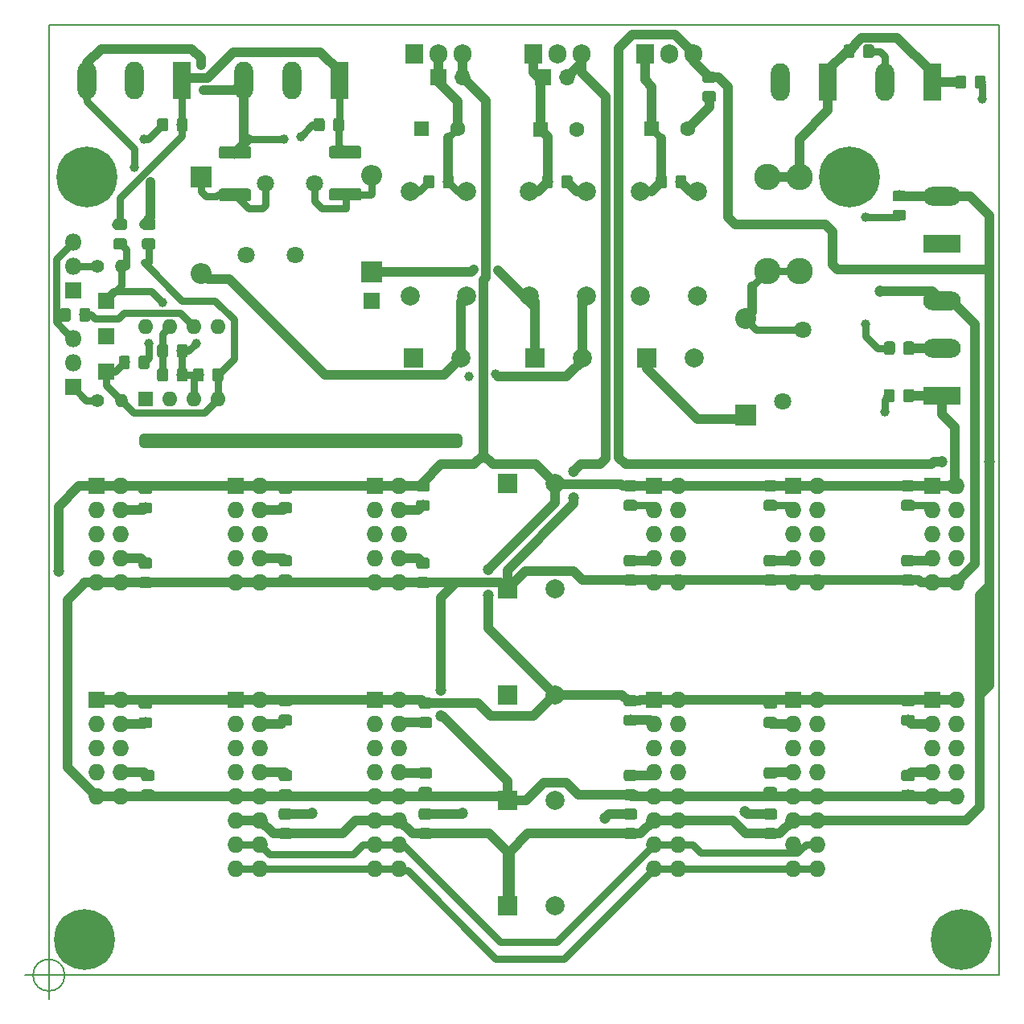
<source format=gbr>
%TF.GenerationSoftware,KiCad,Pcbnew,(5.0.0)*%
%TF.CreationDate,2019-01-09T21:44:21+01:00*%
%TF.ProjectId,KicadEuropower,4B696361644575726F706F7765722E6B,Rev A*%
%TF.SameCoordinates,Original*%
%TF.FileFunction,Copper,L2,Bot,Signal*%
%TF.FilePolarity,Positive*%
%FSLAX46Y46*%
G04 Gerber Fmt 4.6, Leading zero omitted, Abs format (unit mm)*
G04 Created by KiCad (PCBNEW (5.0.0)) date 01/09/19 21:44:21*
%MOMM*%
%LPD*%
G01*
G04 APERTURE LIST*
%ADD10C,1.000000*%
%ADD11C,0.150000*%
%ADD12C,0.200000*%
%ADD13C,0.800000*%
%ADD14C,6.400000*%
%ADD15C,1.300000*%
%ADD16C,2.780000*%
%ADD17R,1.727200X1.727200*%
%ADD18O,1.727200X1.727200*%
%ADD19C,1.800000*%
%ADD20C,1.150000*%
%ADD21C,1.600000*%
%ADD22R,1.600000X1.600000*%
%ADD23C,1.998980*%
%ADD24O,1.980000X3.960000*%
%ADD25R,1.980000X3.960000*%
%ADD26R,3.960000X1.980000*%
%ADD27O,3.960000X1.980000*%
%ADD28R,1.905000X2.000000*%
%ADD29O,1.905000X2.000000*%
%ADD30O,2.200000X2.200000*%
%ADD31R,2.200000X2.200000*%
%ADD32C,2.000000*%
%ADD33R,2.000000X2.000000*%
%ADD34O,1.800000X1.800000*%
%ADD35R,1.800000X1.800000*%
%ADD36O,1.400000X1.400000*%
%ADD37C,1.400000*%
%ADD38O,1.600000X1.600000*%
%ADD39R,1.700000X1.700000*%
%ADD40O,1.700000X1.700000*%
%ADD41C,1.200000*%
%ADD42C,1.000000*%
%ADD43C,0.750000*%
G04 APERTURE END LIST*
D10*
X110000000Y-94000000D02*
X110000000Y-93500000D01*
X143000000Y-94000000D02*
X110000000Y-94000000D01*
X143000000Y-93500000D02*
X143000000Y-94000000D01*
X110000000Y-93500000D02*
X143000000Y-93500000D01*
D11*
X101666666Y-150000000D02*
G75*
G03X101666666Y-150000000I-1666666J0D01*
G01*
X97500000Y-150000000D02*
X102500000Y-150000000D01*
X100000000Y-147500000D02*
X100000000Y-152500000D01*
D12*
X200000000Y-50000000D02*
X100000000Y-50000000D01*
X200000000Y-150000000D02*
X200000000Y-50000000D01*
X100000000Y-150000000D02*
X200000000Y-150000000D01*
X100000000Y-50000000D02*
X100000000Y-150000000D01*
D13*
X185947056Y-64302944D03*
X184250000Y-63600000D03*
X182552944Y-64302944D03*
X181850000Y-66000000D03*
X182552944Y-67697056D03*
X184250000Y-68400000D03*
X185947056Y-67697056D03*
X186650000Y-66000000D03*
D14*
X184250000Y-66000000D03*
X104000000Y-66000000D03*
D13*
X106400000Y-66000000D03*
X105697056Y-67697056D03*
X104000000Y-68400000D03*
X102302944Y-67697056D03*
X101600000Y-66000000D03*
X102302944Y-64302944D03*
X104000000Y-63600000D03*
X105697056Y-64302944D03*
D14*
X196000000Y-146250000D03*
D13*
X198400000Y-146250000D03*
X197697056Y-147947056D03*
X196000000Y-148650000D03*
X194302944Y-147947056D03*
X193600000Y-146250000D03*
X194302944Y-144552944D03*
X196000000Y-143850000D03*
X197697056Y-144552944D03*
D11*
G36*
X132674504Y-67176204D02*
X132698773Y-67179804D01*
X132722571Y-67185765D01*
X132745671Y-67194030D01*
X132767849Y-67204520D01*
X132788893Y-67217133D01*
X132808598Y-67231747D01*
X132826777Y-67248223D01*
X132843253Y-67266402D01*
X132857867Y-67286107D01*
X132870480Y-67307151D01*
X132880970Y-67329329D01*
X132889235Y-67352429D01*
X132895196Y-67376227D01*
X132898796Y-67400496D01*
X132900000Y-67425000D01*
X132900000Y-68225000D01*
X132898796Y-68249504D01*
X132895196Y-68273773D01*
X132889235Y-68297571D01*
X132880970Y-68320671D01*
X132870480Y-68342849D01*
X132857867Y-68363893D01*
X132843253Y-68383598D01*
X132826777Y-68401777D01*
X132808598Y-68418253D01*
X132788893Y-68432867D01*
X132767849Y-68445480D01*
X132745671Y-68455970D01*
X132722571Y-68464235D01*
X132698773Y-68470196D01*
X132674504Y-68473796D01*
X132650000Y-68475000D01*
X129750000Y-68475000D01*
X129725496Y-68473796D01*
X129701227Y-68470196D01*
X129677429Y-68464235D01*
X129654329Y-68455970D01*
X129632151Y-68445480D01*
X129611107Y-68432867D01*
X129591402Y-68418253D01*
X129573223Y-68401777D01*
X129556747Y-68383598D01*
X129542133Y-68363893D01*
X129529520Y-68342849D01*
X129519030Y-68320671D01*
X129510765Y-68297571D01*
X129504804Y-68273773D01*
X129501204Y-68249504D01*
X129500000Y-68225000D01*
X129500000Y-67425000D01*
X129501204Y-67400496D01*
X129504804Y-67376227D01*
X129510765Y-67352429D01*
X129519030Y-67329329D01*
X129529520Y-67307151D01*
X129542133Y-67286107D01*
X129556747Y-67266402D01*
X129573223Y-67248223D01*
X129591402Y-67231747D01*
X129611107Y-67217133D01*
X129632151Y-67204520D01*
X129654329Y-67194030D01*
X129677429Y-67185765D01*
X129701227Y-67179804D01*
X129725496Y-67176204D01*
X129750000Y-67175000D01*
X132650000Y-67175000D01*
X132674504Y-67176204D01*
X132674504Y-67176204D01*
G37*
D15*
X131200000Y-67825000D03*
D11*
G36*
X132674504Y-62726204D02*
X132698773Y-62729804D01*
X132722571Y-62735765D01*
X132745671Y-62744030D01*
X132767849Y-62754520D01*
X132788893Y-62767133D01*
X132808598Y-62781747D01*
X132826777Y-62798223D01*
X132843253Y-62816402D01*
X132857867Y-62836107D01*
X132870480Y-62857151D01*
X132880970Y-62879329D01*
X132889235Y-62902429D01*
X132895196Y-62926227D01*
X132898796Y-62950496D01*
X132900000Y-62975000D01*
X132900000Y-63775000D01*
X132898796Y-63799504D01*
X132895196Y-63823773D01*
X132889235Y-63847571D01*
X132880970Y-63870671D01*
X132870480Y-63892849D01*
X132857867Y-63913893D01*
X132843253Y-63933598D01*
X132826777Y-63951777D01*
X132808598Y-63968253D01*
X132788893Y-63982867D01*
X132767849Y-63995480D01*
X132745671Y-64005970D01*
X132722571Y-64014235D01*
X132698773Y-64020196D01*
X132674504Y-64023796D01*
X132650000Y-64025000D01*
X129750000Y-64025000D01*
X129725496Y-64023796D01*
X129701227Y-64020196D01*
X129677429Y-64014235D01*
X129654329Y-64005970D01*
X129632151Y-63995480D01*
X129611107Y-63982867D01*
X129591402Y-63968253D01*
X129573223Y-63951777D01*
X129556747Y-63933598D01*
X129542133Y-63913893D01*
X129529520Y-63892849D01*
X129519030Y-63870671D01*
X129510765Y-63847571D01*
X129504804Y-63823773D01*
X129501204Y-63799504D01*
X129500000Y-63775000D01*
X129500000Y-62975000D01*
X129501204Y-62950496D01*
X129504804Y-62926227D01*
X129510765Y-62902429D01*
X129519030Y-62879329D01*
X129529520Y-62857151D01*
X129542133Y-62836107D01*
X129556747Y-62816402D01*
X129573223Y-62798223D01*
X129591402Y-62781747D01*
X129611107Y-62767133D01*
X129632151Y-62754520D01*
X129654329Y-62744030D01*
X129677429Y-62735765D01*
X129701227Y-62729804D01*
X129725496Y-62726204D01*
X129750000Y-62725000D01*
X132650000Y-62725000D01*
X132674504Y-62726204D01*
X132674504Y-62726204D01*
G37*
D15*
X131200000Y-63375000D03*
D16*
X179000000Y-66000000D03*
X175600000Y-66000000D03*
X179000000Y-75920000D03*
X175600000Y-75920000D03*
D17*
X178333330Y-98535001D03*
D18*
X180873330Y-98535001D03*
X178333330Y-101075001D03*
X180873330Y-101075001D03*
X178333330Y-103615001D03*
X180873330Y-103615001D03*
X178333330Y-106155001D03*
X180873330Y-106155001D03*
X178333330Y-108695001D03*
X180873330Y-108695001D03*
D17*
X163666664Y-121000000D03*
D18*
X166206664Y-121000000D03*
X163666664Y-123540000D03*
X166206664Y-123540000D03*
X163666664Y-126080000D03*
X166206664Y-126080000D03*
X163666664Y-128620000D03*
X166206664Y-128620000D03*
X163666664Y-131160000D03*
X166206664Y-131160000D03*
X163666664Y-133700000D03*
X166206664Y-133700000D03*
X163666664Y-136240000D03*
X166206664Y-136240000D03*
X163666664Y-138780000D03*
X166206664Y-138780000D03*
X195540000Y-108695001D03*
X193000000Y-108695001D03*
X195540000Y-106155001D03*
X193000000Y-106155001D03*
X195540000Y-103615001D03*
X193000000Y-103615001D03*
X195540000Y-101075001D03*
X193000000Y-101075001D03*
X195540000Y-98535001D03*
D17*
X193000000Y-98535001D03*
D18*
X122206666Y-138780000D03*
X119666666Y-138780000D03*
X122206666Y-136240000D03*
X119666666Y-136240000D03*
X122206666Y-133700000D03*
X119666666Y-133700000D03*
X122206666Y-131160000D03*
X119666666Y-131160000D03*
X122206666Y-128620000D03*
X119666666Y-128620000D03*
X122206666Y-126080000D03*
X119666666Y-126080000D03*
X122206666Y-123540000D03*
X119666666Y-123540000D03*
X122206666Y-121000000D03*
D17*
X119666666Y-121000000D03*
X193000000Y-121000000D03*
D18*
X195540000Y-121000000D03*
X193000000Y-123540000D03*
X195540000Y-123540000D03*
X193000000Y-126080000D03*
X195540000Y-126080000D03*
X193000000Y-128620000D03*
X195540000Y-128620000D03*
X193000000Y-131160000D03*
X195540000Y-131160000D03*
D17*
X134333332Y-121000000D03*
D18*
X136873332Y-121000000D03*
X134333332Y-123540000D03*
X136873332Y-123540000D03*
X134333332Y-126080000D03*
X136873332Y-126080000D03*
X134333332Y-128620000D03*
X136873332Y-128620000D03*
X134333332Y-131160000D03*
X136873332Y-131160000D03*
X134333332Y-133700000D03*
X136873332Y-133700000D03*
X134333332Y-136240000D03*
X136873332Y-136240000D03*
X134333332Y-138780000D03*
X136873332Y-138780000D03*
X107540000Y-108695001D03*
X105000000Y-108695001D03*
X107540000Y-106155001D03*
X105000000Y-106155001D03*
X107540000Y-103615001D03*
X105000000Y-103615001D03*
X107540000Y-101075001D03*
X105000000Y-101075001D03*
X107540000Y-98535001D03*
D17*
X105000000Y-98535001D03*
D18*
X180873330Y-138780000D03*
X178333330Y-138780000D03*
X180873330Y-136240000D03*
X178333330Y-136240000D03*
X180873330Y-133700000D03*
X178333330Y-133700000D03*
X180873330Y-131160000D03*
X178333330Y-131160000D03*
X180873330Y-128620000D03*
X178333330Y-128620000D03*
X180873330Y-126080000D03*
X178333330Y-126080000D03*
X180873330Y-123540000D03*
X178333330Y-123540000D03*
X180873330Y-121000000D03*
D17*
X178333330Y-121000000D03*
D18*
X166206664Y-108695001D03*
X163666664Y-108695001D03*
X166206664Y-106155001D03*
X163666664Y-106155001D03*
X166206664Y-103615001D03*
X163666664Y-103615001D03*
X166206664Y-101075001D03*
X163666664Y-101075001D03*
X166206664Y-98535001D03*
D17*
X163666664Y-98535001D03*
X119666666Y-98535001D03*
D18*
X122206666Y-98535001D03*
X119666666Y-101075001D03*
X122206666Y-101075001D03*
X119666666Y-103615001D03*
X122206666Y-103615001D03*
X119666666Y-106155001D03*
X122206666Y-106155001D03*
X119666666Y-108695001D03*
X122206666Y-108695001D03*
X107540000Y-131160000D03*
X105000000Y-131160000D03*
X107540000Y-128620000D03*
X105000000Y-128620000D03*
X107540000Y-126080000D03*
X105000000Y-126080000D03*
X107540000Y-123540000D03*
X105000000Y-123540000D03*
X107540000Y-121000000D03*
D17*
X105000000Y-121000000D03*
X134290000Y-98535001D03*
D18*
X136830000Y-98535001D03*
X134290000Y-101075001D03*
X136830000Y-101075001D03*
X134290000Y-103615001D03*
X136830000Y-103615001D03*
X134290000Y-106155001D03*
X136830000Y-106155001D03*
X134290000Y-108695001D03*
X136830000Y-108695001D03*
D19*
X179324696Y-82089161D03*
X177274696Y-89589161D03*
D11*
G36*
X154874505Y-65801204D02*
X154898773Y-65804804D01*
X154922572Y-65810765D01*
X154945671Y-65819030D01*
X154967850Y-65829520D01*
X154988893Y-65842132D01*
X155008599Y-65856747D01*
X155026777Y-65873223D01*
X155043253Y-65891401D01*
X155057868Y-65911107D01*
X155070480Y-65932150D01*
X155080970Y-65954329D01*
X155089235Y-65977428D01*
X155095196Y-66001227D01*
X155098796Y-66025495D01*
X155100000Y-66049999D01*
X155100000Y-66950001D01*
X155098796Y-66974505D01*
X155095196Y-66998773D01*
X155089235Y-67022572D01*
X155080970Y-67045671D01*
X155070480Y-67067850D01*
X155057868Y-67088893D01*
X155043253Y-67108599D01*
X155026777Y-67126777D01*
X155008599Y-67143253D01*
X154988893Y-67157868D01*
X154967850Y-67170480D01*
X154945671Y-67180970D01*
X154922572Y-67189235D01*
X154898773Y-67195196D01*
X154874505Y-67198796D01*
X154850001Y-67200000D01*
X154199999Y-67200000D01*
X154175495Y-67198796D01*
X154151227Y-67195196D01*
X154127428Y-67189235D01*
X154104329Y-67180970D01*
X154082150Y-67170480D01*
X154061107Y-67157868D01*
X154041401Y-67143253D01*
X154023223Y-67126777D01*
X154006747Y-67108599D01*
X153992132Y-67088893D01*
X153979520Y-67067850D01*
X153969030Y-67045671D01*
X153960765Y-67022572D01*
X153954804Y-66998773D01*
X153951204Y-66974505D01*
X153950000Y-66950001D01*
X153950000Y-66049999D01*
X153951204Y-66025495D01*
X153954804Y-66001227D01*
X153960765Y-65977428D01*
X153969030Y-65954329D01*
X153979520Y-65932150D01*
X153992132Y-65911107D01*
X154006747Y-65891401D01*
X154023223Y-65873223D01*
X154041401Y-65856747D01*
X154061107Y-65842132D01*
X154082150Y-65829520D01*
X154104329Y-65819030D01*
X154127428Y-65810765D01*
X154151227Y-65804804D01*
X154175495Y-65801204D01*
X154199999Y-65800000D01*
X154850001Y-65800000D01*
X154874505Y-65801204D01*
X154874505Y-65801204D01*
G37*
D20*
X154525000Y-66500000D03*
D11*
G36*
X152824505Y-65801204D02*
X152848773Y-65804804D01*
X152872572Y-65810765D01*
X152895671Y-65819030D01*
X152917850Y-65829520D01*
X152938893Y-65842132D01*
X152958599Y-65856747D01*
X152976777Y-65873223D01*
X152993253Y-65891401D01*
X153007868Y-65911107D01*
X153020480Y-65932150D01*
X153030970Y-65954329D01*
X153039235Y-65977428D01*
X153045196Y-66001227D01*
X153048796Y-66025495D01*
X153050000Y-66049999D01*
X153050000Y-66950001D01*
X153048796Y-66974505D01*
X153045196Y-66998773D01*
X153039235Y-67022572D01*
X153030970Y-67045671D01*
X153020480Y-67067850D01*
X153007868Y-67088893D01*
X152993253Y-67108599D01*
X152976777Y-67126777D01*
X152958599Y-67143253D01*
X152938893Y-67157868D01*
X152917850Y-67170480D01*
X152895671Y-67180970D01*
X152872572Y-67189235D01*
X152848773Y-67195196D01*
X152824505Y-67198796D01*
X152800001Y-67200000D01*
X152149999Y-67200000D01*
X152125495Y-67198796D01*
X152101227Y-67195196D01*
X152077428Y-67189235D01*
X152054329Y-67180970D01*
X152032150Y-67170480D01*
X152011107Y-67157868D01*
X151991401Y-67143253D01*
X151973223Y-67126777D01*
X151956747Y-67108599D01*
X151942132Y-67088893D01*
X151929520Y-67067850D01*
X151919030Y-67045671D01*
X151910765Y-67022572D01*
X151904804Y-66998773D01*
X151901204Y-66974505D01*
X151900000Y-66950001D01*
X151900000Y-66049999D01*
X151901204Y-66025495D01*
X151904804Y-66001227D01*
X151910765Y-65977428D01*
X151919030Y-65954329D01*
X151929520Y-65932150D01*
X151942132Y-65911107D01*
X151956747Y-65891401D01*
X151973223Y-65873223D01*
X151991401Y-65856747D01*
X152011107Y-65842132D01*
X152032150Y-65829520D01*
X152054329Y-65819030D01*
X152077428Y-65810765D01*
X152101227Y-65804804D01*
X152125495Y-65801204D01*
X152149999Y-65800000D01*
X152800001Y-65800000D01*
X152824505Y-65801204D01*
X152824505Y-65801204D01*
G37*
D20*
X152475000Y-66500000D03*
D11*
G36*
X166874505Y-65801204D02*
X166898773Y-65804804D01*
X166922572Y-65810765D01*
X166945671Y-65819030D01*
X166967850Y-65829520D01*
X166988893Y-65842132D01*
X167008599Y-65856747D01*
X167026777Y-65873223D01*
X167043253Y-65891401D01*
X167057868Y-65911107D01*
X167070480Y-65932150D01*
X167080970Y-65954329D01*
X167089235Y-65977428D01*
X167095196Y-66001227D01*
X167098796Y-66025495D01*
X167100000Y-66049999D01*
X167100000Y-66950001D01*
X167098796Y-66974505D01*
X167095196Y-66998773D01*
X167089235Y-67022572D01*
X167080970Y-67045671D01*
X167070480Y-67067850D01*
X167057868Y-67088893D01*
X167043253Y-67108599D01*
X167026777Y-67126777D01*
X167008599Y-67143253D01*
X166988893Y-67157868D01*
X166967850Y-67170480D01*
X166945671Y-67180970D01*
X166922572Y-67189235D01*
X166898773Y-67195196D01*
X166874505Y-67198796D01*
X166850001Y-67200000D01*
X166199999Y-67200000D01*
X166175495Y-67198796D01*
X166151227Y-67195196D01*
X166127428Y-67189235D01*
X166104329Y-67180970D01*
X166082150Y-67170480D01*
X166061107Y-67157868D01*
X166041401Y-67143253D01*
X166023223Y-67126777D01*
X166006747Y-67108599D01*
X165992132Y-67088893D01*
X165979520Y-67067850D01*
X165969030Y-67045671D01*
X165960765Y-67022572D01*
X165954804Y-66998773D01*
X165951204Y-66974505D01*
X165950000Y-66950001D01*
X165950000Y-66049999D01*
X165951204Y-66025495D01*
X165954804Y-66001227D01*
X165960765Y-65977428D01*
X165969030Y-65954329D01*
X165979520Y-65932150D01*
X165992132Y-65911107D01*
X166006747Y-65891401D01*
X166023223Y-65873223D01*
X166041401Y-65856747D01*
X166061107Y-65842132D01*
X166082150Y-65829520D01*
X166104329Y-65819030D01*
X166127428Y-65810765D01*
X166151227Y-65804804D01*
X166175495Y-65801204D01*
X166199999Y-65800000D01*
X166850001Y-65800000D01*
X166874505Y-65801204D01*
X166874505Y-65801204D01*
G37*
D20*
X166525000Y-66500000D03*
D11*
G36*
X164824505Y-65801204D02*
X164848773Y-65804804D01*
X164872572Y-65810765D01*
X164895671Y-65819030D01*
X164917850Y-65829520D01*
X164938893Y-65842132D01*
X164958599Y-65856747D01*
X164976777Y-65873223D01*
X164993253Y-65891401D01*
X165007868Y-65911107D01*
X165020480Y-65932150D01*
X165030970Y-65954329D01*
X165039235Y-65977428D01*
X165045196Y-66001227D01*
X165048796Y-66025495D01*
X165050000Y-66049999D01*
X165050000Y-66950001D01*
X165048796Y-66974505D01*
X165045196Y-66998773D01*
X165039235Y-67022572D01*
X165030970Y-67045671D01*
X165020480Y-67067850D01*
X165007868Y-67088893D01*
X164993253Y-67108599D01*
X164976777Y-67126777D01*
X164958599Y-67143253D01*
X164938893Y-67157868D01*
X164917850Y-67170480D01*
X164895671Y-67180970D01*
X164872572Y-67189235D01*
X164848773Y-67195196D01*
X164824505Y-67198796D01*
X164800001Y-67200000D01*
X164149999Y-67200000D01*
X164125495Y-67198796D01*
X164101227Y-67195196D01*
X164077428Y-67189235D01*
X164054329Y-67180970D01*
X164032150Y-67170480D01*
X164011107Y-67157868D01*
X163991401Y-67143253D01*
X163973223Y-67126777D01*
X163956747Y-67108599D01*
X163942132Y-67088893D01*
X163929520Y-67067850D01*
X163919030Y-67045671D01*
X163910765Y-67022572D01*
X163904804Y-66998773D01*
X163901204Y-66974505D01*
X163900000Y-66950001D01*
X163900000Y-66049999D01*
X163901204Y-66025495D01*
X163904804Y-66001227D01*
X163910765Y-65977428D01*
X163919030Y-65954329D01*
X163929520Y-65932150D01*
X163942132Y-65911107D01*
X163956747Y-65891401D01*
X163973223Y-65873223D01*
X163991401Y-65856747D01*
X164011107Y-65842132D01*
X164032150Y-65829520D01*
X164054329Y-65819030D01*
X164077428Y-65810765D01*
X164101227Y-65804804D01*
X164125495Y-65801204D01*
X164149999Y-65800000D01*
X164800001Y-65800000D01*
X164824505Y-65801204D01*
X164824505Y-65801204D01*
G37*
D20*
X164475000Y-66500000D03*
D21*
X155537349Y-61000000D03*
D22*
X151737349Y-61000000D03*
X163467349Y-60890000D03*
D21*
X167267349Y-60890000D03*
D22*
X139197349Y-60890000D03*
D21*
X142997349Y-60890000D03*
D11*
G36*
X142399505Y-65801204D02*
X142423773Y-65804804D01*
X142447572Y-65810765D01*
X142470671Y-65819030D01*
X142492850Y-65829520D01*
X142513893Y-65842132D01*
X142533599Y-65856747D01*
X142551777Y-65873223D01*
X142568253Y-65891401D01*
X142582868Y-65911107D01*
X142595480Y-65932150D01*
X142605970Y-65954329D01*
X142614235Y-65977428D01*
X142620196Y-66001227D01*
X142623796Y-66025495D01*
X142625000Y-66049999D01*
X142625000Y-66950001D01*
X142623796Y-66974505D01*
X142620196Y-66998773D01*
X142614235Y-67022572D01*
X142605970Y-67045671D01*
X142595480Y-67067850D01*
X142582868Y-67088893D01*
X142568253Y-67108599D01*
X142551777Y-67126777D01*
X142533599Y-67143253D01*
X142513893Y-67157868D01*
X142492850Y-67170480D01*
X142470671Y-67180970D01*
X142447572Y-67189235D01*
X142423773Y-67195196D01*
X142399505Y-67198796D01*
X142375001Y-67200000D01*
X141724999Y-67200000D01*
X141700495Y-67198796D01*
X141676227Y-67195196D01*
X141652428Y-67189235D01*
X141629329Y-67180970D01*
X141607150Y-67170480D01*
X141586107Y-67157868D01*
X141566401Y-67143253D01*
X141548223Y-67126777D01*
X141531747Y-67108599D01*
X141517132Y-67088893D01*
X141504520Y-67067850D01*
X141494030Y-67045671D01*
X141485765Y-67022572D01*
X141479804Y-66998773D01*
X141476204Y-66974505D01*
X141475000Y-66950001D01*
X141475000Y-66049999D01*
X141476204Y-66025495D01*
X141479804Y-66001227D01*
X141485765Y-65977428D01*
X141494030Y-65954329D01*
X141504520Y-65932150D01*
X141517132Y-65911107D01*
X141531747Y-65891401D01*
X141548223Y-65873223D01*
X141566401Y-65856747D01*
X141586107Y-65842132D01*
X141607150Y-65829520D01*
X141629329Y-65819030D01*
X141652428Y-65810765D01*
X141676227Y-65804804D01*
X141700495Y-65801204D01*
X141724999Y-65800000D01*
X142375001Y-65800000D01*
X142399505Y-65801204D01*
X142399505Y-65801204D01*
G37*
D20*
X142050000Y-66500000D03*
D11*
G36*
X140349505Y-65801204D02*
X140373773Y-65804804D01*
X140397572Y-65810765D01*
X140420671Y-65819030D01*
X140442850Y-65829520D01*
X140463893Y-65842132D01*
X140483599Y-65856747D01*
X140501777Y-65873223D01*
X140518253Y-65891401D01*
X140532868Y-65911107D01*
X140545480Y-65932150D01*
X140555970Y-65954329D01*
X140564235Y-65977428D01*
X140570196Y-66001227D01*
X140573796Y-66025495D01*
X140575000Y-66049999D01*
X140575000Y-66950001D01*
X140573796Y-66974505D01*
X140570196Y-66998773D01*
X140564235Y-67022572D01*
X140555970Y-67045671D01*
X140545480Y-67067850D01*
X140532868Y-67088893D01*
X140518253Y-67108599D01*
X140501777Y-67126777D01*
X140483599Y-67143253D01*
X140463893Y-67157868D01*
X140442850Y-67170480D01*
X140420671Y-67180970D01*
X140397572Y-67189235D01*
X140373773Y-67195196D01*
X140349505Y-67198796D01*
X140325001Y-67200000D01*
X139674999Y-67200000D01*
X139650495Y-67198796D01*
X139626227Y-67195196D01*
X139602428Y-67189235D01*
X139579329Y-67180970D01*
X139557150Y-67170480D01*
X139536107Y-67157868D01*
X139516401Y-67143253D01*
X139498223Y-67126777D01*
X139481747Y-67108599D01*
X139467132Y-67088893D01*
X139454520Y-67067850D01*
X139444030Y-67045671D01*
X139435765Y-67022572D01*
X139429804Y-66998773D01*
X139426204Y-66974505D01*
X139425000Y-66950001D01*
X139425000Y-66049999D01*
X139426204Y-66025495D01*
X139429804Y-66001227D01*
X139435765Y-65977428D01*
X139444030Y-65954329D01*
X139454520Y-65932150D01*
X139467132Y-65911107D01*
X139481747Y-65891401D01*
X139498223Y-65873223D01*
X139516401Y-65856747D01*
X139536107Y-65842132D01*
X139557150Y-65829520D01*
X139579329Y-65819030D01*
X139602428Y-65810765D01*
X139626227Y-65804804D01*
X139650495Y-65801204D01*
X139674999Y-65800000D01*
X140325001Y-65800000D01*
X140349505Y-65801204D01*
X140349505Y-65801204D01*
G37*
D20*
X140000000Y-66500000D03*
D11*
G36*
X125366505Y-122587204D02*
X125390773Y-122590804D01*
X125414572Y-122596765D01*
X125437671Y-122605030D01*
X125459850Y-122615520D01*
X125480893Y-122628132D01*
X125500599Y-122642747D01*
X125518777Y-122659223D01*
X125535253Y-122677401D01*
X125549868Y-122697107D01*
X125562480Y-122718150D01*
X125572970Y-122740329D01*
X125581235Y-122763428D01*
X125587196Y-122787227D01*
X125590796Y-122811495D01*
X125592000Y-122835999D01*
X125592000Y-123486001D01*
X125590796Y-123510505D01*
X125587196Y-123534773D01*
X125581235Y-123558572D01*
X125572970Y-123581671D01*
X125562480Y-123603850D01*
X125549868Y-123624893D01*
X125535253Y-123644599D01*
X125518777Y-123662777D01*
X125500599Y-123679253D01*
X125480893Y-123693868D01*
X125459850Y-123706480D01*
X125437671Y-123716970D01*
X125414572Y-123725235D01*
X125390773Y-123731196D01*
X125366505Y-123734796D01*
X125342001Y-123736000D01*
X124441999Y-123736000D01*
X124417495Y-123734796D01*
X124393227Y-123731196D01*
X124369428Y-123725235D01*
X124346329Y-123716970D01*
X124324150Y-123706480D01*
X124303107Y-123693868D01*
X124283401Y-123679253D01*
X124265223Y-123662777D01*
X124248747Y-123644599D01*
X124234132Y-123624893D01*
X124221520Y-123603850D01*
X124211030Y-123581671D01*
X124202765Y-123558572D01*
X124196804Y-123534773D01*
X124193204Y-123510505D01*
X124192000Y-123486001D01*
X124192000Y-122835999D01*
X124193204Y-122811495D01*
X124196804Y-122787227D01*
X124202765Y-122763428D01*
X124211030Y-122740329D01*
X124221520Y-122718150D01*
X124234132Y-122697107D01*
X124248747Y-122677401D01*
X124265223Y-122659223D01*
X124283401Y-122642747D01*
X124303107Y-122628132D01*
X124324150Y-122615520D01*
X124346329Y-122605030D01*
X124369428Y-122596765D01*
X124393227Y-122590804D01*
X124417495Y-122587204D01*
X124441999Y-122586000D01*
X125342001Y-122586000D01*
X125366505Y-122587204D01*
X125366505Y-122587204D01*
G37*
D20*
X124892000Y-123161000D03*
D11*
G36*
X125366505Y-120537204D02*
X125390773Y-120540804D01*
X125414572Y-120546765D01*
X125437671Y-120555030D01*
X125459850Y-120565520D01*
X125480893Y-120578132D01*
X125500599Y-120592747D01*
X125518777Y-120609223D01*
X125535253Y-120627401D01*
X125549868Y-120647107D01*
X125562480Y-120668150D01*
X125572970Y-120690329D01*
X125581235Y-120713428D01*
X125587196Y-120737227D01*
X125590796Y-120761495D01*
X125592000Y-120785999D01*
X125592000Y-121436001D01*
X125590796Y-121460505D01*
X125587196Y-121484773D01*
X125581235Y-121508572D01*
X125572970Y-121531671D01*
X125562480Y-121553850D01*
X125549868Y-121574893D01*
X125535253Y-121594599D01*
X125518777Y-121612777D01*
X125500599Y-121629253D01*
X125480893Y-121643868D01*
X125459850Y-121656480D01*
X125437671Y-121666970D01*
X125414572Y-121675235D01*
X125390773Y-121681196D01*
X125366505Y-121684796D01*
X125342001Y-121686000D01*
X124441999Y-121686000D01*
X124417495Y-121684796D01*
X124393227Y-121681196D01*
X124369428Y-121675235D01*
X124346329Y-121666970D01*
X124324150Y-121656480D01*
X124303107Y-121643868D01*
X124283401Y-121629253D01*
X124265223Y-121612777D01*
X124248747Y-121594599D01*
X124234132Y-121574893D01*
X124221520Y-121553850D01*
X124211030Y-121531671D01*
X124202765Y-121508572D01*
X124196804Y-121484773D01*
X124193204Y-121460505D01*
X124192000Y-121436001D01*
X124192000Y-120785999D01*
X124193204Y-120761495D01*
X124196804Y-120737227D01*
X124202765Y-120713428D01*
X124211030Y-120690329D01*
X124221520Y-120668150D01*
X124234132Y-120647107D01*
X124248747Y-120627401D01*
X124265223Y-120609223D01*
X124283401Y-120592747D01*
X124303107Y-120578132D01*
X124324150Y-120565520D01*
X124346329Y-120555030D01*
X124369428Y-120546765D01*
X124393227Y-120540804D01*
X124417495Y-120537204D01*
X124441999Y-120536000D01*
X125342001Y-120536000D01*
X125366505Y-120537204D01*
X125366505Y-120537204D01*
G37*
D20*
X124892000Y-121111000D03*
D11*
G36*
X176420505Y-122841204D02*
X176444773Y-122844804D01*
X176468572Y-122850765D01*
X176491671Y-122859030D01*
X176513850Y-122869520D01*
X176534893Y-122882132D01*
X176554599Y-122896747D01*
X176572777Y-122913223D01*
X176589253Y-122931401D01*
X176603868Y-122951107D01*
X176616480Y-122972150D01*
X176626970Y-122994329D01*
X176635235Y-123017428D01*
X176641196Y-123041227D01*
X176644796Y-123065495D01*
X176646000Y-123089999D01*
X176646000Y-123740001D01*
X176644796Y-123764505D01*
X176641196Y-123788773D01*
X176635235Y-123812572D01*
X176626970Y-123835671D01*
X176616480Y-123857850D01*
X176603868Y-123878893D01*
X176589253Y-123898599D01*
X176572777Y-123916777D01*
X176554599Y-123933253D01*
X176534893Y-123947868D01*
X176513850Y-123960480D01*
X176491671Y-123970970D01*
X176468572Y-123979235D01*
X176444773Y-123985196D01*
X176420505Y-123988796D01*
X176396001Y-123990000D01*
X175495999Y-123990000D01*
X175471495Y-123988796D01*
X175447227Y-123985196D01*
X175423428Y-123979235D01*
X175400329Y-123970970D01*
X175378150Y-123960480D01*
X175357107Y-123947868D01*
X175337401Y-123933253D01*
X175319223Y-123916777D01*
X175302747Y-123898599D01*
X175288132Y-123878893D01*
X175275520Y-123857850D01*
X175265030Y-123835671D01*
X175256765Y-123812572D01*
X175250804Y-123788773D01*
X175247204Y-123764505D01*
X175246000Y-123740001D01*
X175246000Y-123089999D01*
X175247204Y-123065495D01*
X175250804Y-123041227D01*
X175256765Y-123017428D01*
X175265030Y-122994329D01*
X175275520Y-122972150D01*
X175288132Y-122951107D01*
X175302747Y-122931401D01*
X175319223Y-122913223D01*
X175337401Y-122896747D01*
X175357107Y-122882132D01*
X175378150Y-122869520D01*
X175400329Y-122859030D01*
X175423428Y-122850765D01*
X175447227Y-122844804D01*
X175471495Y-122841204D01*
X175495999Y-122840000D01*
X176396001Y-122840000D01*
X176420505Y-122841204D01*
X176420505Y-122841204D01*
G37*
D20*
X175946000Y-123415000D03*
D11*
G36*
X176420505Y-120791204D02*
X176444773Y-120794804D01*
X176468572Y-120800765D01*
X176491671Y-120809030D01*
X176513850Y-120819520D01*
X176534893Y-120832132D01*
X176554599Y-120846747D01*
X176572777Y-120863223D01*
X176589253Y-120881401D01*
X176603868Y-120901107D01*
X176616480Y-120922150D01*
X176626970Y-120944329D01*
X176635235Y-120967428D01*
X176641196Y-120991227D01*
X176644796Y-121015495D01*
X176646000Y-121039999D01*
X176646000Y-121690001D01*
X176644796Y-121714505D01*
X176641196Y-121738773D01*
X176635235Y-121762572D01*
X176626970Y-121785671D01*
X176616480Y-121807850D01*
X176603868Y-121828893D01*
X176589253Y-121848599D01*
X176572777Y-121866777D01*
X176554599Y-121883253D01*
X176534893Y-121897868D01*
X176513850Y-121910480D01*
X176491671Y-121920970D01*
X176468572Y-121929235D01*
X176444773Y-121935196D01*
X176420505Y-121938796D01*
X176396001Y-121940000D01*
X175495999Y-121940000D01*
X175471495Y-121938796D01*
X175447227Y-121935196D01*
X175423428Y-121929235D01*
X175400329Y-121920970D01*
X175378150Y-121910480D01*
X175357107Y-121897868D01*
X175337401Y-121883253D01*
X175319223Y-121866777D01*
X175302747Y-121848599D01*
X175288132Y-121828893D01*
X175275520Y-121807850D01*
X175265030Y-121785671D01*
X175256765Y-121762572D01*
X175250804Y-121738773D01*
X175247204Y-121714505D01*
X175246000Y-121690001D01*
X175246000Y-121039999D01*
X175247204Y-121015495D01*
X175250804Y-120991227D01*
X175256765Y-120967428D01*
X175265030Y-120944329D01*
X175275520Y-120922150D01*
X175288132Y-120901107D01*
X175302747Y-120881401D01*
X175319223Y-120863223D01*
X175337401Y-120846747D01*
X175357107Y-120832132D01*
X175378150Y-120819520D01*
X175400329Y-120809030D01*
X175423428Y-120800765D01*
X175447227Y-120794804D01*
X175471495Y-120791204D01*
X175495999Y-120790000D01*
X176396001Y-120790000D01*
X176420505Y-120791204D01*
X176420505Y-120791204D01*
G37*
D20*
X175946000Y-121365000D03*
D11*
G36*
X176420505Y-99981204D02*
X176444773Y-99984804D01*
X176468572Y-99990765D01*
X176491671Y-99999030D01*
X176513850Y-100009520D01*
X176534893Y-100022132D01*
X176554599Y-100036747D01*
X176572777Y-100053223D01*
X176589253Y-100071401D01*
X176603868Y-100091107D01*
X176616480Y-100112150D01*
X176626970Y-100134329D01*
X176635235Y-100157428D01*
X176641196Y-100181227D01*
X176644796Y-100205495D01*
X176646000Y-100229999D01*
X176646000Y-100880001D01*
X176644796Y-100904505D01*
X176641196Y-100928773D01*
X176635235Y-100952572D01*
X176626970Y-100975671D01*
X176616480Y-100997850D01*
X176603868Y-101018893D01*
X176589253Y-101038599D01*
X176572777Y-101056777D01*
X176554599Y-101073253D01*
X176534893Y-101087868D01*
X176513850Y-101100480D01*
X176491671Y-101110970D01*
X176468572Y-101119235D01*
X176444773Y-101125196D01*
X176420505Y-101128796D01*
X176396001Y-101130000D01*
X175495999Y-101130000D01*
X175471495Y-101128796D01*
X175447227Y-101125196D01*
X175423428Y-101119235D01*
X175400329Y-101110970D01*
X175378150Y-101100480D01*
X175357107Y-101087868D01*
X175337401Y-101073253D01*
X175319223Y-101056777D01*
X175302747Y-101038599D01*
X175288132Y-101018893D01*
X175275520Y-100997850D01*
X175265030Y-100975671D01*
X175256765Y-100952572D01*
X175250804Y-100928773D01*
X175247204Y-100904505D01*
X175246000Y-100880001D01*
X175246000Y-100229999D01*
X175247204Y-100205495D01*
X175250804Y-100181227D01*
X175256765Y-100157428D01*
X175265030Y-100134329D01*
X175275520Y-100112150D01*
X175288132Y-100091107D01*
X175302747Y-100071401D01*
X175319223Y-100053223D01*
X175337401Y-100036747D01*
X175357107Y-100022132D01*
X175378150Y-100009520D01*
X175400329Y-99999030D01*
X175423428Y-99990765D01*
X175447227Y-99984804D01*
X175471495Y-99981204D01*
X175495999Y-99980000D01*
X176396001Y-99980000D01*
X176420505Y-99981204D01*
X176420505Y-99981204D01*
G37*
D20*
X175946000Y-100555000D03*
D11*
G36*
X176420505Y-97931204D02*
X176444773Y-97934804D01*
X176468572Y-97940765D01*
X176491671Y-97949030D01*
X176513850Y-97959520D01*
X176534893Y-97972132D01*
X176554599Y-97986747D01*
X176572777Y-98003223D01*
X176589253Y-98021401D01*
X176603868Y-98041107D01*
X176616480Y-98062150D01*
X176626970Y-98084329D01*
X176635235Y-98107428D01*
X176641196Y-98131227D01*
X176644796Y-98155495D01*
X176646000Y-98179999D01*
X176646000Y-98830001D01*
X176644796Y-98854505D01*
X176641196Y-98878773D01*
X176635235Y-98902572D01*
X176626970Y-98925671D01*
X176616480Y-98947850D01*
X176603868Y-98968893D01*
X176589253Y-98988599D01*
X176572777Y-99006777D01*
X176554599Y-99023253D01*
X176534893Y-99037868D01*
X176513850Y-99050480D01*
X176491671Y-99060970D01*
X176468572Y-99069235D01*
X176444773Y-99075196D01*
X176420505Y-99078796D01*
X176396001Y-99080000D01*
X175495999Y-99080000D01*
X175471495Y-99078796D01*
X175447227Y-99075196D01*
X175423428Y-99069235D01*
X175400329Y-99060970D01*
X175378150Y-99050480D01*
X175357107Y-99037868D01*
X175337401Y-99023253D01*
X175319223Y-99006777D01*
X175302747Y-98988599D01*
X175288132Y-98968893D01*
X175275520Y-98947850D01*
X175265030Y-98925671D01*
X175256765Y-98902572D01*
X175250804Y-98878773D01*
X175247204Y-98854505D01*
X175246000Y-98830001D01*
X175246000Y-98179999D01*
X175247204Y-98155495D01*
X175250804Y-98131227D01*
X175256765Y-98107428D01*
X175265030Y-98084329D01*
X175275520Y-98062150D01*
X175288132Y-98041107D01*
X175302747Y-98021401D01*
X175319223Y-98003223D01*
X175337401Y-97986747D01*
X175357107Y-97972132D01*
X175378150Y-97959520D01*
X175400329Y-97949030D01*
X175423428Y-97940765D01*
X175447227Y-97934804D01*
X175471495Y-97931204D01*
X175495999Y-97930000D01*
X176396001Y-97930000D01*
X176420505Y-97931204D01*
X176420505Y-97931204D01*
G37*
D20*
X175946000Y-98505000D03*
D11*
G36*
X161688505Y-99981204D02*
X161712773Y-99984804D01*
X161736572Y-99990765D01*
X161759671Y-99999030D01*
X161781850Y-100009520D01*
X161802893Y-100022132D01*
X161822599Y-100036747D01*
X161840777Y-100053223D01*
X161857253Y-100071401D01*
X161871868Y-100091107D01*
X161884480Y-100112150D01*
X161894970Y-100134329D01*
X161903235Y-100157428D01*
X161909196Y-100181227D01*
X161912796Y-100205495D01*
X161914000Y-100229999D01*
X161914000Y-100880001D01*
X161912796Y-100904505D01*
X161909196Y-100928773D01*
X161903235Y-100952572D01*
X161894970Y-100975671D01*
X161884480Y-100997850D01*
X161871868Y-101018893D01*
X161857253Y-101038599D01*
X161840777Y-101056777D01*
X161822599Y-101073253D01*
X161802893Y-101087868D01*
X161781850Y-101100480D01*
X161759671Y-101110970D01*
X161736572Y-101119235D01*
X161712773Y-101125196D01*
X161688505Y-101128796D01*
X161664001Y-101130000D01*
X160763999Y-101130000D01*
X160739495Y-101128796D01*
X160715227Y-101125196D01*
X160691428Y-101119235D01*
X160668329Y-101110970D01*
X160646150Y-101100480D01*
X160625107Y-101087868D01*
X160605401Y-101073253D01*
X160587223Y-101056777D01*
X160570747Y-101038599D01*
X160556132Y-101018893D01*
X160543520Y-100997850D01*
X160533030Y-100975671D01*
X160524765Y-100952572D01*
X160518804Y-100928773D01*
X160515204Y-100904505D01*
X160514000Y-100880001D01*
X160514000Y-100229999D01*
X160515204Y-100205495D01*
X160518804Y-100181227D01*
X160524765Y-100157428D01*
X160533030Y-100134329D01*
X160543520Y-100112150D01*
X160556132Y-100091107D01*
X160570747Y-100071401D01*
X160587223Y-100053223D01*
X160605401Y-100036747D01*
X160625107Y-100022132D01*
X160646150Y-100009520D01*
X160668329Y-99999030D01*
X160691428Y-99990765D01*
X160715227Y-99984804D01*
X160739495Y-99981204D01*
X160763999Y-99980000D01*
X161664001Y-99980000D01*
X161688505Y-99981204D01*
X161688505Y-99981204D01*
G37*
D20*
X161214000Y-100555000D03*
D11*
G36*
X161688505Y-97931204D02*
X161712773Y-97934804D01*
X161736572Y-97940765D01*
X161759671Y-97949030D01*
X161781850Y-97959520D01*
X161802893Y-97972132D01*
X161822599Y-97986747D01*
X161840777Y-98003223D01*
X161857253Y-98021401D01*
X161871868Y-98041107D01*
X161884480Y-98062150D01*
X161894970Y-98084329D01*
X161903235Y-98107428D01*
X161909196Y-98131227D01*
X161912796Y-98155495D01*
X161914000Y-98179999D01*
X161914000Y-98830001D01*
X161912796Y-98854505D01*
X161909196Y-98878773D01*
X161903235Y-98902572D01*
X161894970Y-98925671D01*
X161884480Y-98947850D01*
X161871868Y-98968893D01*
X161857253Y-98988599D01*
X161840777Y-99006777D01*
X161822599Y-99023253D01*
X161802893Y-99037868D01*
X161781850Y-99050480D01*
X161759671Y-99060970D01*
X161736572Y-99069235D01*
X161712773Y-99075196D01*
X161688505Y-99078796D01*
X161664001Y-99080000D01*
X160763999Y-99080000D01*
X160739495Y-99078796D01*
X160715227Y-99075196D01*
X160691428Y-99069235D01*
X160668329Y-99060970D01*
X160646150Y-99050480D01*
X160625107Y-99037868D01*
X160605401Y-99023253D01*
X160587223Y-99006777D01*
X160570747Y-98988599D01*
X160556132Y-98968893D01*
X160543520Y-98947850D01*
X160533030Y-98925671D01*
X160524765Y-98902572D01*
X160518804Y-98878773D01*
X160515204Y-98854505D01*
X160514000Y-98830001D01*
X160514000Y-98179999D01*
X160515204Y-98155495D01*
X160518804Y-98131227D01*
X160524765Y-98107428D01*
X160533030Y-98084329D01*
X160543520Y-98062150D01*
X160556132Y-98041107D01*
X160570747Y-98021401D01*
X160587223Y-98003223D01*
X160605401Y-97986747D01*
X160625107Y-97972132D01*
X160646150Y-97959520D01*
X160668329Y-97949030D01*
X160691428Y-97940765D01*
X160715227Y-97934804D01*
X160739495Y-97931204D01*
X160763999Y-97930000D01*
X161664001Y-97930000D01*
X161688505Y-97931204D01*
X161688505Y-97931204D01*
G37*
D20*
X161214000Y-98505000D03*
D11*
G36*
X190898505Y-99981204D02*
X190922773Y-99984804D01*
X190946572Y-99990765D01*
X190969671Y-99999030D01*
X190991850Y-100009520D01*
X191012893Y-100022132D01*
X191032599Y-100036747D01*
X191050777Y-100053223D01*
X191067253Y-100071401D01*
X191081868Y-100091107D01*
X191094480Y-100112150D01*
X191104970Y-100134329D01*
X191113235Y-100157428D01*
X191119196Y-100181227D01*
X191122796Y-100205495D01*
X191124000Y-100229999D01*
X191124000Y-100880001D01*
X191122796Y-100904505D01*
X191119196Y-100928773D01*
X191113235Y-100952572D01*
X191104970Y-100975671D01*
X191094480Y-100997850D01*
X191081868Y-101018893D01*
X191067253Y-101038599D01*
X191050777Y-101056777D01*
X191032599Y-101073253D01*
X191012893Y-101087868D01*
X190991850Y-101100480D01*
X190969671Y-101110970D01*
X190946572Y-101119235D01*
X190922773Y-101125196D01*
X190898505Y-101128796D01*
X190874001Y-101130000D01*
X189973999Y-101130000D01*
X189949495Y-101128796D01*
X189925227Y-101125196D01*
X189901428Y-101119235D01*
X189878329Y-101110970D01*
X189856150Y-101100480D01*
X189835107Y-101087868D01*
X189815401Y-101073253D01*
X189797223Y-101056777D01*
X189780747Y-101038599D01*
X189766132Y-101018893D01*
X189753520Y-100997850D01*
X189743030Y-100975671D01*
X189734765Y-100952572D01*
X189728804Y-100928773D01*
X189725204Y-100904505D01*
X189724000Y-100880001D01*
X189724000Y-100229999D01*
X189725204Y-100205495D01*
X189728804Y-100181227D01*
X189734765Y-100157428D01*
X189743030Y-100134329D01*
X189753520Y-100112150D01*
X189766132Y-100091107D01*
X189780747Y-100071401D01*
X189797223Y-100053223D01*
X189815401Y-100036747D01*
X189835107Y-100022132D01*
X189856150Y-100009520D01*
X189878329Y-99999030D01*
X189901428Y-99990765D01*
X189925227Y-99984804D01*
X189949495Y-99981204D01*
X189973999Y-99980000D01*
X190874001Y-99980000D01*
X190898505Y-99981204D01*
X190898505Y-99981204D01*
G37*
D20*
X190424000Y-100555000D03*
D11*
G36*
X190898505Y-97931204D02*
X190922773Y-97934804D01*
X190946572Y-97940765D01*
X190969671Y-97949030D01*
X190991850Y-97959520D01*
X191012893Y-97972132D01*
X191032599Y-97986747D01*
X191050777Y-98003223D01*
X191067253Y-98021401D01*
X191081868Y-98041107D01*
X191094480Y-98062150D01*
X191104970Y-98084329D01*
X191113235Y-98107428D01*
X191119196Y-98131227D01*
X191122796Y-98155495D01*
X191124000Y-98179999D01*
X191124000Y-98830001D01*
X191122796Y-98854505D01*
X191119196Y-98878773D01*
X191113235Y-98902572D01*
X191104970Y-98925671D01*
X191094480Y-98947850D01*
X191081868Y-98968893D01*
X191067253Y-98988599D01*
X191050777Y-99006777D01*
X191032599Y-99023253D01*
X191012893Y-99037868D01*
X190991850Y-99050480D01*
X190969671Y-99060970D01*
X190946572Y-99069235D01*
X190922773Y-99075196D01*
X190898505Y-99078796D01*
X190874001Y-99080000D01*
X189973999Y-99080000D01*
X189949495Y-99078796D01*
X189925227Y-99075196D01*
X189901428Y-99069235D01*
X189878329Y-99060970D01*
X189856150Y-99050480D01*
X189835107Y-99037868D01*
X189815401Y-99023253D01*
X189797223Y-99006777D01*
X189780747Y-98988599D01*
X189766132Y-98968893D01*
X189753520Y-98947850D01*
X189743030Y-98925671D01*
X189734765Y-98902572D01*
X189728804Y-98878773D01*
X189725204Y-98854505D01*
X189724000Y-98830001D01*
X189724000Y-98179999D01*
X189725204Y-98155495D01*
X189728804Y-98131227D01*
X189734765Y-98107428D01*
X189743030Y-98084329D01*
X189753520Y-98062150D01*
X189766132Y-98041107D01*
X189780747Y-98021401D01*
X189797223Y-98003223D01*
X189815401Y-97986747D01*
X189835107Y-97972132D01*
X189856150Y-97959520D01*
X189878329Y-97949030D01*
X189901428Y-97940765D01*
X189925227Y-97934804D01*
X189949495Y-97931204D01*
X189973999Y-97930000D01*
X190874001Y-97930000D01*
X190898505Y-97931204D01*
X190898505Y-97931204D01*
G37*
D20*
X190424000Y-98505000D03*
D11*
G36*
X140098505Y-122841204D02*
X140122773Y-122844804D01*
X140146572Y-122850765D01*
X140169671Y-122859030D01*
X140191850Y-122869520D01*
X140212893Y-122882132D01*
X140232599Y-122896747D01*
X140250777Y-122913223D01*
X140267253Y-122931401D01*
X140281868Y-122951107D01*
X140294480Y-122972150D01*
X140304970Y-122994329D01*
X140313235Y-123017428D01*
X140319196Y-123041227D01*
X140322796Y-123065495D01*
X140324000Y-123089999D01*
X140324000Y-123740001D01*
X140322796Y-123764505D01*
X140319196Y-123788773D01*
X140313235Y-123812572D01*
X140304970Y-123835671D01*
X140294480Y-123857850D01*
X140281868Y-123878893D01*
X140267253Y-123898599D01*
X140250777Y-123916777D01*
X140232599Y-123933253D01*
X140212893Y-123947868D01*
X140191850Y-123960480D01*
X140169671Y-123970970D01*
X140146572Y-123979235D01*
X140122773Y-123985196D01*
X140098505Y-123988796D01*
X140074001Y-123990000D01*
X139173999Y-123990000D01*
X139149495Y-123988796D01*
X139125227Y-123985196D01*
X139101428Y-123979235D01*
X139078329Y-123970970D01*
X139056150Y-123960480D01*
X139035107Y-123947868D01*
X139015401Y-123933253D01*
X138997223Y-123916777D01*
X138980747Y-123898599D01*
X138966132Y-123878893D01*
X138953520Y-123857850D01*
X138943030Y-123835671D01*
X138934765Y-123812572D01*
X138928804Y-123788773D01*
X138925204Y-123764505D01*
X138924000Y-123740001D01*
X138924000Y-123089999D01*
X138925204Y-123065495D01*
X138928804Y-123041227D01*
X138934765Y-123017428D01*
X138943030Y-122994329D01*
X138953520Y-122972150D01*
X138966132Y-122951107D01*
X138980747Y-122931401D01*
X138997223Y-122913223D01*
X139015401Y-122896747D01*
X139035107Y-122882132D01*
X139056150Y-122869520D01*
X139078329Y-122859030D01*
X139101428Y-122850765D01*
X139125227Y-122844804D01*
X139149495Y-122841204D01*
X139173999Y-122840000D01*
X140074001Y-122840000D01*
X140098505Y-122841204D01*
X140098505Y-122841204D01*
G37*
D20*
X139624000Y-123415000D03*
D11*
G36*
X140098505Y-120791204D02*
X140122773Y-120794804D01*
X140146572Y-120800765D01*
X140169671Y-120809030D01*
X140191850Y-120819520D01*
X140212893Y-120832132D01*
X140232599Y-120846747D01*
X140250777Y-120863223D01*
X140267253Y-120881401D01*
X140281868Y-120901107D01*
X140294480Y-120922150D01*
X140304970Y-120944329D01*
X140313235Y-120967428D01*
X140319196Y-120991227D01*
X140322796Y-121015495D01*
X140324000Y-121039999D01*
X140324000Y-121690001D01*
X140322796Y-121714505D01*
X140319196Y-121738773D01*
X140313235Y-121762572D01*
X140304970Y-121785671D01*
X140294480Y-121807850D01*
X140281868Y-121828893D01*
X140267253Y-121848599D01*
X140250777Y-121866777D01*
X140232599Y-121883253D01*
X140212893Y-121897868D01*
X140191850Y-121910480D01*
X140169671Y-121920970D01*
X140146572Y-121929235D01*
X140122773Y-121935196D01*
X140098505Y-121938796D01*
X140074001Y-121940000D01*
X139173999Y-121940000D01*
X139149495Y-121938796D01*
X139125227Y-121935196D01*
X139101428Y-121929235D01*
X139078329Y-121920970D01*
X139056150Y-121910480D01*
X139035107Y-121897868D01*
X139015401Y-121883253D01*
X138997223Y-121866777D01*
X138980747Y-121848599D01*
X138966132Y-121828893D01*
X138953520Y-121807850D01*
X138943030Y-121785671D01*
X138934765Y-121762572D01*
X138928804Y-121738773D01*
X138925204Y-121714505D01*
X138924000Y-121690001D01*
X138924000Y-121039999D01*
X138925204Y-121015495D01*
X138928804Y-120991227D01*
X138934765Y-120967428D01*
X138943030Y-120944329D01*
X138953520Y-120922150D01*
X138966132Y-120901107D01*
X138980747Y-120881401D01*
X138997223Y-120863223D01*
X139015401Y-120846747D01*
X139035107Y-120832132D01*
X139056150Y-120819520D01*
X139078329Y-120809030D01*
X139101428Y-120800765D01*
X139125227Y-120794804D01*
X139149495Y-120791204D01*
X139173999Y-120790000D01*
X140074001Y-120790000D01*
X140098505Y-120791204D01*
X140098505Y-120791204D01*
G37*
D20*
X139624000Y-121365000D03*
D11*
G36*
X139844505Y-99990204D02*
X139868773Y-99993804D01*
X139892572Y-99999765D01*
X139915671Y-100008030D01*
X139937850Y-100018520D01*
X139958893Y-100031132D01*
X139978599Y-100045747D01*
X139996777Y-100062223D01*
X140013253Y-100080401D01*
X140027868Y-100100107D01*
X140040480Y-100121150D01*
X140050970Y-100143329D01*
X140059235Y-100166428D01*
X140065196Y-100190227D01*
X140068796Y-100214495D01*
X140070000Y-100238999D01*
X140070000Y-100889001D01*
X140068796Y-100913505D01*
X140065196Y-100937773D01*
X140059235Y-100961572D01*
X140050970Y-100984671D01*
X140040480Y-101006850D01*
X140027868Y-101027893D01*
X140013253Y-101047599D01*
X139996777Y-101065777D01*
X139978599Y-101082253D01*
X139958893Y-101096868D01*
X139937850Y-101109480D01*
X139915671Y-101119970D01*
X139892572Y-101128235D01*
X139868773Y-101134196D01*
X139844505Y-101137796D01*
X139820001Y-101139000D01*
X138919999Y-101139000D01*
X138895495Y-101137796D01*
X138871227Y-101134196D01*
X138847428Y-101128235D01*
X138824329Y-101119970D01*
X138802150Y-101109480D01*
X138781107Y-101096868D01*
X138761401Y-101082253D01*
X138743223Y-101065777D01*
X138726747Y-101047599D01*
X138712132Y-101027893D01*
X138699520Y-101006850D01*
X138689030Y-100984671D01*
X138680765Y-100961572D01*
X138674804Y-100937773D01*
X138671204Y-100913505D01*
X138670000Y-100889001D01*
X138670000Y-100238999D01*
X138671204Y-100214495D01*
X138674804Y-100190227D01*
X138680765Y-100166428D01*
X138689030Y-100143329D01*
X138699520Y-100121150D01*
X138712132Y-100100107D01*
X138726747Y-100080401D01*
X138743223Y-100062223D01*
X138761401Y-100045747D01*
X138781107Y-100031132D01*
X138802150Y-100018520D01*
X138824329Y-100008030D01*
X138847428Y-99999765D01*
X138871227Y-99993804D01*
X138895495Y-99990204D01*
X138919999Y-99989000D01*
X139820001Y-99989000D01*
X139844505Y-99990204D01*
X139844505Y-99990204D01*
G37*
D20*
X139370000Y-100564000D03*
D11*
G36*
X139844505Y-97940204D02*
X139868773Y-97943804D01*
X139892572Y-97949765D01*
X139915671Y-97958030D01*
X139937850Y-97968520D01*
X139958893Y-97981132D01*
X139978599Y-97995747D01*
X139996777Y-98012223D01*
X140013253Y-98030401D01*
X140027868Y-98050107D01*
X140040480Y-98071150D01*
X140050970Y-98093329D01*
X140059235Y-98116428D01*
X140065196Y-98140227D01*
X140068796Y-98164495D01*
X140070000Y-98188999D01*
X140070000Y-98839001D01*
X140068796Y-98863505D01*
X140065196Y-98887773D01*
X140059235Y-98911572D01*
X140050970Y-98934671D01*
X140040480Y-98956850D01*
X140027868Y-98977893D01*
X140013253Y-98997599D01*
X139996777Y-99015777D01*
X139978599Y-99032253D01*
X139958893Y-99046868D01*
X139937850Y-99059480D01*
X139915671Y-99069970D01*
X139892572Y-99078235D01*
X139868773Y-99084196D01*
X139844505Y-99087796D01*
X139820001Y-99089000D01*
X138919999Y-99089000D01*
X138895495Y-99087796D01*
X138871227Y-99084196D01*
X138847428Y-99078235D01*
X138824329Y-99069970D01*
X138802150Y-99059480D01*
X138781107Y-99046868D01*
X138761401Y-99032253D01*
X138743223Y-99015777D01*
X138726747Y-98997599D01*
X138712132Y-98977893D01*
X138699520Y-98956850D01*
X138689030Y-98934671D01*
X138680765Y-98911572D01*
X138674804Y-98887773D01*
X138671204Y-98863505D01*
X138670000Y-98839001D01*
X138670000Y-98188999D01*
X138671204Y-98164495D01*
X138674804Y-98140227D01*
X138680765Y-98116428D01*
X138689030Y-98093329D01*
X138699520Y-98071150D01*
X138712132Y-98050107D01*
X138726747Y-98030401D01*
X138743223Y-98012223D01*
X138761401Y-97995747D01*
X138781107Y-97981132D01*
X138802150Y-97968520D01*
X138824329Y-97958030D01*
X138847428Y-97949765D01*
X138871227Y-97943804D01*
X138895495Y-97940204D01*
X138919999Y-97939000D01*
X139820001Y-97939000D01*
X139844505Y-97940204D01*
X139844505Y-97940204D01*
G37*
D20*
X139370000Y-98514000D03*
D11*
G36*
X161688505Y-122596204D02*
X161712773Y-122599804D01*
X161736572Y-122605765D01*
X161759671Y-122614030D01*
X161781850Y-122624520D01*
X161802893Y-122637132D01*
X161822599Y-122651747D01*
X161840777Y-122668223D01*
X161857253Y-122686401D01*
X161871868Y-122706107D01*
X161884480Y-122727150D01*
X161894970Y-122749329D01*
X161903235Y-122772428D01*
X161909196Y-122796227D01*
X161912796Y-122820495D01*
X161914000Y-122844999D01*
X161914000Y-123495001D01*
X161912796Y-123519505D01*
X161909196Y-123543773D01*
X161903235Y-123567572D01*
X161894970Y-123590671D01*
X161884480Y-123612850D01*
X161871868Y-123633893D01*
X161857253Y-123653599D01*
X161840777Y-123671777D01*
X161822599Y-123688253D01*
X161802893Y-123702868D01*
X161781850Y-123715480D01*
X161759671Y-123725970D01*
X161736572Y-123734235D01*
X161712773Y-123740196D01*
X161688505Y-123743796D01*
X161664001Y-123745000D01*
X160763999Y-123745000D01*
X160739495Y-123743796D01*
X160715227Y-123740196D01*
X160691428Y-123734235D01*
X160668329Y-123725970D01*
X160646150Y-123715480D01*
X160625107Y-123702868D01*
X160605401Y-123688253D01*
X160587223Y-123671777D01*
X160570747Y-123653599D01*
X160556132Y-123633893D01*
X160543520Y-123612850D01*
X160533030Y-123590671D01*
X160524765Y-123567572D01*
X160518804Y-123543773D01*
X160515204Y-123519505D01*
X160514000Y-123495001D01*
X160514000Y-122844999D01*
X160515204Y-122820495D01*
X160518804Y-122796227D01*
X160524765Y-122772428D01*
X160533030Y-122749329D01*
X160543520Y-122727150D01*
X160556132Y-122706107D01*
X160570747Y-122686401D01*
X160587223Y-122668223D01*
X160605401Y-122651747D01*
X160625107Y-122637132D01*
X160646150Y-122624520D01*
X160668329Y-122614030D01*
X160691428Y-122605765D01*
X160715227Y-122599804D01*
X160739495Y-122596204D01*
X160763999Y-122595000D01*
X161664001Y-122595000D01*
X161688505Y-122596204D01*
X161688505Y-122596204D01*
G37*
D20*
X161214000Y-123170000D03*
D11*
G36*
X161688505Y-120546204D02*
X161712773Y-120549804D01*
X161736572Y-120555765D01*
X161759671Y-120564030D01*
X161781850Y-120574520D01*
X161802893Y-120587132D01*
X161822599Y-120601747D01*
X161840777Y-120618223D01*
X161857253Y-120636401D01*
X161871868Y-120656107D01*
X161884480Y-120677150D01*
X161894970Y-120699329D01*
X161903235Y-120722428D01*
X161909196Y-120746227D01*
X161912796Y-120770495D01*
X161914000Y-120794999D01*
X161914000Y-121445001D01*
X161912796Y-121469505D01*
X161909196Y-121493773D01*
X161903235Y-121517572D01*
X161894970Y-121540671D01*
X161884480Y-121562850D01*
X161871868Y-121583893D01*
X161857253Y-121603599D01*
X161840777Y-121621777D01*
X161822599Y-121638253D01*
X161802893Y-121652868D01*
X161781850Y-121665480D01*
X161759671Y-121675970D01*
X161736572Y-121684235D01*
X161712773Y-121690196D01*
X161688505Y-121693796D01*
X161664001Y-121695000D01*
X160763999Y-121695000D01*
X160739495Y-121693796D01*
X160715227Y-121690196D01*
X160691428Y-121684235D01*
X160668329Y-121675970D01*
X160646150Y-121665480D01*
X160625107Y-121652868D01*
X160605401Y-121638253D01*
X160587223Y-121621777D01*
X160570747Y-121603599D01*
X160556132Y-121583893D01*
X160543520Y-121562850D01*
X160533030Y-121540671D01*
X160524765Y-121517572D01*
X160518804Y-121493773D01*
X160515204Y-121469505D01*
X160514000Y-121445001D01*
X160514000Y-120794999D01*
X160515204Y-120770495D01*
X160518804Y-120746227D01*
X160524765Y-120722428D01*
X160533030Y-120699329D01*
X160543520Y-120677150D01*
X160556132Y-120656107D01*
X160570747Y-120636401D01*
X160587223Y-120618223D01*
X160605401Y-120601747D01*
X160625107Y-120587132D01*
X160646150Y-120574520D01*
X160668329Y-120564030D01*
X160691428Y-120555765D01*
X160715227Y-120549804D01*
X160739495Y-120546204D01*
X160763999Y-120545000D01*
X161664001Y-120545000D01*
X161688505Y-120546204D01*
X161688505Y-120546204D01*
G37*
D20*
X161214000Y-121120000D03*
D11*
G36*
X110634505Y-120800204D02*
X110658773Y-120803804D01*
X110682572Y-120809765D01*
X110705671Y-120818030D01*
X110727850Y-120828520D01*
X110748893Y-120841132D01*
X110768599Y-120855747D01*
X110786777Y-120872223D01*
X110803253Y-120890401D01*
X110817868Y-120910107D01*
X110830480Y-120931150D01*
X110840970Y-120953329D01*
X110849235Y-120976428D01*
X110855196Y-121000227D01*
X110858796Y-121024495D01*
X110860000Y-121048999D01*
X110860000Y-121699001D01*
X110858796Y-121723505D01*
X110855196Y-121747773D01*
X110849235Y-121771572D01*
X110840970Y-121794671D01*
X110830480Y-121816850D01*
X110817868Y-121837893D01*
X110803253Y-121857599D01*
X110786777Y-121875777D01*
X110768599Y-121892253D01*
X110748893Y-121906868D01*
X110727850Y-121919480D01*
X110705671Y-121929970D01*
X110682572Y-121938235D01*
X110658773Y-121944196D01*
X110634505Y-121947796D01*
X110610001Y-121949000D01*
X109709999Y-121949000D01*
X109685495Y-121947796D01*
X109661227Y-121944196D01*
X109637428Y-121938235D01*
X109614329Y-121929970D01*
X109592150Y-121919480D01*
X109571107Y-121906868D01*
X109551401Y-121892253D01*
X109533223Y-121875777D01*
X109516747Y-121857599D01*
X109502132Y-121837893D01*
X109489520Y-121816850D01*
X109479030Y-121794671D01*
X109470765Y-121771572D01*
X109464804Y-121747773D01*
X109461204Y-121723505D01*
X109460000Y-121699001D01*
X109460000Y-121048999D01*
X109461204Y-121024495D01*
X109464804Y-121000227D01*
X109470765Y-120976428D01*
X109479030Y-120953329D01*
X109489520Y-120931150D01*
X109502132Y-120910107D01*
X109516747Y-120890401D01*
X109533223Y-120872223D01*
X109551401Y-120855747D01*
X109571107Y-120841132D01*
X109592150Y-120828520D01*
X109614329Y-120818030D01*
X109637428Y-120809765D01*
X109661227Y-120803804D01*
X109685495Y-120800204D01*
X109709999Y-120799000D01*
X110610001Y-120799000D01*
X110634505Y-120800204D01*
X110634505Y-120800204D01*
G37*
D20*
X110160000Y-121374000D03*
D11*
G36*
X110634505Y-122850204D02*
X110658773Y-122853804D01*
X110682572Y-122859765D01*
X110705671Y-122868030D01*
X110727850Y-122878520D01*
X110748893Y-122891132D01*
X110768599Y-122905747D01*
X110786777Y-122922223D01*
X110803253Y-122940401D01*
X110817868Y-122960107D01*
X110830480Y-122981150D01*
X110840970Y-123003329D01*
X110849235Y-123026428D01*
X110855196Y-123050227D01*
X110858796Y-123074495D01*
X110860000Y-123098999D01*
X110860000Y-123749001D01*
X110858796Y-123773505D01*
X110855196Y-123797773D01*
X110849235Y-123821572D01*
X110840970Y-123844671D01*
X110830480Y-123866850D01*
X110817868Y-123887893D01*
X110803253Y-123907599D01*
X110786777Y-123925777D01*
X110768599Y-123942253D01*
X110748893Y-123956868D01*
X110727850Y-123969480D01*
X110705671Y-123979970D01*
X110682572Y-123988235D01*
X110658773Y-123994196D01*
X110634505Y-123997796D01*
X110610001Y-123999000D01*
X109709999Y-123999000D01*
X109685495Y-123997796D01*
X109661227Y-123994196D01*
X109637428Y-123988235D01*
X109614329Y-123979970D01*
X109592150Y-123969480D01*
X109571107Y-123956868D01*
X109551401Y-123942253D01*
X109533223Y-123925777D01*
X109516747Y-123907599D01*
X109502132Y-123887893D01*
X109489520Y-123866850D01*
X109479030Y-123844671D01*
X109470765Y-123821572D01*
X109464804Y-123797773D01*
X109461204Y-123773505D01*
X109460000Y-123749001D01*
X109460000Y-123098999D01*
X109461204Y-123074495D01*
X109464804Y-123050227D01*
X109470765Y-123026428D01*
X109479030Y-123003329D01*
X109489520Y-122981150D01*
X109502132Y-122960107D01*
X109516747Y-122940401D01*
X109533223Y-122922223D01*
X109551401Y-122905747D01*
X109571107Y-122891132D01*
X109592150Y-122878520D01*
X109614329Y-122868030D01*
X109637428Y-122859765D01*
X109661227Y-122853804D01*
X109685495Y-122850204D01*
X109709999Y-122849000D01*
X110610001Y-122849000D01*
X110634505Y-122850204D01*
X110634505Y-122850204D01*
G37*
D20*
X110160000Y-123424000D03*
D11*
G36*
X110634505Y-98194204D02*
X110658773Y-98197804D01*
X110682572Y-98203765D01*
X110705671Y-98212030D01*
X110727850Y-98222520D01*
X110748893Y-98235132D01*
X110768599Y-98249747D01*
X110786777Y-98266223D01*
X110803253Y-98284401D01*
X110817868Y-98304107D01*
X110830480Y-98325150D01*
X110840970Y-98347329D01*
X110849235Y-98370428D01*
X110855196Y-98394227D01*
X110858796Y-98418495D01*
X110860000Y-98442999D01*
X110860000Y-99093001D01*
X110858796Y-99117505D01*
X110855196Y-99141773D01*
X110849235Y-99165572D01*
X110840970Y-99188671D01*
X110830480Y-99210850D01*
X110817868Y-99231893D01*
X110803253Y-99251599D01*
X110786777Y-99269777D01*
X110768599Y-99286253D01*
X110748893Y-99300868D01*
X110727850Y-99313480D01*
X110705671Y-99323970D01*
X110682572Y-99332235D01*
X110658773Y-99338196D01*
X110634505Y-99341796D01*
X110610001Y-99343000D01*
X109709999Y-99343000D01*
X109685495Y-99341796D01*
X109661227Y-99338196D01*
X109637428Y-99332235D01*
X109614329Y-99323970D01*
X109592150Y-99313480D01*
X109571107Y-99300868D01*
X109551401Y-99286253D01*
X109533223Y-99269777D01*
X109516747Y-99251599D01*
X109502132Y-99231893D01*
X109489520Y-99210850D01*
X109479030Y-99188671D01*
X109470765Y-99165572D01*
X109464804Y-99141773D01*
X109461204Y-99117505D01*
X109460000Y-99093001D01*
X109460000Y-98442999D01*
X109461204Y-98418495D01*
X109464804Y-98394227D01*
X109470765Y-98370428D01*
X109479030Y-98347329D01*
X109489520Y-98325150D01*
X109502132Y-98304107D01*
X109516747Y-98284401D01*
X109533223Y-98266223D01*
X109551401Y-98249747D01*
X109571107Y-98235132D01*
X109592150Y-98222520D01*
X109614329Y-98212030D01*
X109637428Y-98203765D01*
X109661227Y-98197804D01*
X109685495Y-98194204D01*
X109709999Y-98193000D01*
X110610001Y-98193000D01*
X110634505Y-98194204D01*
X110634505Y-98194204D01*
G37*
D20*
X110160000Y-98768000D03*
D11*
G36*
X110634505Y-100244204D02*
X110658773Y-100247804D01*
X110682572Y-100253765D01*
X110705671Y-100262030D01*
X110727850Y-100272520D01*
X110748893Y-100285132D01*
X110768599Y-100299747D01*
X110786777Y-100316223D01*
X110803253Y-100334401D01*
X110817868Y-100354107D01*
X110830480Y-100375150D01*
X110840970Y-100397329D01*
X110849235Y-100420428D01*
X110855196Y-100444227D01*
X110858796Y-100468495D01*
X110860000Y-100492999D01*
X110860000Y-101143001D01*
X110858796Y-101167505D01*
X110855196Y-101191773D01*
X110849235Y-101215572D01*
X110840970Y-101238671D01*
X110830480Y-101260850D01*
X110817868Y-101281893D01*
X110803253Y-101301599D01*
X110786777Y-101319777D01*
X110768599Y-101336253D01*
X110748893Y-101350868D01*
X110727850Y-101363480D01*
X110705671Y-101373970D01*
X110682572Y-101382235D01*
X110658773Y-101388196D01*
X110634505Y-101391796D01*
X110610001Y-101393000D01*
X109709999Y-101393000D01*
X109685495Y-101391796D01*
X109661227Y-101388196D01*
X109637428Y-101382235D01*
X109614329Y-101373970D01*
X109592150Y-101363480D01*
X109571107Y-101350868D01*
X109551401Y-101336253D01*
X109533223Y-101319777D01*
X109516747Y-101301599D01*
X109502132Y-101281893D01*
X109489520Y-101260850D01*
X109479030Y-101238671D01*
X109470765Y-101215572D01*
X109464804Y-101191773D01*
X109461204Y-101167505D01*
X109460000Y-101143001D01*
X109460000Y-100492999D01*
X109461204Y-100468495D01*
X109464804Y-100444227D01*
X109470765Y-100420428D01*
X109479030Y-100397329D01*
X109489520Y-100375150D01*
X109502132Y-100354107D01*
X109516747Y-100334401D01*
X109533223Y-100316223D01*
X109551401Y-100299747D01*
X109571107Y-100285132D01*
X109592150Y-100272520D01*
X109614329Y-100262030D01*
X109637428Y-100253765D01*
X109661227Y-100247804D01*
X109685495Y-100244204D01*
X109709999Y-100243000D01*
X110610001Y-100243000D01*
X110634505Y-100244204D01*
X110634505Y-100244204D01*
G37*
D20*
X110160000Y-100818000D03*
D11*
G36*
X125366505Y-98185204D02*
X125390773Y-98188804D01*
X125414572Y-98194765D01*
X125437671Y-98203030D01*
X125459850Y-98213520D01*
X125480893Y-98226132D01*
X125500599Y-98240747D01*
X125518777Y-98257223D01*
X125535253Y-98275401D01*
X125549868Y-98295107D01*
X125562480Y-98316150D01*
X125572970Y-98338329D01*
X125581235Y-98361428D01*
X125587196Y-98385227D01*
X125590796Y-98409495D01*
X125592000Y-98433999D01*
X125592000Y-99084001D01*
X125590796Y-99108505D01*
X125587196Y-99132773D01*
X125581235Y-99156572D01*
X125572970Y-99179671D01*
X125562480Y-99201850D01*
X125549868Y-99222893D01*
X125535253Y-99242599D01*
X125518777Y-99260777D01*
X125500599Y-99277253D01*
X125480893Y-99291868D01*
X125459850Y-99304480D01*
X125437671Y-99314970D01*
X125414572Y-99323235D01*
X125390773Y-99329196D01*
X125366505Y-99332796D01*
X125342001Y-99334000D01*
X124441999Y-99334000D01*
X124417495Y-99332796D01*
X124393227Y-99329196D01*
X124369428Y-99323235D01*
X124346329Y-99314970D01*
X124324150Y-99304480D01*
X124303107Y-99291868D01*
X124283401Y-99277253D01*
X124265223Y-99260777D01*
X124248747Y-99242599D01*
X124234132Y-99222893D01*
X124221520Y-99201850D01*
X124211030Y-99179671D01*
X124202765Y-99156572D01*
X124196804Y-99132773D01*
X124193204Y-99108505D01*
X124192000Y-99084001D01*
X124192000Y-98433999D01*
X124193204Y-98409495D01*
X124196804Y-98385227D01*
X124202765Y-98361428D01*
X124211030Y-98338329D01*
X124221520Y-98316150D01*
X124234132Y-98295107D01*
X124248747Y-98275401D01*
X124265223Y-98257223D01*
X124283401Y-98240747D01*
X124303107Y-98226132D01*
X124324150Y-98213520D01*
X124346329Y-98203030D01*
X124369428Y-98194765D01*
X124393227Y-98188804D01*
X124417495Y-98185204D01*
X124441999Y-98184000D01*
X125342001Y-98184000D01*
X125366505Y-98185204D01*
X125366505Y-98185204D01*
G37*
D20*
X124892000Y-98759000D03*
D11*
G36*
X125366505Y-100235204D02*
X125390773Y-100238804D01*
X125414572Y-100244765D01*
X125437671Y-100253030D01*
X125459850Y-100263520D01*
X125480893Y-100276132D01*
X125500599Y-100290747D01*
X125518777Y-100307223D01*
X125535253Y-100325401D01*
X125549868Y-100345107D01*
X125562480Y-100366150D01*
X125572970Y-100388329D01*
X125581235Y-100411428D01*
X125587196Y-100435227D01*
X125590796Y-100459495D01*
X125592000Y-100483999D01*
X125592000Y-101134001D01*
X125590796Y-101158505D01*
X125587196Y-101182773D01*
X125581235Y-101206572D01*
X125572970Y-101229671D01*
X125562480Y-101251850D01*
X125549868Y-101272893D01*
X125535253Y-101292599D01*
X125518777Y-101310777D01*
X125500599Y-101327253D01*
X125480893Y-101341868D01*
X125459850Y-101354480D01*
X125437671Y-101364970D01*
X125414572Y-101373235D01*
X125390773Y-101379196D01*
X125366505Y-101382796D01*
X125342001Y-101384000D01*
X124441999Y-101384000D01*
X124417495Y-101382796D01*
X124393227Y-101379196D01*
X124369428Y-101373235D01*
X124346329Y-101364970D01*
X124324150Y-101354480D01*
X124303107Y-101341868D01*
X124283401Y-101327253D01*
X124265223Y-101310777D01*
X124248747Y-101292599D01*
X124234132Y-101272893D01*
X124221520Y-101251850D01*
X124211030Y-101229671D01*
X124202765Y-101206572D01*
X124196804Y-101182773D01*
X124193204Y-101158505D01*
X124192000Y-101134001D01*
X124192000Y-100483999D01*
X124193204Y-100459495D01*
X124196804Y-100435227D01*
X124202765Y-100411428D01*
X124211030Y-100388329D01*
X124221520Y-100366150D01*
X124234132Y-100345107D01*
X124248747Y-100325401D01*
X124265223Y-100307223D01*
X124283401Y-100290747D01*
X124303107Y-100276132D01*
X124324150Y-100263520D01*
X124346329Y-100253030D01*
X124369428Y-100244765D01*
X124393227Y-100238804D01*
X124417495Y-100235204D01*
X124441999Y-100234000D01*
X125342001Y-100234000D01*
X125366505Y-100235204D01*
X125366505Y-100235204D01*
G37*
D20*
X124892000Y-100809000D03*
D11*
G36*
X190898505Y-120546204D02*
X190922773Y-120549804D01*
X190946572Y-120555765D01*
X190969671Y-120564030D01*
X190991850Y-120574520D01*
X191012893Y-120587132D01*
X191032599Y-120601747D01*
X191050777Y-120618223D01*
X191067253Y-120636401D01*
X191081868Y-120656107D01*
X191094480Y-120677150D01*
X191104970Y-120699329D01*
X191113235Y-120722428D01*
X191119196Y-120746227D01*
X191122796Y-120770495D01*
X191124000Y-120794999D01*
X191124000Y-121445001D01*
X191122796Y-121469505D01*
X191119196Y-121493773D01*
X191113235Y-121517572D01*
X191104970Y-121540671D01*
X191094480Y-121562850D01*
X191081868Y-121583893D01*
X191067253Y-121603599D01*
X191050777Y-121621777D01*
X191032599Y-121638253D01*
X191012893Y-121652868D01*
X190991850Y-121665480D01*
X190969671Y-121675970D01*
X190946572Y-121684235D01*
X190922773Y-121690196D01*
X190898505Y-121693796D01*
X190874001Y-121695000D01*
X189973999Y-121695000D01*
X189949495Y-121693796D01*
X189925227Y-121690196D01*
X189901428Y-121684235D01*
X189878329Y-121675970D01*
X189856150Y-121665480D01*
X189835107Y-121652868D01*
X189815401Y-121638253D01*
X189797223Y-121621777D01*
X189780747Y-121603599D01*
X189766132Y-121583893D01*
X189753520Y-121562850D01*
X189743030Y-121540671D01*
X189734765Y-121517572D01*
X189728804Y-121493773D01*
X189725204Y-121469505D01*
X189724000Y-121445001D01*
X189724000Y-120794999D01*
X189725204Y-120770495D01*
X189728804Y-120746227D01*
X189734765Y-120722428D01*
X189743030Y-120699329D01*
X189753520Y-120677150D01*
X189766132Y-120656107D01*
X189780747Y-120636401D01*
X189797223Y-120618223D01*
X189815401Y-120601747D01*
X189835107Y-120587132D01*
X189856150Y-120574520D01*
X189878329Y-120564030D01*
X189901428Y-120555765D01*
X189925227Y-120549804D01*
X189949495Y-120546204D01*
X189973999Y-120545000D01*
X190874001Y-120545000D01*
X190898505Y-120546204D01*
X190898505Y-120546204D01*
G37*
D20*
X190424000Y-121120000D03*
D11*
G36*
X190898505Y-122596204D02*
X190922773Y-122599804D01*
X190946572Y-122605765D01*
X190969671Y-122614030D01*
X190991850Y-122624520D01*
X191012893Y-122637132D01*
X191032599Y-122651747D01*
X191050777Y-122668223D01*
X191067253Y-122686401D01*
X191081868Y-122706107D01*
X191094480Y-122727150D01*
X191104970Y-122749329D01*
X191113235Y-122772428D01*
X191119196Y-122796227D01*
X191122796Y-122820495D01*
X191124000Y-122844999D01*
X191124000Y-123495001D01*
X191122796Y-123519505D01*
X191119196Y-123543773D01*
X191113235Y-123567572D01*
X191104970Y-123590671D01*
X191094480Y-123612850D01*
X191081868Y-123633893D01*
X191067253Y-123653599D01*
X191050777Y-123671777D01*
X191032599Y-123688253D01*
X191012893Y-123702868D01*
X190991850Y-123715480D01*
X190969671Y-123725970D01*
X190946572Y-123734235D01*
X190922773Y-123740196D01*
X190898505Y-123743796D01*
X190874001Y-123745000D01*
X189973999Y-123745000D01*
X189949495Y-123743796D01*
X189925227Y-123740196D01*
X189901428Y-123734235D01*
X189878329Y-123725970D01*
X189856150Y-123715480D01*
X189835107Y-123702868D01*
X189815401Y-123688253D01*
X189797223Y-123671777D01*
X189780747Y-123653599D01*
X189766132Y-123633893D01*
X189753520Y-123612850D01*
X189743030Y-123590671D01*
X189734765Y-123567572D01*
X189728804Y-123543773D01*
X189725204Y-123519505D01*
X189724000Y-123495001D01*
X189724000Y-122844999D01*
X189725204Y-122820495D01*
X189728804Y-122796227D01*
X189734765Y-122772428D01*
X189743030Y-122749329D01*
X189753520Y-122727150D01*
X189766132Y-122706107D01*
X189780747Y-122686401D01*
X189797223Y-122668223D01*
X189815401Y-122651747D01*
X189835107Y-122637132D01*
X189856150Y-122624520D01*
X189878329Y-122614030D01*
X189901428Y-122605765D01*
X189925227Y-122599804D01*
X189949495Y-122596204D01*
X189973999Y-122595000D01*
X190874001Y-122595000D01*
X190898505Y-122596204D01*
X190898505Y-122596204D01*
G37*
D20*
X190424000Y-123170000D03*
D11*
G36*
X190898505Y-128420204D02*
X190922773Y-128423804D01*
X190946572Y-128429765D01*
X190969671Y-128438030D01*
X190991850Y-128448520D01*
X191012893Y-128461132D01*
X191032599Y-128475747D01*
X191050777Y-128492223D01*
X191067253Y-128510401D01*
X191081868Y-128530107D01*
X191094480Y-128551150D01*
X191104970Y-128573329D01*
X191113235Y-128596428D01*
X191119196Y-128620227D01*
X191122796Y-128644495D01*
X191124000Y-128668999D01*
X191124000Y-129319001D01*
X191122796Y-129343505D01*
X191119196Y-129367773D01*
X191113235Y-129391572D01*
X191104970Y-129414671D01*
X191094480Y-129436850D01*
X191081868Y-129457893D01*
X191067253Y-129477599D01*
X191050777Y-129495777D01*
X191032599Y-129512253D01*
X191012893Y-129526868D01*
X190991850Y-129539480D01*
X190969671Y-129549970D01*
X190946572Y-129558235D01*
X190922773Y-129564196D01*
X190898505Y-129567796D01*
X190874001Y-129569000D01*
X189973999Y-129569000D01*
X189949495Y-129567796D01*
X189925227Y-129564196D01*
X189901428Y-129558235D01*
X189878329Y-129549970D01*
X189856150Y-129539480D01*
X189835107Y-129526868D01*
X189815401Y-129512253D01*
X189797223Y-129495777D01*
X189780747Y-129477599D01*
X189766132Y-129457893D01*
X189753520Y-129436850D01*
X189743030Y-129414671D01*
X189734765Y-129391572D01*
X189728804Y-129367773D01*
X189725204Y-129343505D01*
X189724000Y-129319001D01*
X189724000Y-128668999D01*
X189725204Y-128644495D01*
X189728804Y-128620227D01*
X189734765Y-128596428D01*
X189743030Y-128573329D01*
X189753520Y-128551150D01*
X189766132Y-128530107D01*
X189780747Y-128510401D01*
X189797223Y-128492223D01*
X189815401Y-128475747D01*
X189835107Y-128461132D01*
X189856150Y-128448520D01*
X189878329Y-128438030D01*
X189901428Y-128429765D01*
X189925227Y-128423804D01*
X189949495Y-128420204D01*
X189973999Y-128419000D01*
X190874001Y-128419000D01*
X190898505Y-128420204D01*
X190898505Y-128420204D01*
G37*
D20*
X190424000Y-128994000D03*
D11*
G36*
X190898505Y-130470204D02*
X190922773Y-130473804D01*
X190946572Y-130479765D01*
X190969671Y-130488030D01*
X190991850Y-130498520D01*
X191012893Y-130511132D01*
X191032599Y-130525747D01*
X191050777Y-130542223D01*
X191067253Y-130560401D01*
X191081868Y-130580107D01*
X191094480Y-130601150D01*
X191104970Y-130623329D01*
X191113235Y-130646428D01*
X191119196Y-130670227D01*
X191122796Y-130694495D01*
X191124000Y-130718999D01*
X191124000Y-131369001D01*
X191122796Y-131393505D01*
X191119196Y-131417773D01*
X191113235Y-131441572D01*
X191104970Y-131464671D01*
X191094480Y-131486850D01*
X191081868Y-131507893D01*
X191067253Y-131527599D01*
X191050777Y-131545777D01*
X191032599Y-131562253D01*
X191012893Y-131576868D01*
X190991850Y-131589480D01*
X190969671Y-131599970D01*
X190946572Y-131608235D01*
X190922773Y-131614196D01*
X190898505Y-131617796D01*
X190874001Y-131619000D01*
X189973999Y-131619000D01*
X189949495Y-131617796D01*
X189925227Y-131614196D01*
X189901428Y-131608235D01*
X189878329Y-131599970D01*
X189856150Y-131589480D01*
X189835107Y-131576868D01*
X189815401Y-131562253D01*
X189797223Y-131545777D01*
X189780747Y-131527599D01*
X189766132Y-131507893D01*
X189753520Y-131486850D01*
X189743030Y-131464671D01*
X189734765Y-131441572D01*
X189728804Y-131417773D01*
X189725204Y-131393505D01*
X189724000Y-131369001D01*
X189724000Y-130718999D01*
X189725204Y-130694495D01*
X189728804Y-130670227D01*
X189734765Y-130646428D01*
X189743030Y-130623329D01*
X189753520Y-130601150D01*
X189766132Y-130580107D01*
X189780747Y-130560401D01*
X189797223Y-130542223D01*
X189815401Y-130525747D01*
X189835107Y-130511132D01*
X189856150Y-130498520D01*
X189878329Y-130488030D01*
X189901428Y-130479765D01*
X189925227Y-130473804D01*
X189949495Y-130470204D01*
X189973999Y-130469000D01*
X190874001Y-130469000D01*
X190898505Y-130470204D01*
X190898505Y-130470204D01*
G37*
D20*
X190424000Y-131044000D03*
D11*
G36*
X110634505Y-106059204D02*
X110658773Y-106062804D01*
X110682572Y-106068765D01*
X110705671Y-106077030D01*
X110727850Y-106087520D01*
X110748893Y-106100132D01*
X110768599Y-106114747D01*
X110786777Y-106131223D01*
X110803253Y-106149401D01*
X110817868Y-106169107D01*
X110830480Y-106190150D01*
X110840970Y-106212329D01*
X110849235Y-106235428D01*
X110855196Y-106259227D01*
X110858796Y-106283495D01*
X110860000Y-106307999D01*
X110860000Y-106958001D01*
X110858796Y-106982505D01*
X110855196Y-107006773D01*
X110849235Y-107030572D01*
X110840970Y-107053671D01*
X110830480Y-107075850D01*
X110817868Y-107096893D01*
X110803253Y-107116599D01*
X110786777Y-107134777D01*
X110768599Y-107151253D01*
X110748893Y-107165868D01*
X110727850Y-107178480D01*
X110705671Y-107188970D01*
X110682572Y-107197235D01*
X110658773Y-107203196D01*
X110634505Y-107206796D01*
X110610001Y-107208000D01*
X109709999Y-107208000D01*
X109685495Y-107206796D01*
X109661227Y-107203196D01*
X109637428Y-107197235D01*
X109614329Y-107188970D01*
X109592150Y-107178480D01*
X109571107Y-107165868D01*
X109551401Y-107151253D01*
X109533223Y-107134777D01*
X109516747Y-107116599D01*
X109502132Y-107096893D01*
X109489520Y-107075850D01*
X109479030Y-107053671D01*
X109470765Y-107030572D01*
X109464804Y-107006773D01*
X109461204Y-106982505D01*
X109460000Y-106958001D01*
X109460000Y-106307999D01*
X109461204Y-106283495D01*
X109464804Y-106259227D01*
X109470765Y-106235428D01*
X109479030Y-106212329D01*
X109489520Y-106190150D01*
X109502132Y-106169107D01*
X109516747Y-106149401D01*
X109533223Y-106131223D01*
X109551401Y-106114747D01*
X109571107Y-106100132D01*
X109592150Y-106087520D01*
X109614329Y-106077030D01*
X109637428Y-106068765D01*
X109661227Y-106062804D01*
X109685495Y-106059204D01*
X109709999Y-106058000D01*
X110610001Y-106058000D01*
X110634505Y-106059204D01*
X110634505Y-106059204D01*
G37*
D20*
X110160000Y-106633000D03*
D11*
G36*
X110634505Y-108109204D02*
X110658773Y-108112804D01*
X110682572Y-108118765D01*
X110705671Y-108127030D01*
X110727850Y-108137520D01*
X110748893Y-108150132D01*
X110768599Y-108164747D01*
X110786777Y-108181223D01*
X110803253Y-108199401D01*
X110817868Y-108219107D01*
X110830480Y-108240150D01*
X110840970Y-108262329D01*
X110849235Y-108285428D01*
X110855196Y-108309227D01*
X110858796Y-108333495D01*
X110860000Y-108357999D01*
X110860000Y-109008001D01*
X110858796Y-109032505D01*
X110855196Y-109056773D01*
X110849235Y-109080572D01*
X110840970Y-109103671D01*
X110830480Y-109125850D01*
X110817868Y-109146893D01*
X110803253Y-109166599D01*
X110786777Y-109184777D01*
X110768599Y-109201253D01*
X110748893Y-109215868D01*
X110727850Y-109228480D01*
X110705671Y-109238970D01*
X110682572Y-109247235D01*
X110658773Y-109253196D01*
X110634505Y-109256796D01*
X110610001Y-109258000D01*
X109709999Y-109258000D01*
X109685495Y-109256796D01*
X109661227Y-109253196D01*
X109637428Y-109247235D01*
X109614329Y-109238970D01*
X109592150Y-109228480D01*
X109571107Y-109215868D01*
X109551401Y-109201253D01*
X109533223Y-109184777D01*
X109516747Y-109166599D01*
X109502132Y-109146893D01*
X109489520Y-109125850D01*
X109479030Y-109103671D01*
X109470765Y-109080572D01*
X109464804Y-109056773D01*
X109461204Y-109032505D01*
X109460000Y-109008001D01*
X109460000Y-108357999D01*
X109461204Y-108333495D01*
X109464804Y-108309227D01*
X109470765Y-108285428D01*
X109479030Y-108262329D01*
X109489520Y-108240150D01*
X109502132Y-108219107D01*
X109516747Y-108199401D01*
X109533223Y-108181223D01*
X109551401Y-108164747D01*
X109571107Y-108150132D01*
X109592150Y-108137520D01*
X109614329Y-108127030D01*
X109637428Y-108118765D01*
X109661227Y-108112804D01*
X109685495Y-108109204D01*
X109709999Y-108108000D01*
X110610001Y-108108000D01*
X110634505Y-108109204D01*
X110634505Y-108109204D01*
G37*
D20*
X110160000Y-108683000D03*
D11*
G36*
X110888505Y-128411204D02*
X110912773Y-128414804D01*
X110936572Y-128420765D01*
X110959671Y-128429030D01*
X110981850Y-128439520D01*
X111002893Y-128452132D01*
X111022599Y-128466747D01*
X111040777Y-128483223D01*
X111057253Y-128501401D01*
X111071868Y-128521107D01*
X111084480Y-128542150D01*
X111094970Y-128564329D01*
X111103235Y-128587428D01*
X111109196Y-128611227D01*
X111112796Y-128635495D01*
X111114000Y-128659999D01*
X111114000Y-129310001D01*
X111112796Y-129334505D01*
X111109196Y-129358773D01*
X111103235Y-129382572D01*
X111094970Y-129405671D01*
X111084480Y-129427850D01*
X111071868Y-129448893D01*
X111057253Y-129468599D01*
X111040777Y-129486777D01*
X111022599Y-129503253D01*
X111002893Y-129517868D01*
X110981850Y-129530480D01*
X110959671Y-129540970D01*
X110936572Y-129549235D01*
X110912773Y-129555196D01*
X110888505Y-129558796D01*
X110864001Y-129560000D01*
X109963999Y-129560000D01*
X109939495Y-129558796D01*
X109915227Y-129555196D01*
X109891428Y-129549235D01*
X109868329Y-129540970D01*
X109846150Y-129530480D01*
X109825107Y-129517868D01*
X109805401Y-129503253D01*
X109787223Y-129486777D01*
X109770747Y-129468599D01*
X109756132Y-129448893D01*
X109743520Y-129427850D01*
X109733030Y-129405671D01*
X109724765Y-129382572D01*
X109718804Y-129358773D01*
X109715204Y-129334505D01*
X109714000Y-129310001D01*
X109714000Y-128659999D01*
X109715204Y-128635495D01*
X109718804Y-128611227D01*
X109724765Y-128587428D01*
X109733030Y-128564329D01*
X109743520Y-128542150D01*
X109756132Y-128521107D01*
X109770747Y-128501401D01*
X109787223Y-128483223D01*
X109805401Y-128466747D01*
X109825107Y-128452132D01*
X109846150Y-128439520D01*
X109868329Y-128429030D01*
X109891428Y-128420765D01*
X109915227Y-128414804D01*
X109939495Y-128411204D01*
X109963999Y-128410000D01*
X110864001Y-128410000D01*
X110888505Y-128411204D01*
X110888505Y-128411204D01*
G37*
D20*
X110414000Y-128985000D03*
D11*
G36*
X110888505Y-130461204D02*
X110912773Y-130464804D01*
X110936572Y-130470765D01*
X110959671Y-130479030D01*
X110981850Y-130489520D01*
X111002893Y-130502132D01*
X111022599Y-130516747D01*
X111040777Y-130533223D01*
X111057253Y-130551401D01*
X111071868Y-130571107D01*
X111084480Y-130592150D01*
X111094970Y-130614329D01*
X111103235Y-130637428D01*
X111109196Y-130661227D01*
X111112796Y-130685495D01*
X111114000Y-130709999D01*
X111114000Y-131360001D01*
X111112796Y-131384505D01*
X111109196Y-131408773D01*
X111103235Y-131432572D01*
X111094970Y-131455671D01*
X111084480Y-131477850D01*
X111071868Y-131498893D01*
X111057253Y-131518599D01*
X111040777Y-131536777D01*
X111022599Y-131553253D01*
X111002893Y-131567868D01*
X110981850Y-131580480D01*
X110959671Y-131590970D01*
X110936572Y-131599235D01*
X110912773Y-131605196D01*
X110888505Y-131608796D01*
X110864001Y-131610000D01*
X109963999Y-131610000D01*
X109939495Y-131608796D01*
X109915227Y-131605196D01*
X109891428Y-131599235D01*
X109868329Y-131590970D01*
X109846150Y-131580480D01*
X109825107Y-131567868D01*
X109805401Y-131553253D01*
X109787223Y-131536777D01*
X109770747Y-131518599D01*
X109756132Y-131498893D01*
X109743520Y-131477850D01*
X109733030Y-131455671D01*
X109724765Y-131432572D01*
X109718804Y-131408773D01*
X109715204Y-131384505D01*
X109714000Y-131360001D01*
X109714000Y-130709999D01*
X109715204Y-130685495D01*
X109718804Y-130661227D01*
X109724765Y-130637428D01*
X109733030Y-130614329D01*
X109743520Y-130592150D01*
X109756132Y-130571107D01*
X109770747Y-130551401D01*
X109787223Y-130533223D01*
X109805401Y-130516747D01*
X109825107Y-130502132D01*
X109846150Y-130489520D01*
X109868329Y-130479030D01*
X109891428Y-130470765D01*
X109915227Y-130464804D01*
X109939495Y-130461204D01*
X109963999Y-130460000D01*
X110864001Y-130460000D01*
X110888505Y-130461204D01*
X110888505Y-130461204D01*
G37*
D20*
X110414000Y-131035000D03*
D11*
G36*
X161688505Y-105805204D02*
X161712773Y-105808804D01*
X161736572Y-105814765D01*
X161759671Y-105823030D01*
X161781850Y-105833520D01*
X161802893Y-105846132D01*
X161822599Y-105860747D01*
X161840777Y-105877223D01*
X161857253Y-105895401D01*
X161871868Y-105915107D01*
X161884480Y-105936150D01*
X161894970Y-105958329D01*
X161903235Y-105981428D01*
X161909196Y-106005227D01*
X161912796Y-106029495D01*
X161914000Y-106053999D01*
X161914000Y-106704001D01*
X161912796Y-106728505D01*
X161909196Y-106752773D01*
X161903235Y-106776572D01*
X161894970Y-106799671D01*
X161884480Y-106821850D01*
X161871868Y-106842893D01*
X161857253Y-106862599D01*
X161840777Y-106880777D01*
X161822599Y-106897253D01*
X161802893Y-106911868D01*
X161781850Y-106924480D01*
X161759671Y-106934970D01*
X161736572Y-106943235D01*
X161712773Y-106949196D01*
X161688505Y-106952796D01*
X161664001Y-106954000D01*
X160763999Y-106954000D01*
X160739495Y-106952796D01*
X160715227Y-106949196D01*
X160691428Y-106943235D01*
X160668329Y-106934970D01*
X160646150Y-106924480D01*
X160625107Y-106911868D01*
X160605401Y-106897253D01*
X160587223Y-106880777D01*
X160570747Y-106862599D01*
X160556132Y-106842893D01*
X160543520Y-106821850D01*
X160533030Y-106799671D01*
X160524765Y-106776572D01*
X160518804Y-106752773D01*
X160515204Y-106728505D01*
X160514000Y-106704001D01*
X160514000Y-106053999D01*
X160515204Y-106029495D01*
X160518804Y-106005227D01*
X160524765Y-105981428D01*
X160533030Y-105958329D01*
X160543520Y-105936150D01*
X160556132Y-105915107D01*
X160570747Y-105895401D01*
X160587223Y-105877223D01*
X160605401Y-105860747D01*
X160625107Y-105846132D01*
X160646150Y-105833520D01*
X160668329Y-105823030D01*
X160691428Y-105814765D01*
X160715227Y-105808804D01*
X160739495Y-105805204D01*
X160763999Y-105804000D01*
X161664001Y-105804000D01*
X161688505Y-105805204D01*
X161688505Y-105805204D01*
G37*
D20*
X161214000Y-106379000D03*
D11*
G36*
X161688505Y-107855204D02*
X161712773Y-107858804D01*
X161736572Y-107864765D01*
X161759671Y-107873030D01*
X161781850Y-107883520D01*
X161802893Y-107896132D01*
X161822599Y-107910747D01*
X161840777Y-107927223D01*
X161857253Y-107945401D01*
X161871868Y-107965107D01*
X161884480Y-107986150D01*
X161894970Y-108008329D01*
X161903235Y-108031428D01*
X161909196Y-108055227D01*
X161912796Y-108079495D01*
X161914000Y-108103999D01*
X161914000Y-108754001D01*
X161912796Y-108778505D01*
X161909196Y-108802773D01*
X161903235Y-108826572D01*
X161894970Y-108849671D01*
X161884480Y-108871850D01*
X161871868Y-108892893D01*
X161857253Y-108912599D01*
X161840777Y-108930777D01*
X161822599Y-108947253D01*
X161802893Y-108961868D01*
X161781850Y-108974480D01*
X161759671Y-108984970D01*
X161736572Y-108993235D01*
X161712773Y-108999196D01*
X161688505Y-109002796D01*
X161664001Y-109004000D01*
X160763999Y-109004000D01*
X160739495Y-109002796D01*
X160715227Y-108999196D01*
X160691428Y-108993235D01*
X160668329Y-108984970D01*
X160646150Y-108974480D01*
X160625107Y-108961868D01*
X160605401Y-108947253D01*
X160587223Y-108930777D01*
X160570747Y-108912599D01*
X160556132Y-108892893D01*
X160543520Y-108871850D01*
X160533030Y-108849671D01*
X160524765Y-108826572D01*
X160518804Y-108802773D01*
X160515204Y-108778505D01*
X160514000Y-108754001D01*
X160514000Y-108103999D01*
X160515204Y-108079495D01*
X160518804Y-108055227D01*
X160524765Y-108031428D01*
X160533030Y-108008329D01*
X160543520Y-107986150D01*
X160556132Y-107965107D01*
X160570747Y-107945401D01*
X160587223Y-107927223D01*
X160605401Y-107910747D01*
X160625107Y-107896132D01*
X160646150Y-107883520D01*
X160668329Y-107873030D01*
X160691428Y-107864765D01*
X160715227Y-107858804D01*
X160739495Y-107855204D01*
X160763999Y-107854000D01*
X161664001Y-107854000D01*
X161688505Y-107855204D01*
X161688505Y-107855204D01*
G37*
D20*
X161214000Y-108429000D03*
D11*
G36*
X176420505Y-105805204D02*
X176444773Y-105808804D01*
X176468572Y-105814765D01*
X176491671Y-105823030D01*
X176513850Y-105833520D01*
X176534893Y-105846132D01*
X176554599Y-105860747D01*
X176572777Y-105877223D01*
X176589253Y-105895401D01*
X176603868Y-105915107D01*
X176616480Y-105936150D01*
X176626970Y-105958329D01*
X176635235Y-105981428D01*
X176641196Y-106005227D01*
X176644796Y-106029495D01*
X176646000Y-106053999D01*
X176646000Y-106704001D01*
X176644796Y-106728505D01*
X176641196Y-106752773D01*
X176635235Y-106776572D01*
X176626970Y-106799671D01*
X176616480Y-106821850D01*
X176603868Y-106842893D01*
X176589253Y-106862599D01*
X176572777Y-106880777D01*
X176554599Y-106897253D01*
X176534893Y-106911868D01*
X176513850Y-106924480D01*
X176491671Y-106934970D01*
X176468572Y-106943235D01*
X176444773Y-106949196D01*
X176420505Y-106952796D01*
X176396001Y-106954000D01*
X175495999Y-106954000D01*
X175471495Y-106952796D01*
X175447227Y-106949196D01*
X175423428Y-106943235D01*
X175400329Y-106934970D01*
X175378150Y-106924480D01*
X175357107Y-106911868D01*
X175337401Y-106897253D01*
X175319223Y-106880777D01*
X175302747Y-106862599D01*
X175288132Y-106842893D01*
X175275520Y-106821850D01*
X175265030Y-106799671D01*
X175256765Y-106776572D01*
X175250804Y-106752773D01*
X175247204Y-106728505D01*
X175246000Y-106704001D01*
X175246000Y-106053999D01*
X175247204Y-106029495D01*
X175250804Y-106005227D01*
X175256765Y-105981428D01*
X175265030Y-105958329D01*
X175275520Y-105936150D01*
X175288132Y-105915107D01*
X175302747Y-105895401D01*
X175319223Y-105877223D01*
X175337401Y-105860747D01*
X175357107Y-105846132D01*
X175378150Y-105833520D01*
X175400329Y-105823030D01*
X175423428Y-105814765D01*
X175447227Y-105808804D01*
X175471495Y-105805204D01*
X175495999Y-105804000D01*
X176396001Y-105804000D01*
X176420505Y-105805204D01*
X176420505Y-105805204D01*
G37*
D20*
X175946000Y-106379000D03*
D11*
G36*
X176420505Y-107855204D02*
X176444773Y-107858804D01*
X176468572Y-107864765D01*
X176491671Y-107873030D01*
X176513850Y-107883520D01*
X176534893Y-107896132D01*
X176554599Y-107910747D01*
X176572777Y-107927223D01*
X176589253Y-107945401D01*
X176603868Y-107965107D01*
X176616480Y-107986150D01*
X176626970Y-108008329D01*
X176635235Y-108031428D01*
X176641196Y-108055227D01*
X176644796Y-108079495D01*
X176646000Y-108103999D01*
X176646000Y-108754001D01*
X176644796Y-108778505D01*
X176641196Y-108802773D01*
X176635235Y-108826572D01*
X176626970Y-108849671D01*
X176616480Y-108871850D01*
X176603868Y-108892893D01*
X176589253Y-108912599D01*
X176572777Y-108930777D01*
X176554599Y-108947253D01*
X176534893Y-108961868D01*
X176513850Y-108974480D01*
X176491671Y-108984970D01*
X176468572Y-108993235D01*
X176444773Y-108999196D01*
X176420505Y-109002796D01*
X176396001Y-109004000D01*
X175495999Y-109004000D01*
X175471495Y-109002796D01*
X175447227Y-108999196D01*
X175423428Y-108993235D01*
X175400329Y-108984970D01*
X175378150Y-108974480D01*
X175357107Y-108961868D01*
X175337401Y-108947253D01*
X175319223Y-108930777D01*
X175302747Y-108912599D01*
X175288132Y-108892893D01*
X175275520Y-108871850D01*
X175265030Y-108849671D01*
X175256765Y-108826572D01*
X175250804Y-108802773D01*
X175247204Y-108778505D01*
X175246000Y-108754001D01*
X175246000Y-108103999D01*
X175247204Y-108079495D01*
X175250804Y-108055227D01*
X175256765Y-108031428D01*
X175265030Y-108008329D01*
X175275520Y-107986150D01*
X175288132Y-107965107D01*
X175302747Y-107945401D01*
X175319223Y-107927223D01*
X175337401Y-107910747D01*
X175357107Y-107896132D01*
X175378150Y-107883520D01*
X175400329Y-107873030D01*
X175423428Y-107864765D01*
X175447227Y-107858804D01*
X175471495Y-107855204D01*
X175495999Y-107854000D01*
X176396001Y-107854000D01*
X176420505Y-107855204D01*
X176420505Y-107855204D01*
G37*
D20*
X175946000Y-108429000D03*
D11*
G36*
X125366505Y-105805204D02*
X125390773Y-105808804D01*
X125414572Y-105814765D01*
X125437671Y-105823030D01*
X125459850Y-105833520D01*
X125480893Y-105846132D01*
X125500599Y-105860747D01*
X125518777Y-105877223D01*
X125535253Y-105895401D01*
X125549868Y-105915107D01*
X125562480Y-105936150D01*
X125572970Y-105958329D01*
X125581235Y-105981428D01*
X125587196Y-106005227D01*
X125590796Y-106029495D01*
X125592000Y-106053999D01*
X125592000Y-106704001D01*
X125590796Y-106728505D01*
X125587196Y-106752773D01*
X125581235Y-106776572D01*
X125572970Y-106799671D01*
X125562480Y-106821850D01*
X125549868Y-106842893D01*
X125535253Y-106862599D01*
X125518777Y-106880777D01*
X125500599Y-106897253D01*
X125480893Y-106911868D01*
X125459850Y-106924480D01*
X125437671Y-106934970D01*
X125414572Y-106943235D01*
X125390773Y-106949196D01*
X125366505Y-106952796D01*
X125342001Y-106954000D01*
X124441999Y-106954000D01*
X124417495Y-106952796D01*
X124393227Y-106949196D01*
X124369428Y-106943235D01*
X124346329Y-106934970D01*
X124324150Y-106924480D01*
X124303107Y-106911868D01*
X124283401Y-106897253D01*
X124265223Y-106880777D01*
X124248747Y-106862599D01*
X124234132Y-106842893D01*
X124221520Y-106821850D01*
X124211030Y-106799671D01*
X124202765Y-106776572D01*
X124196804Y-106752773D01*
X124193204Y-106728505D01*
X124192000Y-106704001D01*
X124192000Y-106053999D01*
X124193204Y-106029495D01*
X124196804Y-106005227D01*
X124202765Y-105981428D01*
X124211030Y-105958329D01*
X124221520Y-105936150D01*
X124234132Y-105915107D01*
X124248747Y-105895401D01*
X124265223Y-105877223D01*
X124283401Y-105860747D01*
X124303107Y-105846132D01*
X124324150Y-105833520D01*
X124346329Y-105823030D01*
X124369428Y-105814765D01*
X124393227Y-105808804D01*
X124417495Y-105805204D01*
X124441999Y-105804000D01*
X125342001Y-105804000D01*
X125366505Y-105805204D01*
X125366505Y-105805204D01*
G37*
D20*
X124892000Y-106379000D03*
D11*
G36*
X125366505Y-107855204D02*
X125390773Y-107858804D01*
X125414572Y-107864765D01*
X125437671Y-107873030D01*
X125459850Y-107883520D01*
X125480893Y-107896132D01*
X125500599Y-107910747D01*
X125518777Y-107927223D01*
X125535253Y-107945401D01*
X125549868Y-107965107D01*
X125562480Y-107986150D01*
X125572970Y-108008329D01*
X125581235Y-108031428D01*
X125587196Y-108055227D01*
X125590796Y-108079495D01*
X125592000Y-108103999D01*
X125592000Y-108754001D01*
X125590796Y-108778505D01*
X125587196Y-108802773D01*
X125581235Y-108826572D01*
X125572970Y-108849671D01*
X125562480Y-108871850D01*
X125549868Y-108892893D01*
X125535253Y-108912599D01*
X125518777Y-108930777D01*
X125500599Y-108947253D01*
X125480893Y-108961868D01*
X125459850Y-108974480D01*
X125437671Y-108984970D01*
X125414572Y-108993235D01*
X125390773Y-108999196D01*
X125366505Y-109002796D01*
X125342001Y-109004000D01*
X124441999Y-109004000D01*
X124417495Y-109002796D01*
X124393227Y-108999196D01*
X124369428Y-108993235D01*
X124346329Y-108984970D01*
X124324150Y-108974480D01*
X124303107Y-108961868D01*
X124283401Y-108947253D01*
X124265223Y-108930777D01*
X124248747Y-108912599D01*
X124234132Y-108892893D01*
X124221520Y-108871850D01*
X124211030Y-108849671D01*
X124202765Y-108826572D01*
X124196804Y-108802773D01*
X124193204Y-108778505D01*
X124192000Y-108754001D01*
X124192000Y-108103999D01*
X124193204Y-108079495D01*
X124196804Y-108055227D01*
X124202765Y-108031428D01*
X124211030Y-108008329D01*
X124221520Y-107986150D01*
X124234132Y-107965107D01*
X124248747Y-107945401D01*
X124265223Y-107927223D01*
X124283401Y-107910747D01*
X124303107Y-107896132D01*
X124324150Y-107883520D01*
X124346329Y-107873030D01*
X124369428Y-107864765D01*
X124393227Y-107858804D01*
X124417495Y-107855204D01*
X124441999Y-107854000D01*
X125342001Y-107854000D01*
X125366505Y-107855204D01*
X125366505Y-107855204D01*
G37*
D20*
X124892000Y-108429000D03*
D11*
G36*
X125366505Y-128401204D02*
X125390773Y-128404804D01*
X125414572Y-128410765D01*
X125437671Y-128419030D01*
X125459850Y-128429520D01*
X125480893Y-128442132D01*
X125500599Y-128456747D01*
X125518777Y-128473223D01*
X125535253Y-128491401D01*
X125549868Y-128511107D01*
X125562480Y-128532150D01*
X125572970Y-128554329D01*
X125581235Y-128577428D01*
X125587196Y-128601227D01*
X125590796Y-128625495D01*
X125592000Y-128649999D01*
X125592000Y-129300001D01*
X125590796Y-129324505D01*
X125587196Y-129348773D01*
X125581235Y-129372572D01*
X125572970Y-129395671D01*
X125562480Y-129417850D01*
X125549868Y-129438893D01*
X125535253Y-129458599D01*
X125518777Y-129476777D01*
X125500599Y-129493253D01*
X125480893Y-129507868D01*
X125459850Y-129520480D01*
X125437671Y-129530970D01*
X125414572Y-129539235D01*
X125390773Y-129545196D01*
X125366505Y-129548796D01*
X125342001Y-129550000D01*
X124441999Y-129550000D01*
X124417495Y-129548796D01*
X124393227Y-129545196D01*
X124369428Y-129539235D01*
X124346329Y-129530970D01*
X124324150Y-129520480D01*
X124303107Y-129507868D01*
X124283401Y-129493253D01*
X124265223Y-129476777D01*
X124248747Y-129458599D01*
X124234132Y-129438893D01*
X124221520Y-129417850D01*
X124211030Y-129395671D01*
X124202765Y-129372572D01*
X124196804Y-129348773D01*
X124193204Y-129324505D01*
X124192000Y-129300001D01*
X124192000Y-128649999D01*
X124193204Y-128625495D01*
X124196804Y-128601227D01*
X124202765Y-128577428D01*
X124211030Y-128554329D01*
X124221520Y-128532150D01*
X124234132Y-128511107D01*
X124248747Y-128491401D01*
X124265223Y-128473223D01*
X124283401Y-128456747D01*
X124303107Y-128442132D01*
X124324150Y-128429520D01*
X124346329Y-128419030D01*
X124369428Y-128410765D01*
X124393227Y-128404804D01*
X124417495Y-128401204D01*
X124441999Y-128400000D01*
X125342001Y-128400000D01*
X125366505Y-128401204D01*
X125366505Y-128401204D01*
G37*
D20*
X124892000Y-128975000D03*
D11*
G36*
X125366505Y-130451204D02*
X125390773Y-130454804D01*
X125414572Y-130460765D01*
X125437671Y-130469030D01*
X125459850Y-130479520D01*
X125480893Y-130492132D01*
X125500599Y-130506747D01*
X125518777Y-130523223D01*
X125535253Y-130541401D01*
X125549868Y-130561107D01*
X125562480Y-130582150D01*
X125572970Y-130604329D01*
X125581235Y-130627428D01*
X125587196Y-130651227D01*
X125590796Y-130675495D01*
X125592000Y-130699999D01*
X125592000Y-131350001D01*
X125590796Y-131374505D01*
X125587196Y-131398773D01*
X125581235Y-131422572D01*
X125572970Y-131445671D01*
X125562480Y-131467850D01*
X125549868Y-131488893D01*
X125535253Y-131508599D01*
X125518777Y-131526777D01*
X125500599Y-131543253D01*
X125480893Y-131557868D01*
X125459850Y-131570480D01*
X125437671Y-131580970D01*
X125414572Y-131589235D01*
X125390773Y-131595196D01*
X125366505Y-131598796D01*
X125342001Y-131600000D01*
X124441999Y-131600000D01*
X124417495Y-131598796D01*
X124393227Y-131595196D01*
X124369428Y-131589235D01*
X124346329Y-131580970D01*
X124324150Y-131570480D01*
X124303107Y-131557868D01*
X124283401Y-131543253D01*
X124265223Y-131526777D01*
X124248747Y-131508599D01*
X124234132Y-131488893D01*
X124221520Y-131467850D01*
X124211030Y-131445671D01*
X124202765Y-131422572D01*
X124196804Y-131398773D01*
X124193204Y-131374505D01*
X124192000Y-131350001D01*
X124192000Y-130699999D01*
X124193204Y-130675495D01*
X124196804Y-130651227D01*
X124202765Y-130627428D01*
X124211030Y-130604329D01*
X124221520Y-130582150D01*
X124234132Y-130561107D01*
X124248747Y-130541401D01*
X124265223Y-130523223D01*
X124283401Y-130506747D01*
X124303107Y-130492132D01*
X124324150Y-130479520D01*
X124346329Y-130469030D01*
X124369428Y-130460765D01*
X124393227Y-130454804D01*
X124417495Y-130451204D01*
X124441999Y-130450000D01*
X125342001Y-130450000D01*
X125366505Y-130451204D01*
X125366505Y-130451204D01*
G37*
D20*
X124892000Y-131025000D03*
D11*
G36*
X176420505Y-128157204D02*
X176444773Y-128160804D01*
X176468572Y-128166765D01*
X176491671Y-128175030D01*
X176513850Y-128185520D01*
X176534893Y-128198132D01*
X176554599Y-128212747D01*
X176572777Y-128229223D01*
X176589253Y-128247401D01*
X176603868Y-128267107D01*
X176616480Y-128288150D01*
X176626970Y-128310329D01*
X176635235Y-128333428D01*
X176641196Y-128357227D01*
X176644796Y-128381495D01*
X176646000Y-128405999D01*
X176646000Y-129056001D01*
X176644796Y-129080505D01*
X176641196Y-129104773D01*
X176635235Y-129128572D01*
X176626970Y-129151671D01*
X176616480Y-129173850D01*
X176603868Y-129194893D01*
X176589253Y-129214599D01*
X176572777Y-129232777D01*
X176554599Y-129249253D01*
X176534893Y-129263868D01*
X176513850Y-129276480D01*
X176491671Y-129286970D01*
X176468572Y-129295235D01*
X176444773Y-129301196D01*
X176420505Y-129304796D01*
X176396001Y-129306000D01*
X175495999Y-129306000D01*
X175471495Y-129304796D01*
X175447227Y-129301196D01*
X175423428Y-129295235D01*
X175400329Y-129286970D01*
X175378150Y-129276480D01*
X175357107Y-129263868D01*
X175337401Y-129249253D01*
X175319223Y-129232777D01*
X175302747Y-129214599D01*
X175288132Y-129194893D01*
X175275520Y-129173850D01*
X175265030Y-129151671D01*
X175256765Y-129128572D01*
X175250804Y-129104773D01*
X175247204Y-129080505D01*
X175246000Y-129056001D01*
X175246000Y-128405999D01*
X175247204Y-128381495D01*
X175250804Y-128357227D01*
X175256765Y-128333428D01*
X175265030Y-128310329D01*
X175275520Y-128288150D01*
X175288132Y-128267107D01*
X175302747Y-128247401D01*
X175319223Y-128229223D01*
X175337401Y-128212747D01*
X175357107Y-128198132D01*
X175378150Y-128185520D01*
X175400329Y-128175030D01*
X175423428Y-128166765D01*
X175447227Y-128160804D01*
X175471495Y-128157204D01*
X175495999Y-128156000D01*
X176396001Y-128156000D01*
X176420505Y-128157204D01*
X176420505Y-128157204D01*
G37*
D20*
X175946000Y-128731000D03*
D11*
G36*
X176420505Y-130207204D02*
X176444773Y-130210804D01*
X176468572Y-130216765D01*
X176491671Y-130225030D01*
X176513850Y-130235520D01*
X176534893Y-130248132D01*
X176554599Y-130262747D01*
X176572777Y-130279223D01*
X176589253Y-130297401D01*
X176603868Y-130317107D01*
X176616480Y-130338150D01*
X176626970Y-130360329D01*
X176635235Y-130383428D01*
X176641196Y-130407227D01*
X176644796Y-130431495D01*
X176646000Y-130455999D01*
X176646000Y-131106001D01*
X176644796Y-131130505D01*
X176641196Y-131154773D01*
X176635235Y-131178572D01*
X176626970Y-131201671D01*
X176616480Y-131223850D01*
X176603868Y-131244893D01*
X176589253Y-131264599D01*
X176572777Y-131282777D01*
X176554599Y-131299253D01*
X176534893Y-131313868D01*
X176513850Y-131326480D01*
X176491671Y-131336970D01*
X176468572Y-131345235D01*
X176444773Y-131351196D01*
X176420505Y-131354796D01*
X176396001Y-131356000D01*
X175495999Y-131356000D01*
X175471495Y-131354796D01*
X175447227Y-131351196D01*
X175423428Y-131345235D01*
X175400329Y-131336970D01*
X175378150Y-131326480D01*
X175357107Y-131313868D01*
X175337401Y-131299253D01*
X175319223Y-131282777D01*
X175302747Y-131264599D01*
X175288132Y-131244893D01*
X175275520Y-131223850D01*
X175265030Y-131201671D01*
X175256765Y-131178572D01*
X175250804Y-131154773D01*
X175247204Y-131130505D01*
X175246000Y-131106001D01*
X175246000Y-130455999D01*
X175247204Y-130431495D01*
X175250804Y-130407227D01*
X175256765Y-130383428D01*
X175265030Y-130360329D01*
X175275520Y-130338150D01*
X175288132Y-130317107D01*
X175302747Y-130297401D01*
X175319223Y-130279223D01*
X175337401Y-130262747D01*
X175357107Y-130248132D01*
X175378150Y-130235520D01*
X175400329Y-130225030D01*
X175423428Y-130216765D01*
X175447227Y-130210804D01*
X175471495Y-130207204D01*
X175495999Y-130206000D01*
X176396001Y-130206000D01*
X176420505Y-130207204D01*
X176420505Y-130207204D01*
G37*
D20*
X175946000Y-130781000D03*
D11*
G36*
X140098505Y-128157204D02*
X140122773Y-128160804D01*
X140146572Y-128166765D01*
X140169671Y-128175030D01*
X140191850Y-128185520D01*
X140212893Y-128198132D01*
X140232599Y-128212747D01*
X140250777Y-128229223D01*
X140267253Y-128247401D01*
X140281868Y-128267107D01*
X140294480Y-128288150D01*
X140304970Y-128310329D01*
X140313235Y-128333428D01*
X140319196Y-128357227D01*
X140322796Y-128381495D01*
X140324000Y-128405999D01*
X140324000Y-129056001D01*
X140322796Y-129080505D01*
X140319196Y-129104773D01*
X140313235Y-129128572D01*
X140304970Y-129151671D01*
X140294480Y-129173850D01*
X140281868Y-129194893D01*
X140267253Y-129214599D01*
X140250777Y-129232777D01*
X140232599Y-129249253D01*
X140212893Y-129263868D01*
X140191850Y-129276480D01*
X140169671Y-129286970D01*
X140146572Y-129295235D01*
X140122773Y-129301196D01*
X140098505Y-129304796D01*
X140074001Y-129306000D01*
X139173999Y-129306000D01*
X139149495Y-129304796D01*
X139125227Y-129301196D01*
X139101428Y-129295235D01*
X139078329Y-129286970D01*
X139056150Y-129276480D01*
X139035107Y-129263868D01*
X139015401Y-129249253D01*
X138997223Y-129232777D01*
X138980747Y-129214599D01*
X138966132Y-129194893D01*
X138953520Y-129173850D01*
X138943030Y-129151671D01*
X138934765Y-129128572D01*
X138928804Y-129104773D01*
X138925204Y-129080505D01*
X138924000Y-129056001D01*
X138924000Y-128405999D01*
X138925204Y-128381495D01*
X138928804Y-128357227D01*
X138934765Y-128333428D01*
X138943030Y-128310329D01*
X138953520Y-128288150D01*
X138966132Y-128267107D01*
X138980747Y-128247401D01*
X138997223Y-128229223D01*
X139015401Y-128212747D01*
X139035107Y-128198132D01*
X139056150Y-128185520D01*
X139078329Y-128175030D01*
X139101428Y-128166765D01*
X139125227Y-128160804D01*
X139149495Y-128157204D01*
X139173999Y-128156000D01*
X140074001Y-128156000D01*
X140098505Y-128157204D01*
X140098505Y-128157204D01*
G37*
D20*
X139624000Y-128731000D03*
D11*
G36*
X140098505Y-130207204D02*
X140122773Y-130210804D01*
X140146572Y-130216765D01*
X140169671Y-130225030D01*
X140191850Y-130235520D01*
X140212893Y-130248132D01*
X140232599Y-130262747D01*
X140250777Y-130279223D01*
X140267253Y-130297401D01*
X140281868Y-130317107D01*
X140294480Y-130338150D01*
X140304970Y-130360329D01*
X140313235Y-130383428D01*
X140319196Y-130407227D01*
X140322796Y-130431495D01*
X140324000Y-130455999D01*
X140324000Y-131106001D01*
X140322796Y-131130505D01*
X140319196Y-131154773D01*
X140313235Y-131178572D01*
X140304970Y-131201671D01*
X140294480Y-131223850D01*
X140281868Y-131244893D01*
X140267253Y-131264599D01*
X140250777Y-131282777D01*
X140232599Y-131299253D01*
X140212893Y-131313868D01*
X140191850Y-131326480D01*
X140169671Y-131336970D01*
X140146572Y-131345235D01*
X140122773Y-131351196D01*
X140098505Y-131354796D01*
X140074001Y-131356000D01*
X139173999Y-131356000D01*
X139149495Y-131354796D01*
X139125227Y-131351196D01*
X139101428Y-131345235D01*
X139078329Y-131336970D01*
X139056150Y-131326480D01*
X139035107Y-131313868D01*
X139015401Y-131299253D01*
X138997223Y-131282777D01*
X138980747Y-131264599D01*
X138966132Y-131244893D01*
X138953520Y-131223850D01*
X138943030Y-131201671D01*
X138934765Y-131178572D01*
X138928804Y-131154773D01*
X138925204Y-131130505D01*
X138924000Y-131106001D01*
X138924000Y-130455999D01*
X138925204Y-130431495D01*
X138928804Y-130407227D01*
X138934765Y-130383428D01*
X138943030Y-130360329D01*
X138953520Y-130338150D01*
X138966132Y-130317107D01*
X138980747Y-130297401D01*
X138997223Y-130279223D01*
X139015401Y-130262747D01*
X139035107Y-130248132D01*
X139056150Y-130235520D01*
X139078329Y-130225030D01*
X139101428Y-130216765D01*
X139125227Y-130210804D01*
X139149495Y-130207204D01*
X139173999Y-130206000D01*
X140074001Y-130206000D01*
X140098505Y-130207204D01*
X140098505Y-130207204D01*
G37*
D20*
X139624000Y-130781000D03*
D11*
G36*
X139844505Y-108109204D02*
X139868773Y-108112804D01*
X139892572Y-108118765D01*
X139915671Y-108127030D01*
X139937850Y-108137520D01*
X139958893Y-108150132D01*
X139978599Y-108164747D01*
X139996777Y-108181223D01*
X140013253Y-108199401D01*
X140027868Y-108219107D01*
X140040480Y-108240150D01*
X140050970Y-108262329D01*
X140059235Y-108285428D01*
X140065196Y-108309227D01*
X140068796Y-108333495D01*
X140070000Y-108357999D01*
X140070000Y-109008001D01*
X140068796Y-109032505D01*
X140065196Y-109056773D01*
X140059235Y-109080572D01*
X140050970Y-109103671D01*
X140040480Y-109125850D01*
X140027868Y-109146893D01*
X140013253Y-109166599D01*
X139996777Y-109184777D01*
X139978599Y-109201253D01*
X139958893Y-109215868D01*
X139937850Y-109228480D01*
X139915671Y-109238970D01*
X139892572Y-109247235D01*
X139868773Y-109253196D01*
X139844505Y-109256796D01*
X139820001Y-109258000D01*
X138919999Y-109258000D01*
X138895495Y-109256796D01*
X138871227Y-109253196D01*
X138847428Y-109247235D01*
X138824329Y-109238970D01*
X138802150Y-109228480D01*
X138781107Y-109215868D01*
X138761401Y-109201253D01*
X138743223Y-109184777D01*
X138726747Y-109166599D01*
X138712132Y-109146893D01*
X138699520Y-109125850D01*
X138689030Y-109103671D01*
X138680765Y-109080572D01*
X138674804Y-109056773D01*
X138671204Y-109032505D01*
X138670000Y-109008001D01*
X138670000Y-108357999D01*
X138671204Y-108333495D01*
X138674804Y-108309227D01*
X138680765Y-108285428D01*
X138689030Y-108262329D01*
X138699520Y-108240150D01*
X138712132Y-108219107D01*
X138726747Y-108199401D01*
X138743223Y-108181223D01*
X138761401Y-108164747D01*
X138781107Y-108150132D01*
X138802150Y-108137520D01*
X138824329Y-108127030D01*
X138847428Y-108118765D01*
X138871227Y-108112804D01*
X138895495Y-108109204D01*
X138919999Y-108108000D01*
X139820001Y-108108000D01*
X139844505Y-108109204D01*
X139844505Y-108109204D01*
G37*
D20*
X139370000Y-108683000D03*
D11*
G36*
X139844505Y-106059204D02*
X139868773Y-106062804D01*
X139892572Y-106068765D01*
X139915671Y-106077030D01*
X139937850Y-106087520D01*
X139958893Y-106100132D01*
X139978599Y-106114747D01*
X139996777Y-106131223D01*
X140013253Y-106149401D01*
X140027868Y-106169107D01*
X140040480Y-106190150D01*
X140050970Y-106212329D01*
X140059235Y-106235428D01*
X140065196Y-106259227D01*
X140068796Y-106283495D01*
X140070000Y-106307999D01*
X140070000Y-106958001D01*
X140068796Y-106982505D01*
X140065196Y-107006773D01*
X140059235Y-107030572D01*
X140050970Y-107053671D01*
X140040480Y-107075850D01*
X140027868Y-107096893D01*
X140013253Y-107116599D01*
X139996777Y-107134777D01*
X139978599Y-107151253D01*
X139958893Y-107165868D01*
X139937850Y-107178480D01*
X139915671Y-107188970D01*
X139892572Y-107197235D01*
X139868773Y-107203196D01*
X139844505Y-107206796D01*
X139820001Y-107208000D01*
X138919999Y-107208000D01*
X138895495Y-107206796D01*
X138871227Y-107203196D01*
X138847428Y-107197235D01*
X138824329Y-107188970D01*
X138802150Y-107178480D01*
X138781107Y-107165868D01*
X138761401Y-107151253D01*
X138743223Y-107134777D01*
X138726747Y-107116599D01*
X138712132Y-107096893D01*
X138699520Y-107075850D01*
X138689030Y-107053671D01*
X138680765Y-107030572D01*
X138674804Y-107006773D01*
X138671204Y-106982505D01*
X138670000Y-106958001D01*
X138670000Y-106307999D01*
X138671204Y-106283495D01*
X138674804Y-106259227D01*
X138680765Y-106235428D01*
X138689030Y-106212329D01*
X138699520Y-106190150D01*
X138712132Y-106169107D01*
X138726747Y-106149401D01*
X138743223Y-106131223D01*
X138761401Y-106114747D01*
X138781107Y-106100132D01*
X138802150Y-106087520D01*
X138824329Y-106077030D01*
X138847428Y-106068765D01*
X138871227Y-106062804D01*
X138895495Y-106059204D01*
X138919999Y-106058000D01*
X139820001Y-106058000D01*
X139844505Y-106059204D01*
X139844505Y-106059204D01*
G37*
D20*
X139370000Y-106633000D03*
D11*
G36*
X190898505Y-105805204D02*
X190922773Y-105808804D01*
X190946572Y-105814765D01*
X190969671Y-105823030D01*
X190991850Y-105833520D01*
X191012893Y-105846132D01*
X191032599Y-105860747D01*
X191050777Y-105877223D01*
X191067253Y-105895401D01*
X191081868Y-105915107D01*
X191094480Y-105936150D01*
X191104970Y-105958329D01*
X191113235Y-105981428D01*
X191119196Y-106005227D01*
X191122796Y-106029495D01*
X191124000Y-106053999D01*
X191124000Y-106704001D01*
X191122796Y-106728505D01*
X191119196Y-106752773D01*
X191113235Y-106776572D01*
X191104970Y-106799671D01*
X191094480Y-106821850D01*
X191081868Y-106842893D01*
X191067253Y-106862599D01*
X191050777Y-106880777D01*
X191032599Y-106897253D01*
X191012893Y-106911868D01*
X190991850Y-106924480D01*
X190969671Y-106934970D01*
X190946572Y-106943235D01*
X190922773Y-106949196D01*
X190898505Y-106952796D01*
X190874001Y-106954000D01*
X189973999Y-106954000D01*
X189949495Y-106952796D01*
X189925227Y-106949196D01*
X189901428Y-106943235D01*
X189878329Y-106934970D01*
X189856150Y-106924480D01*
X189835107Y-106911868D01*
X189815401Y-106897253D01*
X189797223Y-106880777D01*
X189780747Y-106862599D01*
X189766132Y-106842893D01*
X189753520Y-106821850D01*
X189743030Y-106799671D01*
X189734765Y-106776572D01*
X189728804Y-106752773D01*
X189725204Y-106728505D01*
X189724000Y-106704001D01*
X189724000Y-106053999D01*
X189725204Y-106029495D01*
X189728804Y-106005227D01*
X189734765Y-105981428D01*
X189743030Y-105958329D01*
X189753520Y-105936150D01*
X189766132Y-105915107D01*
X189780747Y-105895401D01*
X189797223Y-105877223D01*
X189815401Y-105860747D01*
X189835107Y-105846132D01*
X189856150Y-105833520D01*
X189878329Y-105823030D01*
X189901428Y-105814765D01*
X189925227Y-105808804D01*
X189949495Y-105805204D01*
X189973999Y-105804000D01*
X190874001Y-105804000D01*
X190898505Y-105805204D01*
X190898505Y-105805204D01*
G37*
D20*
X190424000Y-106379000D03*
D11*
G36*
X190898505Y-107855204D02*
X190922773Y-107858804D01*
X190946572Y-107864765D01*
X190969671Y-107873030D01*
X190991850Y-107883520D01*
X191012893Y-107896132D01*
X191032599Y-107910747D01*
X191050777Y-107927223D01*
X191067253Y-107945401D01*
X191081868Y-107965107D01*
X191094480Y-107986150D01*
X191104970Y-108008329D01*
X191113235Y-108031428D01*
X191119196Y-108055227D01*
X191122796Y-108079495D01*
X191124000Y-108103999D01*
X191124000Y-108754001D01*
X191122796Y-108778505D01*
X191119196Y-108802773D01*
X191113235Y-108826572D01*
X191104970Y-108849671D01*
X191094480Y-108871850D01*
X191081868Y-108892893D01*
X191067253Y-108912599D01*
X191050777Y-108930777D01*
X191032599Y-108947253D01*
X191012893Y-108961868D01*
X190991850Y-108974480D01*
X190969671Y-108984970D01*
X190946572Y-108993235D01*
X190922773Y-108999196D01*
X190898505Y-109002796D01*
X190874001Y-109004000D01*
X189973999Y-109004000D01*
X189949495Y-109002796D01*
X189925227Y-108999196D01*
X189901428Y-108993235D01*
X189878329Y-108984970D01*
X189856150Y-108974480D01*
X189835107Y-108961868D01*
X189815401Y-108947253D01*
X189797223Y-108930777D01*
X189780747Y-108912599D01*
X189766132Y-108892893D01*
X189753520Y-108871850D01*
X189743030Y-108849671D01*
X189734765Y-108826572D01*
X189728804Y-108802773D01*
X189725204Y-108778505D01*
X189724000Y-108754001D01*
X189724000Y-108103999D01*
X189725204Y-108079495D01*
X189728804Y-108055227D01*
X189734765Y-108031428D01*
X189743030Y-108008329D01*
X189753520Y-107986150D01*
X189766132Y-107965107D01*
X189780747Y-107945401D01*
X189797223Y-107927223D01*
X189815401Y-107910747D01*
X189835107Y-107896132D01*
X189856150Y-107883520D01*
X189878329Y-107873030D01*
X189901428Y-107864765D01*
X189925227Y-107858804D01*
X189949495Y-107855204D01*
X189973999Y-107854000D01*
X190874001Y-107854000D01*
X190898505Y-107855204D01*
X190898505Y-107855204D01*
G37*
D20*
X190424000Y-108429000D03*
D11*
G36*
X161688505Y-130461204D02*
X161712773Y-130464804D01*
X161736572Y-130470765D01*
X161759671Y-130479030D01*
X161781850Y-130489520D01*
X161802893Y-130502132D01*
X161822599Y-130516747D01*
X161840777Y-130533223D01*
X161857253Y-130551401D01*
X161871868Y-130571107D01*
X161884480Y-130592150D01*
X161894970Y-130614329D01*
X161903235Y-130637428D01*
X161909196Y-130661227D01*
X161912796Y-130685495D01*
X161914000Y-130709999D01*
X161914000Y-131360001D01*
X161912796Y-131384505D01*
X161909196Y-131408773D01*
X161903235Y-131432572D01*
X161894970Y-131455671D01*
X161884480Y-131477850D01*
X161871868Y-131498893D01*
X161857253Y-131518599D01*
X161840777Y-131536777D01*
X161822599Y-131553253D01*
X161802893Y-131567868D01*
X161781850Y-131580480D01*
X161759671Y-131590970D01*
X161736572Y-131599235D01*
X161712773Y-131605196D01*
X161688505Y-131608796D01*
X161664001Y-131610000D01*
X160763999Y-131610000D01*
X160739495Y-131608796D01*
X160715227Y-131605196D01*
X160691428Y-131599235D01*
X160668329Y-131590970D01*
X160646150Y-131580480D01*
X160625107Y-131567868D01*
X160605401Y-131553253D01*
X160587223Y-131536777D01*
X160570747Y-131518599D01*
X160556132Y-131498893D01*
X160543520Y-131477850D01*
X160533030Y-131455671D01*
X160524765Y-131432572D01*
X160518804Y-131408773D01*
X160515204Y-131384505D01*
X160514000Y-131360001D01*
X160514000Y-130709999D01*
X160515204Y-130685495D01*
X160518804Y-130661227D01*
X160524765Y-130637428D01*
X160533030Y-130614329D01*
X160543520Y-130592150D01*
X160556132Y-130571107D01*
X160570747Y-130551401D01*
X160587223Y-130533223D01*
X160605401Y-130516747D01*
X160625107Y-130502132D01*
X160646150Y-130489520D01*
X160668329Y-130479030D01*
X160691428Y-130470765D01*
X160715227Y-130464804D01*
X160739495Y-130461204D01*
X160763999Y-130460000D01*
X161664001Y-130460000D01*
X161688505Y-130461204D01*
X161688505Y-130461204D01*
G37*
D20*
X161214000Y-131035000D03*
D11*
G36*
X161688505Y-128411204D02*
X161712773Y-128414804D01*
X161736572Y-128420765D01*
X161759671Y-128429030D01*
X161781850Y-128439520D01*
X161802893Y-128452132D01*
X161822599Y-128466747D01*
X161840777Y-128483223D01*
X161857253Y-128501401D01*
X161871868Y-128521107D01*
X161884480Y-128542150D01*
X161894970Y-128564329D01*
X161903235Y-128587428D01*
X161909196Y-128611227D01*
X161912796Y-128635495D01*
X161914000Y-128659999D01*
X161914000Y-129310001D01*
X161912796Y-129334505D01*
X161909196Y-129358773D01*
X161903235Y-129382572D01*
X161894970Y-129405671D01*
X161884480Y-129427850D01*
X161871868Y-129448893D01*
X161857253Y-129468599D01*
X161840777Y-129486777D01*
X161822599Y-129503253D01*
X161802893Y-129517868D01*
X161781850Y-129530480D01*
X161759671Y-129540970D01*
X161736572Y-129549235D01*
X161712773Y-129555196D01*
X161688505Y-129558796D01*
X161664001Y-129560000D01*
X160763999Y-129560000D01*
X160739495Y-129558796D01*
X160715227Y-129555196D01*
X160691428Y-129549235D01*
X160668329Y-129540970D01*
X160646150Y-129530480D01*
X160625107Y-129517868D01*
X160605401Y-129503253D01*
X160587223Y-129486777D01*
X160570747Y-129468599D01*
X160556132Y-129448893D01*
X160543520Y-129427850D01*
X160533030Y-129405671D01*
X160524765Y-129382572D01*
X160518804Y-129358773D01*
X160515204Y-129334505D01*
X160514000Y-129310001D01*
X160514000Y-128659999D01*
X160515204Y-128635495D01*
X160518804Y-128611227D01*
X160524765Y-128587428D01*
X160533030Y-128564329D01*
X160543520Y-128542150D01*
X160556132Y-128521107D01*
X160570747Y-128501401D01*
X160587223Y-128483223D01*
X160605401Y-128466747D01*
X160625107Y-128452132D01*
X160646150Y-128439520D01*
X160668329Y-128429030D01*
X160691428Y-128420765D01*
X160715227Y-128414804D01*
X160739495Y-128411204D01*
X160763999Y-128410000D01*
X161664001Y-128410000D01*
X161688505Y-128411204D01*
X161688505Y-128411204D01*
G37*
D20*
X161214000Y-128985000D03*
D11*
G36*
X125366505Y-134525204D02*
X125390773Y-134528804D01*
X125414572Y-134534765D01*
X125437671Y-134543030D01*
X125459850Y-134553520D01*
X125480893Y-134566132D01*
X125500599Y-134580747D01*
X125518777Y-134597223D01*
X125535253Y-134615401D01*
X125549868Y-134635107D01*
X125562480Y-134656150D01*
X125572970Y-134678329D01*
X125581235Y-134701428D01*
X125587196Y-134725227D01*
X125590796Y-134749495D01*
X125592000Y-134773999D01*
X125592000Y-135424001D01*
X125590796Y-135448505D01*
X125587196Y-135472773D01*
X125581235Y-135496572D01*
X125572970Y-135519671D01*
X125562480Y-135541850D01*
X125549868Y-135562893D01*
X125535253Y-135582599D01*
X125518777Y-135600777D01*
X125500599Y-135617253D01*
X125480893Y-135631868D01*
X125459850Y-135644480D01*
X125437671Y-135654970D01*
X125414572Y-135663235D01*
X125390773Y-135669196D01*
X125366505Y-135672796D01*
X125342001Y-135674000D01*
X124441999Y-135674000D01*
X124417495Y-135672796D01*
X124393227Y-135669196D01*
X124369428Y-135663235D01*
X124346329Y-135654970D01*
X124324150Y-135644480D01*
X124303107Y-135631868D01*
X124283401Y-135617253D01*
X124265223Y-135600777D01*
X124248747Y-135582599D01*
X124234132Y-135562893D01*
X124221520Y-135541850D01*
X124211030Y-135519671D01*
X124202765Y-135496572D01*
X124196804Y-135472773D01*
X124193204Y-135448505D01*
X124192000Y-135424001D01*
X124192000Y-134773999D01*
X124193204Y-134749495D01*
X124196804Y-134725227D01*
X124202765Y-134701428D01*
X124211030Y-134678329D01*
X124221520Y-134656150D01*
X124234132Y-134635107D01*
X124248747Y-134615401D01*
X124265223Y-134597223D01*
X124283401Y-134580747D01*
X124303107Y-134566132D01*
X124324150Y-134553520D01*
X124346329Y-134543030D01*
X124369428Y-134534765D01*
X124393227Y-134528804D01*
X124417495Y-134525204D01*
X124441999Y-134524000D01*
X125342001Y-134524000D01*
X125366505Y-134525204D01*
X125366505Y-134525204D01*
G37*
D20*
X124892000Y-135099000D03*
D11*
G36*
X125366505Y-132475204D02*
X125390773Y-132478804D01*
X125414572Y-132484765D01*
X125437671Y-132493030D01*
X125459850Y-132503520D01*
X125480893Y-132516132D01*
X125500599Y-132530747D01*
X125518777Y-132547223D01*
X125535253Y-132565401D01*
X125549868Y-132585107D01*
X125562480Y-132606150D01*
X125572970Y-132628329D01*
X125581235Y-132651428D01*
X125587196Y-132675227D01*
X125590796Y-132699495D01*
X125592000Y-132723999D01*
X125592000Y-133374001D01*
X125590796Y-133398505D01*
X125587196Y-133422773D01*
X125581235Y-133446572D01*
X125572970Y-133469671D01*
X125562480Y-133491850D01*
X125549868Y-133512893D01*
X125535253Y-133532599D01*
X125518777Y-133550777D01*
X125500599Y-133567253D01*
X125480893Y-133581868D01*
X125459850Y-133594480D01*
X125437671Y-133604970D01*
X125414572Y-133613235D01*
X125390773Y-133619196D01*
X125366505Y-133622796D01*
X125342001Y-133624000D01*
X124441999Y-133624000D01*
X124417495Y-133622796D01*
X124393227Y-133619196D01*
X124369428Y-133613235D01*
X124346329Y-133604970D01*
X124324150Y-133594480D01*
X124303107Y-133581868D01*
X124283401Y-133567253D01*
X124265223Y-133550777D01*
X124248747Y-133532599D01*
X124234132Y-133512893D01*
X124221520Y-133491850D01*
X124211030Y-133469671D01*
X124202765Y-133446572D01*
X124196804Y-133422773D01*
X124193204Y-133398505D01*
X124192000Y-133374001D01*
X124192000Y-132723999D01*
X124193204Y-132699495D01*
X124196804Y-132675227D01*
X124202765Y-132651428D01*
X124211030Y-132628329D01*
X124221520Y-132606150D01*
X124234132Y-132585107D01*
X124248747Y-132565401D01*
X124265223Y-132547223D01*
X124283401Y-132530747D01*
X124303107Y-132516132D01*
X124324150Y-132503520D01*
X124346329Y-132493030D01*
X124369428Y-132484765D01*
X124393227Y-132478804D01*
X124417495Y-132475204D01*
X124441999Y-132474000D01*
X125342001Y-132474000D01*
X125366505Y-132475204D01*
X125366505Y-132475204D01*
G37*
D20*
X124892000Y-133049000D03*
D11*
G36*
X176420505Y-132475204D02*
X176444773Y-132478804D01*
X176468572Y-132484765D01*
X176491671Y-132493030D01*
X176513850Y-132503520D01*
X176534893Y-132516132D01*
X176554599Y-132530747D01*
X176572777Y-132547223D01*
X176589253Y-132565401D01*
X176603868Y-132585107D01*
X176616480Y-132606150D01*
X176626970Y-132628329D01*
X176635235Y-132651428D01*
X176641196Y-132675227D01*
X176644796Y-132699495D01*
X176646000Y-132723999D01*
X176646000Y-133374001D01*
X176644796Y-133398505D01*
X176641196Y-133422773D01*
X176635235Y-133446572D01*
X176626970Y-133469671D01*
X176616480Y-133491850D01*
X176603868Y-133512893D01*
X176589253Y-133532599D01*
X176572777Y-133550777D01*
X176554599Y-133567253D01*
X176534893Y-133581868D01*
X176513850Y-133594480D01*
X176491671Y-133604970D01*
X176468572Y-133613235D01*
X176444773Y-133619196D01*
X176420505Y-133622796D01*
X176396001Y-133624000D01*
X175495999Y-133624000D01*
X175471495Y-133622796D01*
X175447227Y-133619196D01*
X175423428Y-133613235D01*
X175400329Y-133604970D01*
X175378150Y-133594480D01*
X175357107Y-133581868D01*
X175337401Y-133567253D01*
X175319223Y-133550777D01*
X175302747Y-133532599D01*
X175288132Y-133512893D01*
X175275520Y-133491850D01*
X175265030Y-133469671D01*
X175256765Y-133446572D01*
X175250804Y-133422773D01*
X175247204Y-133398505D01*
X175246000Y-133374001D01*
X175246000Y-132723999D01*
X175247204Y-132699495D01*
X175250804Y-132675227D01*
X175256765Y-132651428D01*
X175265030Y-132628329D01*
X175275520Y-132606150D01*
X175288132Y-132585107D01*
X175302747Y-132565401D01*
X175319223Y-132547223D01*
X175337401Y-132530747D01*
X175357107Y-132516132D01*
X175378150Y-132503520D01*
X175400329Y-132493030D01*
X175423428Y-132484765D01*
X175447227Y-132478804D01*
X175471495Y-132475204D01*
X175495999Y-132474000D01*
X176396001Y-132474000D01*
X176420505Y-132475204D01*
X176420505Y-132475204D01*
G37*
D20*
X175946000Y-133049000D03*
D11*
G36*
X176420505Y-134525204D02*
X176444773Y-134528804D01*
X176468572Y-134534765D01*
X176491671Y-134543030D01*
X176513850Y-134553520D01*
X176534893Y-134566132D01*
X176554599Y-134580747D01*
X176572777Y-134597223D01*
X176589253Y-134615401D01*
X176603868Y-134635107D01*
X176616480Y-134656150D01*
X176626970Y-134678329D01*
X176635235Y-134701428D01*
X176641196Y-134725227D01*
X176644796Y-134749495D01*
X176646000Y-134773999D01*
X176646000Y-135424001D01*
X176644796Y-135448505D01*
X176641196Y-135472773D01*
X176635235Y-135496572D01*
X176626970Y-135519671D01*
X176616480Y-135541850D01*
X176603868Y-135562893D01*
X176589253Y-135582599D01*
X176572777Y-135600777D01*
X176554599Y-135617253D01*
X176534893Y-135631868D01*
X176513850Y-135644480D01*
X176491671Y-135654970D01*
X176468572Y-135663235D01*
X176444773Y-135669196D01*
X176420505Y-135672796D01*
X176396001Y-135674000D01*
X175495999Y-135674000D01*
X175471495Y-135672796D01*
X175447227Y-135669196D01*
X175423428Y-135663235D01*
X175400329Y-135654970D01*
X175378150Y-135644480D01*
X175357107Y-135631868D01*
X175337401Y-135617253D01*
X175319223Y-135600777D01*
X175302747Y-135582599D01*
X175288132Y-135562893D01*
X175275520Y-135541850D01*
X175265030Y-135519671D01*
X175256765Y-135496572D01*
X175250804Y-135472773D01*
X175247204Y-135448505D01*
X175246000Y-135424001D01*
X175246000Y-134773999D01*
X175247204Y-134749495D01*
X175250804Y-134725227D01*
X175256765Y-134701428D01*
X175265030Y-134678329D01*
X175275520Y-134656150D01*
X175288132Y-134635107D01*
X175302747Y-134615401D01*
X175319223Y-134597223D01*
X175337401Y-134580747D01*
X175357107Y-134566132D01*
X175378150Y-134553520D01*
X175400329Y-134543030D01*
X175423428Y-134534765D01*
X175447227Y-134528804D01*
X175471495Y-134525204D01*
X175495999Y-134524000D01*
X176396001Y-134524000D01*
X176420505Y-134525204D01*
X176420505Y-134525204D01*
G37*
D20*
X175946000Y-135099000D03*
D11*
G36*
X161688505Y-134525204D02*
X161712773Y-134528804D01*
X161736572Y-134534765D01*
X161759671Y-134543030D01*
X161781850Y-134553520D01*
X161802893Y-134566132D01*
X161822599Y-134580747D01*
X161840777Y-134597223D01*
X161857253Y-134615401D01*
X161871868Y-134635107D01*
X161884480Y-134656150D01*
X161894970Y-134678329D01*
X161903235Y-134701428D01*
X161909196Y-134725227D01*
X161912796Y-134749495D01*
X161914000Y-134773999D01*
X161914000Y-135424001D01*
X161912796Y-135448505D01*
X161909196Y-135472773D01*
X161903235Y-135496572D01*
X161894970Y-135519671D01*
X161884480Y-135541850D01*
X161871868Y-135562893D01*
X161857253Y-135582599D01*
X161840777Y-135600777D01*
X161822599Y-135617253D01*
X161802893Y-135631868D01*
X161781850Y-135644480D01*
X161759671Y-135654970D01*
X161736572Y-135663235D01*
X161712773Y-135669196D01*
X161688505Y-135672796D01*
X161664001Y-135674000D01*
X160763999Y-135674000D01*
X160739495Y-135672796D01*
X160715227Y-135669196D01*
X160691428Y-135663235D01*
X160668329Y-135654970D01*
X160646150Y-135644480D01*
X160625107Y-135631868D01*
X160605401Y-135617253D01*
X160587223Y-135600777D01*
X160570747Y-135582599D01*
X160556132Y-135562893D01*
X160543520Y-135541850D01*
X160533030Y-135519671D01*
X160524765Y-135496572D01*
X160518804Y-135472773D01*
X160515204Y-135448505D01*
X160514000Y-135424001D01*
X160514000Y-134773999D01*
X160515204Y-134749495D01*
X160518804Y-134725227D01*
X160524765Y-134701428D01*
X160533030Y-134678329D01*
X160543520Y-134656150D01*
X160556132Y-134635107D01*
X160570747Y-134615401D01*
X160587223Y-134597223D01*
X160605401Y-134580747D01*
X160625107Y-134566132D01*
X160646150Y-134553520D01*
X160668329Y-134543030D01*
X160691428Y-134534765D01*
X160715227Y-134528804D01*
X160739495Y-134525204D01*
X160763999Y-134524000D01*
X161664001Y-134524000D01*
X161688505Y-134525204D01*
X161688505Y-134525204D01*
G37*
D20*
X161214000Y-135099000D03*
D11*
G36*
X161688505Y-132475204D02*
X161712773Y-132478804D01*
X161736572Y-132484765D01*
X161759671Y-132493030D01*
X161781850Y-132503520D01*
X161802893Y-132516132D01*
X161822599Y-132530747D01*
X161840777Y-132547223D01*
X161857253Y-132565401D01*
X161871868Y-132585107D01*
X161884480Y-132606150D01*
X161894970Y-132628329D01*
X161903235Y-132651428D01*
X161909196Y-132675227D01*
X161912796Y-132699495D01*
X161914000Y-132723999D01*
X161914000Y-133374001D01*
X161912796Y-133398505D01*
X161909196Y-133422773D01*
X161903235Y-133446572D01*
X161894970Y-133469671D01*
X161884480Y-133491850D01*
X161871868Y-133512893D01*
X161857253Y-133532599D01*
X161840777Y-133550777D01*
X161822599Y-133567253D01*
X161802893Y-133581868D01*
X161781850Y-133594480D01*
X161759671Y-133604970D01*
X161736572Y-133613235D01*
X161712773Y-133619196D01*
X161688505Y-133622796D01*
X161664001Y-133624000D01*
X160763999Y-133624000D01*
X160739495Y-133622796D01*
X160715227Y-133619196D01*
X160691428Y-133613235D01*
X160668329Y-133604970D01*
X160646150Y-133594480D01*
X160625107Y-133581868D01*
X160605401Y-133567253D01*
X160587223Y-133550777D01*
X160570747Y-133532599D01*
X160556132Y-133512893D01*
X160543520Y-133491850D01*
X160533030Y-133469671D01*
X160524765Y-133446572D01*
X160518804Y-133422773D01*
X160515204Y-133398505D01*
X160514000Y-133374001D01*
X160514000Y-132723999D01*
X160515204Y-132699495D01*
X160518804Y-132675227D01*
X160524765Y-132651428D01*
X160533030Y-132628329D01*
X160543520Y-132606150D01*
X160556132Y-132585107D01*
X160570747Y-132565401D01*
X160587223Y-132547223D01*
X160605401Y-132530747D01*
X160625107Y-132516132D01*
X160646150Y-132503520D01*
X160668329Y-132493030D01*
X160691428Y-132484765D01*
X160715227Y-132478804D01*
X160739495Y-132475204D01*
X160763999Y-132474000D01*
X161664001Y-132474000D01*
X161688505Y-132475204D01*
X161688505Y-132475204D01*
G37*
D20*
X161214000Y-133049000D03*
D11*
G36*
X121074504Y-62767150D02*
X121098773Y-62770750D01*
X121122571Y-62776711D01*
X121145671Y-62784976D01*
X121167849Y-62795466D01*
X121188893Y-62808079D01*
X121208598Y-62822693D01*
X121226777Y-62839169D01*
X121243253Y-62857348D01*
X121257867Y-62877053D01*
X121270480Y-62898097D01*
X121280970Y-62920275D01*
X121289235Y-62943375D01*
X121295196Y-62967173D01*
X121298796Y-62991442D01*
X121300000Y-63015946D01*
X121300000Y-63815946D01*
X121298796Y-63840450D01*
X121295196Y-63864719D01*
X121289235Y-63888517D01*
X121280970Y-63911617D01*
X121270480Y-63933795D01*
X121257867Y-63954839D01*
X121243253Y-63974544D01*
X121226777Y-63992723D01*
X121208598Y-64009199D01*
X121188893Y-64023813D01*
X121167849Y-64036426D01*
X121145671Y-64046916D01*
X121122571Y-64055181D01*
X121098773Y-64061142D01*
X121074504Y-64064742D01*
X121050000Y-64065946D01*
X118150000Y-64065946D01*
X118125496Y-64064742D01*
X118101227Y-64061142D01*
X118077429Y-64055181D01*
X118054329Y-64046916D01*
X118032151Y-64036426D01*
X118011107Y-64023813D01*
X117991402Y-64009199D01*
X117973223Y-63992723D01*
X117956747Y-63974544D01*
X117942133Y-63954839D01*
X117929520Y-63933795D01*
X117919030Y-63911617D01*
X117910765Y-63888517D01*
X117904804Y-63864719D01*
X117901204Y-63840450D01*
X117900000Y-63815946D01*
X117900000Y-63015946D01*
X117901204Y-62991442D01*
X117904804Y-62967173D01*
X117910765Y-62943375D01*
X117919030Y-62920275D01*
X117929520Y-62898097D01*
X117942133Y-62877053D01*
X117956747Y-62857348D01*
X117973223Y-62839169D01*
X117991402Y-62822693D01*
X118011107Y-62808079D01*
X118032151Y-62795466D01*
X118054329Y-62784976D01*
X118077429Y-62776711D01*
X118101227Y-62770750D01*
X118125496Y-62767150D01*
X118150000Y-62765946D01*
X121050000Y-62765946D01*
X121074504Y-62767150D01*
X121074504Y-62767150D01*
G37*
D15*
X119600000Y-63415946D03*
D11*
G36*
X121074504Y-67217150D02*
X121098773Y-67220750D01*
X121122571Y-67226711D01*
X121145671Y-67234976D01*
X121167849Y-67245466D01*
X121188893Y-67258079D01*
X121208598Y-67272693D01*
X121226777Y-67289169D01*
X121243253Y-67307348D01*
X121257867Y-67327053D01*
X121270480Y-67348097D01*
X121280970Y-67370275D01*
X121289235Y-67393375D01*
X121295196Y-67417173D01*
X121298796Y-67441442D01*
X121300000Y-67465946D01*
X121300000Y-68265946D01*
X121298796Y-68290450D01*
X121295196Y-68314719D01*
X121289235Y-68338517D01*
X121280970Y-68361617D01*
X121270480Y-68383795D01*
X121257867Y-68404839D01*
X121243253Y-68424544D01*
X121226777Y-68442723D01*
X121208598Y-68459199D01*
X121188893Y-68473813D01*
X121167849Y-68486426D01*
X121145671Y-68496916D01*
X121122571Y-68505181D01*
X121098773Y-68511142D01*
X121074504Y-68514742D01*
X121050000Y-68515946D01*
X118150000Y-68515946D01*
X118125496Y-68514742D01*
X118101227Y-68511142D01*
X118077429Y-68505181D01*
X118054329Y-68496916D01*
X118032151Y-68486426D01*
X118011107Y-68473813D01*
X117991402Y-68459199D01*
X117973223Y-68442723D01*
X117956747Y-68424544D01*
X117942133Y-68404839D01*
X117929520Y-68383795D01*
X117919030Y-68361617D01*
X117910765Y-68338517D01*
X117904804Y-68314719D01*
X117901204Y-68290450D01*
X117900000Y-68265946D01*
X117900000Y-67465946D01*
X117901204Y-67441442D01*
X117904804Y-67417173D01*
X117910765Y-67393375D01*
X117919030Y-67370275D01*
X117929520Y-67348097D01*
X117942133Y-67327053D01*
X117956747Y-67307348D01*
X117973223Y-67289169D01*
X117991402Y-67272693D01*
X118011107Y-67258079D01*
X118032151Y-67245466D01*
X118054329Y-67234976D01*
X118077429Y-67226711D01*
X118101227Y-67220750D01*
X118125496Y-67217150D01*
X118150000Y-67215946D01*
X121050000Y-67215946D01*
X121074504Y-67217150D01*
X121074504Y-67217150D01*
G37*
D15*
X119600000Y-67865946D03*
D23*
X156539740Y-78499100D03*
X156539740Y-67500900D03*
X150540260Y-78499100D03*
X150540260Y-67500900D03*
X168269740Y-78499100D03*
X168269740Y-67500900D03*
X162270260Y-78499100D03*
X162270260Y-67500900D03*
X138000260Y-67500900D03*
X138000260Y-78499100D03*
X143999740Y-67500900D03*
X143999740Y-78499100D03*
D24*
X177000000Y-56000000D03*
D25*
X182000000Y-56000000D03*
X193000000Y-56000000D03*
D24*
X188000000Y-56000000D03*
D26*
X194000000Y-73000000D03*
D27*
X194000000Y-68000000D03*
D25*
X114000000Y-55816585D03*
D24*
X109000000Y-55816585D03*
X104000000Y-55816585D03*
X120553224Y-55816585D03*
X125553224Y-55816585D03*
D25*
X130553224Y-55816585D03*
D26*
X194000000Y-89000000D03*
D27*
X194000000Y-84000000D03*
X194000000Y-79000000D03*
D19*
X128000000Y-66700000D03*
X125950000Y-74200000D03*
X122796854Y-66700000D03*
X120746854Y-74200000D03*
D28*
X151000000Y-53000000D03*
D29*
X153540000Y-53000000D03*
X156080000Y-53000000D03*
D28*
X162730000Y-53000000D03*
D29*
X165270000Y-53000000D03*
X167810000Y-53000000D03*
X143540000Y-53000000D03*
X141000000Y-53000000D03*
D28*
X138460000Y-53000000D03*
D30*
X134000000Y-65840000D03*
D31*
X134000000Y-76000000D03*
X173324696Y-91089161D03*
D30*
X173324696Y-80929161D03*
D31*
X116000000Y-66000000D03*
D30*
X116000000Y-76160000D03*
D11*
G36*
X198374505Y-55301204D02*
X198398773Y-55304804D01*
X198422572Y-55310765D01*
X198445671Y-55319030D01*
X198467850Y-55329520D01*
X198488893Y-55342132D01*
X198508599Y-55356747D01*
X198526777Y-55373223D01*
X198543253Y-55391401D01*
X198557868Y-55411107D01*
X198570480Y-55432150D01*
X198580970Y-55454329D01*
X198589235Y-55477428D01*
X198595196Y-55501227D01*
X198598796Y-55525495D01*
X198600000Y-55549999D01*
X198600000Y-56450001D01*
X198598796Y-56474505D01*
X198595196Y-56498773D01*
X198589235Y-56522572D01*
X198580970Y-56545671D01*
X198570480Y-56567850D01*
X198557868Y-56588893D01*
X198543253Y-56608599D01*
X198526777Y-56626777D01*
X198508599Y-56643253D01*
X198488893Y-56657868D01*
X198467850Y-56670480D01*
X198445671Y-56680970D01*
X198422572Y-56689235D01*
X198398773Y-56695196D01*
X198374505Y-56698796D01*
X198350001Y-56700000D01*
X197699999Y-56700000D01*
X197675495Y-56698796D01*
X197651227Y-56695196D01*
X197627428Y-56689235D01*
X197604329Y-56680970D01*
X197582150Y-56670480D01*
X197561107Y-56657868D01*
X197541401Y-56643253D01*
X197523223Y-56626777D01*
X197506747Y-56608599D01*
X197492132Y-56588893D01*
X197479520Y-56567850D01*
X197469030Y-56545671D01*
X197460765Y-56522572D01*
X197454804Y-56498773D01*
X197451204Y-56474505D01*
X197450000Y-56450001D01*
X197450000Y-55549999D01*
X197451204Y-55525495D01*
X197454804Y-55501227D01*
X197460765Y-55477428D01*
X197469030Y-55454329D01*
X197479520Y-55432150D01*
X197492132Y-55411107D01*
X197506747Y-55391401D01*
X197523223Y-55373223D01*
X197541401Y-55356747D01*
X197561107Y-55342132D01*
X197582150Y-55329520D01*
X197604329Y-55319030D01*
X197627428Y-55310765D01*
X197651227Y-55304804D01*
X197675495Y-55301204D01*
X197699999Y-55300000D01*
X198350001Y-55300000D01*
X198374505Y-55301204D01*
X198374505Y-55301204D01*
G37*
D20*
X198025000Y-56000000D03*
D11*
G36*
X196324505Y-55301204D02*
X196348773Y-55304804D01*
X196372572Y-55310765D01*
X196395671Y-55319030D01*
X196417850Y-55329520D01*
X196438893Y-55342132D01*
X196458599Y-55356747D01*
X196476777Y-55373223D01*
X196493253Y-55391401D01*
X196507868Y-55411107D01*
X196520480Y-55432150D01*
X196530970Y-55454329D01*
X196539235Y-55477428D01*
X196545196Y-55501227D01*
X196548796Y-55525495D01*
X196550000Y-55549999D01*
X196550000Y-56450001D01*
X196548796Y-56474505D01*
X196545196Y-56498773D01*
X196539235Y-56522572D01*
X196530970Y-56545671D01*
X196520480Y-56567850D01*
X196507868Y-56588893D01*
X196493253Y-56608599D01*
X196476777Y-56626777D01*
X196458599Y-56643253D01*
X196438893Y-56657868D01*
X196417850Y-56670480D01*
X196395671Y-56680970D01*
X196372572Y-56689235D01*
X196348773Y-56695196D01*
X196324505Y-56698796D01*
X196300001Y-56700000D01*
X195649999Y-56700000D01*
X195625495Y-56698796D01*
X195601227Y-56695196D01*
X195577428Y-56689235D01*
X195554329Y-56680970D01*
X195532150Y-56670480D01*
X195511107Y-56657868D01*
X195491401Y-56643253D01*
X195473223Y-56626777D01*
X195456747Y-56608599D01*
X195442132Y-56588893D01*
X195429520Y-56567850D01*
X195419030Y-56545671D01*
X195410765Y-56522572D01*
X195404804Y-56498773D01*
X195401204Y-56474505D01*
X195400000Y-56450001D01*
X195400000Y-55549999D01*
X195401204Y-55525495D01*
X195404804Y-55501227D01*
X195410765Y-55477428D01*
X195419030Y-55454329D01*
X195429520Y-55432150D01*
X195442132Y-55411107D01*
X195456747Y-55391401D01*
X195473223Y-55373223D01*
X195491401Y-55356747D01*
X195511107Y-55342132D01*
X195532150Y-55329520D01*
X195554329Y-55319030D01*
X195577428Y-55310765D01*
X195601227Y-55304804D01*
X195625495Y-55301204D01*
X195649999Y-55300000D01*
X196300001Y-55300000D01*
X196324505Y-55301204D01*
X196324505Y-55301204D01*
G37*
D20*
X195975000Y-56000000D03*
D11*
G36*
X130849505Y-59801204D02*
X130873773Y-59804804D01*
X130897572Y-59810765D01*
X130920671Y-59819030D01*
X130942850Y-59829520D01*
X130963893Y-59842132D01*
X130983599Y-59856747D01*
X131001777Y-59873223D01*
X131018253Y-59891401D01*
X131032868Y-59911107D01*
X131045480Y-59932150D01*
X131055970Y-59954329D01*
X131064235Y-59977428D01*
X131070196Y-60001227D01*
X131073796Y-60025495D01*
X131075000Y-60049999D01*
X131075000Y-60950001D01*
X131073796Y-60974505D01*
X131070196Y-60998773D01*
X131064235Y-61022572D01*
X131055970Y-61045671D01*
X131045480Y-61067850D01*
X131032868Y-61088893D01*
X131018253Y-61108599D01*
X131001777Y-61126777D01*
X130983599Y-61143253D01*
X130963893Y-61157868D01*
X130942850Y-61170480D01*
X130920671Y-61180970D01*
X130897572Y-61189235D01*
X130873773Y-61195196D01*
X130849505Y-61198796D01*
X130825001Y-61200000D01*
X130174999Y-61200000D01*
X130150495Y-61198796D01*
X130126227Y-61195196D01*
X130102428Y-61189235D01*
X130079329Y-61180970D01*
X130057150Y-61170480D01*
X130036107Y-61157868D01*
X130016401Y-61143253D01*
X129998223Y-61126777D01*
X129981747Y-61108599D01*
X129967132Y-61088893D01*
X129954520Y-61067850D01*
X129944030Y-61045671D01*
X129935765Y-61022572D01*
X129929804Y-60998773D01*
X129926204Y-60974505D01*
X129925000Y-60950001D01*
X129925000Y-60049999D01*
X129926204Y-60025495D01*
X129929804Y-60001227D01*
X129935765Y-59977428D01*
X129944030Y-59954329D01*
X129954520Y-59932150D01*
X129967132Y-59911107D01*
X129981747Y-59891401D01*
X129998223Y-59873223D01*
X130016401Y-59856747D01*
X130036107Y-59842132D01*
X130057150Y-59829520D01*
X130079329Y-59819030D01*
X130102428Y-59810765D01*
X130126227Y-59804804D01*
X130150495Y-59801204D01*
X130174999Y-59800000D01*
X130825001Y-59800000D01*
X130849505Y-59801204D01*
X130849505Y-59801204D01*
G37*
D20*
X130500000Y-60500000D03*
D11*
G36*
X128799505Y-59801204D02*
X128823773Y-59804804D01*
X128847572Y-59810765D01*
X128870671Y-59819030D01*
X128892850Y-59829520D01*
X128913893Y-59842132D01*
X128933599Y-59856747D01*
X128951777Y-59873223D01*
X128968253Y-59891401D01*
X128982868Y-59911107D01*
X128995480Y-59932150D01*
X129005970Y-59954329D01*
X129014235Y-59977428D01*
X129020196Y-60001227D01*
X129023796Y-60025495D01*
X129025000Y-60049999D01*
X129025000Y-60950001D01*
X129023796Y-60974505D01*
X129020196Y-60998773D01*
X129014235Y-61022572D01*
X129005970Y-61045671D01*
X128995480Y-61067850D01*
X128982868Y-61088893D01*
X128968253Y-61108599D01*
X128951777Y-61126777D01*
X128933599Y-61143253D01*
X128913893Y-61157868D01*
X128892850Y-61170480D01*
X128870671Y-61180970D01*
X128847572Y-61189235D01*
X128823773Y-61195196D01*
X128799505Y-61198796D01*
X128775001Y-61200000D01*
X128124999Y-61200000D01*
X128100495Y-61198796D01*
X128076227Y-61195196D01*
X128052428Y-61189235D01*
X128029329Y-61180970D01*
X128007150Y-61170480D01*
X127986107Y-61157868D01*
X127966401Y-61143253D01*
X127948223Y-61126777D01*
X127931747Y-61108599D01*
X127917132Y-61088893D01*
X127904520Y-61067850D01*
X127894030Y-61045671D01*
X127885765Y-61022572D01*
X127879804Y-60998773D01*
X127876204Y-60974505D01*
X127875000Y-60950001D01*
X127875000Y-60049999D01*
X127876204Y-60025495D01*
X127879804Y-60001227D01*
X127885765Y-59977428D01*
X127894030Y-59954329D01*
X127904520Y-59932150D01*
X127917132Y-59911107D01*
X127931747Y-59891401D01*
X127948223Y-59873223D01*
X127966401Y-59856747D01*
X127986107Y-59842132D01*
X128007150Y-59829520D01*
X128029329Y-59819030D01*
X128052428Y-59810765D01*
X128076227Y-59804804D01*
X128100495Y-59801204D01*
X128124999Y-59800000D01*
X128775001Y-59800000D01*
X128799505Y-59801204D01*
X128799505Y-59801204D01*
G37*
D20*
X128450000Y-60500000D03*
D11*
G36*
X114374505Y-59801204D02*
X114398773Y-59804804D01*
X114422572Y-59810765D01*
X114445671Y-59819030D01*
X114467850Y-59829520D01*
X114488893Y-59842132D01*
X114508599Y-59856747D01*
X114526777Y-59873223D01*
X114543253Y-59891401D01*
X114557868Y-59911107D01*
X114570480Y-59932150D01*
X114580970Y-59954329D01*
X114589235Y-59977428D01*
X114595196Y-60001227D01*
X114598796Y-60025495D01*
X114600000Y-60049999D01*
X114600000Y-60950001D01*
X114598796Y-60974505D01*
X114595196Y-60998773D01*
X114589235Y-61022572D01*
X114580970Y-61045671D01*
X114570480Y-61067850D01*
X114557868Y-61088893D01*
X114543253Y-61108599D01*
X114526777Y-61126777D01*
X114508599Y-61143253D01*
X114488893Y-61157868D01*
X114467850Y-61170480D01*
X114445671Y-61180970D01*
X114422572Y-61189235D01*
X114398773Y-61195196D01*
X114374505Y-61198796D01*
X114350001Y-61200000D01*
X113699999Y-61200000D01*
X113675495Y-61198796D01*
X113651227Y-61195196D01*
X113627428Y-61189235D01*
X113604329Y-61180970D01*
X113582150Y-61170480D01*
X113561107Y-61157868D01*
X113541401Y-61143253D01*
X113523223Y-61126777D01*
X113506747Y-61108599D01*
X113492132Y-61088893D01*
X113479520Y-61067850D01*
X113469030Y-61045671D01*
X113460765Y-61022572D01*
X113454804Y-60998773D01*
X113451204Y-60974505D01*
X113450000Y-60950001D01*
X113450000Y-60049999D01*
X113451204Y-60025495D01*
X113454804Y-60001227D01*
X113460765Y-59977428D01*
X113469030Y-59954329D01*
X113479520Y-59932150D01*
X113492132Y-59911107D01*
X113506747Y-59891401D01*
X113523223Y-59873223D01*
X113541401Y-59856747D01*
X113561107Y-59842132D01*
X113582150Y-59829520D01*
X113604329Y-59819030D01*
X113627428Y-59810765D01*
X113651227Y-59804804D01*
X113675495Y-59801204D01*
X113699999Y-59800000D01*
X114350001Y-59800000D01*
X114374505Y-59801204D01*
X114374505Y-59801204D01*
G37*
D20*
X114025000Y-60500000D03*
D11*
G36*
X112324505Y-59801204D02*
X112348773Y-59804804D01*
X112372572Y-59810765D01*
X112395671Y-59819030D01*
X112417850Y-59829520D01*
X112438893Y-59842132D01*
X112458599Y-59856747D01*
X112476777Y-59873223D01*
X112493253Y-59891401D01*
X112507868Y-59911107D01*
X112520480Y-59932150D01*
X112530970Y-59954329D01*
X112539235Y-59977428D01*
X112545196Y-60001227D01*
X112548796Y-60025495D01*
X112550000Y-60049999D01*
X112550000Y-60950001D01*
X112548796Y-60974505D01*
X112545196Y-60998773D01*
X112539235Y-61022572D01*
X112530970Y-61045671D01*
X112520480Y-61067850D01*
X112507868Y-61088893D01*
X112493253Y-61108599D01*
X112476777Y-61126777D01*
X112458599Y-61143253D01*
X112438893Y-61157868D01*
X112417850Y-61170480D01*
X112395671Y-61180970D01*
X112372572Y-61189235D01*
X112348773Y-61195196D01*
X112324505Y-61198796D01*
X112300001Y-61200000D01*
X111649999Y-61200000D01*
X111625495Y-61198796D01*
X111601227Y-61195196D01*
X111577428Y-61189235D01*
X111554329Y-61180970D01*
X111532150Y-61170480D01*
X111511107Y-61157868D01*
X111491401Y-61143253D01*
X111473223Y-61126777D01*
X111456747Y-61108599D01*
X111442132Y-61088893D01*
X111429520Y-61067850D01*
X111419030Y-61045671D01*
X111410765Y-61022572D01*
X111404804Y-60998773D01*
X111401204Y-60974505D01*
X111400000Y-60950001D01*
X111400000Y-60049999D01*
X111401204Y-60025495D01*
X111404804Y-60001227D01*
X111410765Y-59977428D01*
X111419030Y-59954329D01*
X111429520Y-59932150D01*
X111442132Y-59911107D01*
X111456747Y-59891401D01*
X111473223Y-59873223D01*
X111491401Y-59856747D01*
X111511107Y-59842132D01*
X111532150Y-59829520D01*
X111554329Y-59819030D01*
X111577428Y-59810765D01*
X111601227Y-59804804D01*
X111625495Y-59801204D01*
X111649999Y-59800000D01*
X112300001Y-59800000D01*
X112324505Y-59801204D01*
X112324505Y-59801204D01*
G37*
D20*
X111975000Y-60500000D03*
D11*
G36*
X190849505Y-88301204D02*
X190873773Y-88304804D01*
X190897572Y-88310765D01*
X190920671Y-88319030D01*
X190942850Y-88329520D01*
X190963893Y-88342132D01*
X190983599Y-88356747D01*
X191001777Y-88373223D01*
X191018253Y-88391401D01*
X191032868Y-88411107D01*
X191045480Y-88432150D01*
X191055970Y-88454329D01*
X191064235Y-88477428D01*
X191070196Y-88501227D01*
X191073796Y-88525495D01*
X191075000Y-88549999D01*
X191075000Y-89450001D01*
X191073796Y-89474505D01*
X191070196Y-89498773D01*
X191064235Y-89522572D01*
X191055970Y-89545671D01*
X191045480Y-89567850D01*
X191032868Y-89588893D01*
X191018253Y-89608599D01*
X191001777Y-89626777D01*
X190983599Y-89643253D01*
X190963893Y-89657868D01*
X190942850Y-89670480D01*
X190920671Y-89680970D01*
X190897572Y-89689235D01*
X190873773Y-89695196D01*
X190849505Y-89698796D01*
X190825001Y-89700000D01*
X190174999Y-89700000D01*
X190150495Y-89698796D01*
X190126227Y-89695196D01*
X190102428Y-89689235D01*
X190079329Y-89680970D01*
X190057150Y-89670480D01*
X190036107Y-89657868D01*
X190016401Y-89643253D01*
X189998223Y-89626777D01*
X189981747Y-89608599D01*
X189967132Y-89588893D01*
X189954520Y-89567850D01*
X189944030Y-89545671D01*
X189935765Y-89522572D01*
X189929804Y-89498773D01*
X189926204Y-89474505D01*
X189925000Y-89450001D01*
X189925000Y-88549999D01*
X189926204Y-88525495D01*
X189929804Y-88501227D01*
X189935765Y-88477428D01*
X189944030Y-88454329D01*
X189954520Y-88432150D01*
X189967132Y-88411107D01*
X189981747Y-88391401D01*
X189998223Y-88373223D01*
X190016401Y-88356747D01*
X190036107Y-88342132D01*
X190057150Y-88329520D01*
X190079329Y-88319030D01*
X190102428Y-88310765D01*
X190126227Y-88304804D01*
X190150495Y-88301204D01*
X190174999Y-88300000D01*
X190825001Y-88300000D01*
X190849505Y-88301204D01*
X190849505Y-88301204D01*
G37*
D20*
X190500000Y-89000000D03*
D11*
G36*
X188799505Y-88301204D02*
X188823773Y-88304804D01*
X188847572Y-88310765D01*
X188870671Y-88319030D01*
X188892850Y-88329520D01*
X188913893Y-88342132D01*
X188933599Y-88356747D01*
X188951777Y-88373223D01*
X188968253Y-88391401D01*
X188982868Y-88411107D01*
X188995480Y-88432150D01*
X189005970Y-88454329D01*
X189014235Y-88477428D01*
X189020196Y-88501227D01*
X189023796Y-88525495D01*
X189025000Y-88549999D01*
X189025000Y-89450001D01*
X189023796Y-89474505D01*
X189020196Y-89498773D01*
X189014235Y-89522572D01*
X189005970Y-89545671D01*
X188995480Y-89567850D01*
X188982868Y-89588893D01*
X188968253Y-89608599D01*
X188951777Y-89626777D01*
X188933599Y-89643253D01*
X188913893Y-89657868D01*
X188892850Y-89670480D01*
X188870671Y-89680970D01*
X188847572Y-89689235D01*
X188823773Y-89695196D01*
X188799505Y-89698796D01*
X188775001Y-89700000D01*
X188124999Y-89700000D01*
X188100495Y-89698796D01*
X188076227Y-89695196D01*
X188052428Y-89689235D01*
X188029329Y-89680970D01*
X188007150Y-89670480D01*
X187986107Y-89657868D01*
X187966401Y-89643253D01*
X187948223Y-89626777D01*
X187931747Y-89608599D01*
X187917132Y-89588893D01*
X187904520Y-89567850D01*
X187894030Y-89545671D01*
X187885765Y-89522572D01*
X187879804Y-89498773D01*
X187876204Y-89474505D01*
X187875000Y-89450001D01*
X187875000Y-88549999D01*
X187876204Y-88525495D01*
X187879804Y-88501227D01*
X187885765Y-88477428D01*
X187894030Y-88454329D01*
X187904520Y-88432150D01*
X187917132Y-88411107D01*
X187931747Y-88391401D01*
X187948223Y-88373223D01*
X187966401Y-88356747D01*
X187986107Y-88342132D01*
X188007150Y-88329520D01*
X188029329Y-88319030D01*
X188052428Y-88310765D01*
X188076227Y-88304804D01*
X188100495Y-88301204D01*
X188124999Y-88300000D01*
X188775001Y-88300000D01*
X188799505Y-88301204D01*
X188799505Y-88301204D01*
G37*
D20*
X188450000Y-89000000D03*
D11*
G36*
X188824505Y-83301204D02*
X188848773Y-83304804D01*
X188872572Y-83310765D01*
X188895671Y-83319030D01*
X188917850Y-83329520D01*
X188938893Y-83342132D01*
X188958599Y-83356747D01*
X188976777Y-83373223D01*
X188993253Y-83391401D01*
X189007868Y-83411107D01*
X189020480Y-83432150D01*
X189030970Y-83454329D01*
X189039235Y-83477428D01*
X189045196Y-83501227D01*
X189048796Y-83525495D01*
X189050000Y-83549999D01*
X189050000Y-84450001D01*
X189048796Y-84474505D01*
X189045196Y-84498773D01*
X189039235Y-84522572D01*
X189030970Y-84545671D01*
X189020480Y-84567850D01*
X189007868Y-84588893D01*
X188993253Y-84608599D01*
X188976777Y-84626777D01*
X188958599Y-84643253D01*
X188938893Y-84657868D01*
X188917850Y-84670480D01*
X188895671Y-84680970D01*
X188872572Y-84689235D01*
X188848773Y-84695196D01*
X188824505Y-84698796D01*
X188800001Y-84700000D01*
X188149999Y-84700000D01*
X188125495Y-84698796D01*
X188101227Y-84695196D01*
X188077428Y-84689235D01*
X188054329Y-84680970D01*
X188032150Y-84670480D01*
X188011107Y-84657868D01*
X187991401Y-84643253D01*
X187973223Y-84626777D01*
X187956747Y-84608599D01*
X187942132Y-84588893D01*
X187929520Y-84567850D01*
X187919030Y-84545671D01*
X187910765Y-84522572D01*
X187904804Y-84498773D01*
X187901204Y-84474505D01*
X187900000Y-84450001D01*
X187900000Y-83549999D01*
X187901204Y-83525495D01*
X187904804Y-83501227D01*
X187910765Y-83477428D01*
X187919030Y-83454329D01*
X187929520Y-83432150D01*
X187942132Y-83411107D01*
X187956747Y-83391401D01*
X187973223Y-83373223D01*
X187991401Y-83356747D01*
X188011107Y-83342132D01*
X188032150Y-83329520D01*
X188054329Y-83319030D01*
X188077428Y-83310765D01*
X188101227Y-83304804D01*
X188125495Y-83301204D01*
X188149999Y-83300000D01*
X188800001Y-83300000D01*
X188824505Y-83301204D01*
X188824505Y-83301204D01*
G37*
D20*
X188475000Y-84000000D03*
D11*
G36*
X190874505Y-83301204D02*
X190898773Y-83304804D01*
X190922572Y-83310765D01*
X190945671Y-83319030D01*
X190967850Y-83329520D01*
X190988893Y-83342132D01*
X191008599Y-83356747D01*
X191026777Y-83373223D01*
X191043253Y-83391401D01*
X191057868Y-83411107D01*
X191070480Y-83432150D01*
X191080970Y-83454329D01*
X191089235Y-83477428D01*
X191095196Y-83501227D01*
X191098796Y-83525495D01*
X191100000Y-83549999D01*
X191100000Y-84450001D01*
X191098796Y-84474505D01*
X191095196Y-84498773D01*
X191089235Y-84522572D01*
X191080970Y-84545671D01*
X191070480Y-84567850D01*
X191057868Y-84588893D01*
X191043253Y-84608599D01*
X191026777Y-84626777D01*
X191008599Y-84643253D01*
X190988893Y-84657868D01*
X190967850Y-84670480D01*
X190945671Y-84680970D01*
X190922572Y-84689235D01*
X190898773Y-84695196D01*
X190874505Y-84698796D01*
X190850001Y-84700000D01*
X190199999Y-84700000D01*
X190175495Y-84698796D01*
X190151227Y-84695196D01*
X190127428Y-84689235D01*
X190104329Y-84680970D01*
X190082150Y-84670480D01*
X190061107Y-84657868D01*
X190041401Y-84643253D01*
X190023223Y-84626777D01*
X190006747Y-84608599D01*
X189992132Y-84588893D01*
X189979520Y-84567850D01*
X189969030Y-84545671D01*
X189960765Y-84522572D01*
X189954804Y-84498773D01*
X189951204Y-84474505D01*
X189950000Y-84450001D01*
X189950000Y-83549999D01*
X189951204Y-83525495D01*
X189954804Y-83501227D01*
X189960765Y-83477428D01*
X189969030Y-83454329D01*
X189979520Y-83432150D01*
X189992132Y-83411107D01*
X190006747Y-83391401D01*
X190023223Y-83373223D01*
X190041401Y-83356747D01*
X190061107Y-83342132D01*
X190082150Y-83329520D01*
X190104329Y-83319030D01*
X190127428Y-83310765D01*
X190151227Y-83304804D01*
X190175495Y-83301204D01*
X190199999Y-83300000D01*
X190850001Y-83300000D01*
X190874505Y-83301204D01*
X190874505Y-83301204D01*
G37*
D20*
X190525000Y-84000000D03*
D11*
G36*
X189974505Y-69451204D02*
X189998773Y-69454804D01*
X190022572Y-69460765D01*
X190045671Y-69469030D01*
X190067850Y-69479520D01*
X190088893Y-69492132D01*
X190108599Y-69506747D01*
X190126777Y-69523223D01*
X190143253Y-69541401D01*
X190157868Y-69561107D01*
X190170480Y-69582150D01*
X190180970Y-69604329D01*
X190189235Y-69627428D01*
X190195196Y-69651227D01*
X190198796Y-69675495D01*
X190200000Y-69699999D01*
X190200000Y-70350001D01*
X190198796Y-70374505D01*
X190195196Y-70398773D01*
X190189235Y-70422572D01*
X190180970Y-70445671D01*
X190170480Y-70467850D01*
X190157868Y-70488893D01*
X190143253Y-70508599D01*
X190126777Y-70526777D01*
X190108599Y-70543253D01*
X190088893Y-70557868D01*
X190067850Y-70570480D01*
X190045671Y-70580970D01*
X190022572Y-70589235D01*
X189998773Y-70595196D01*
X189974505Y-70598796D01*
X189950001Y-70600000D01*
X189049999Y-70600000D01*
X189025495Y-70598796D01*
X189001227Y-70595196D01*
X188977428Y-70589235D01*
X188954329Y-70580970D01*
X188932150Y-70570480D01*
X188911107Y-70557868D01*
X188891401Y-70543253D01*
X188873223Y-70526777D01*
X188856747Y-70508599D01*
X188842132Y-70488893D01*
X188829520Y-70467850D01*
X188819030Y-70445671D01*
X188810765Y-70422572D01*
X188804804Y-70398773D01*
X188801204Y-70374505D01*
X188800000Y-70350001D01*
X188800000Y-69699999D01*
X188801204Y-69675495D01*
X188804804Y-69651227D01*
X188810765Y-69627428D01*
X188819030Y-69604329D01*
X188829520Y-69582150D01*
X188842132Y-69561107D01*
X188856747Y-69541401D01*
X188873223Y-69523223D01*
X188891401Y-69506747D01*
X188911107Y-69492132D01*
X188932150Y-69479520D01*
X188954329Y-69469030D01*
X188977428Y-69460765D01*
X189001227Y-69454804D01*
X189025495Y-69451204D01*
X189049999Y-69450000D01*
X189950001Y-69450000D01*
X189974505Y-69451204D01*
X189974505Y-69451204D01*
G37*
D20*
X189500000Y-70025000D03*
D11*
G36*
X189974505Y-67401204D02*
X189998773Y-67404804D01*
X190022572Y-67410765D01*
X190045671Y-67419030D01*
X190067850Y-67429520D01*
X190088893Y-67442132D01*
X190108599Y-67456747D01*
X190126777Y-67473223D01*
X190143253Y-67491401D01*
X190157868Y-67511107D01*
X190170480Y-67532150D01*
X190180970Y-67554329D01*
X190189235Y-67577428D01*
X190195196Y-67601227D01*
X190198796Y-67625495D01*
X190200000Y-67649999D01*
X190200000Y-68300001D01*
X190198796Y-68324505D01*
X190195196Y-68348773D01*
X190189235Y-68372572D01*
X190180970Y-68395671D01*
X190170480Y-68417850D01*
X190157868Y-68438893D01*
X190143253Y-68458599D01*
X190126777Y-68476777D01*
X190108599Y-68493253D01*
X190088893Y-68507868D01*
X190067850Y-68520480D01*
X190045671Y-68530970D01*
X190022572Y-68539235D01*
X189998773Y-68545196D01*
X189974505Y-68548796D01*
X189950001Y-68550000D01*
X189049999Y-68550000D01*
X189025495Y-68548796D01*
X189001227Y-68545196D01*
X188977428Y-68539235D01*
X188954329Y-68530970D01*
X188932150Y-68520480D01*
X188911107Y-68507868D01*
X188891401Y-68493253D01*
X188873223Y-68476777D01*
X188856747Y-68458599D01*
X188842132Y-68438893D01*
X188829520Y-68417850D01*
X188819030Y-68395671D01*
X188810765Y-68372572D01*
X188804804Y-68348773D01*
X188801204Y-68324505D01*
X188800000Y-68300001D01*
X188800000Y-67649999D01*
X188801204Y-67625495D01*
X188804804Y-67601227D01*
X188810765Y-67577428D01*
X188819030Y-67554329D01*
X188829520Y-67532150D01*
X188842132Y-67511107D01*
X188856747Y-67491401D01*
X188873223Y-67473223D01*
X188891401Y-67456747D01*
X188911107Y-67442132D01*
X188932150Y-67429520D01*
X188954329Y-67419030D01*
X188977428Y-67410765D01*
X189001227Y-67404804D01*
X189025495Y-67401204D01*
X189049999Y-67400000D01*
X189950001Y-67400000D01*
X189974505Y-67401204D01*
X189974505Y-67401204D01*
G37*
D20*
X189500000Y-67975000D03*
D32*
X156172323Y-85000000D03*
D33*
X151172323Y-85000000D03*
X162902323Y-85020000D03*
D32*
X167902323Y-85020000D03*
D11*
G36*
X140098505Y-134525204D02*
X140122773Y-134528804D01*
X140146572Y-134534765D01*
X140169671Y-134543030D01*
X140191850Y-134553520D01*
X140212893Y-134566132D01*
X140232599Y-134580747D01*
X140250777Y-134597223D01*
X140267253Y-134615401D01*
X140281868Y-134635107D01*
X140294480Y-134656150D01*
X140304970Y-134678329D01*
X140313235Y-134701428D01*
X140319196Y-134725227D01*
X140322796Y-134749495D01*
X140324000Y-134773999D01*
X140324000Y-135424001D01*
X140322796Y-135448505D01*
X140319196Y-135472773D01*
X140313235Y-135496572D01*
X140304970Y-135519671D01*
X140294480Y-135541850D01*
X140281868Y-135562893D01*
X140267253Y-135582599D01*
X140250777Y-135600777D01*
X140232599Y-135617253D01*
X140212893Y-135631868D01*
X140191850Y-135644480D01*
X140169671Y-135654970D01*
X140146572Y-135663235D01*
X140122773Y-135669196D01*
X140098505Y-135672796D01*
X140074001Y-135674000D01*
X139173999Y-135674000D01*
X139149495Y-135672796D01*
X139125227Y-135669196D01*
X139101428Y-135663235D01*
X139078329Y-135654970D01*
X139056150Y-135644480D01*
X139035107Y-135631868D01*
X139015401Y-135617253D01*
X138997223Y-135600777D01*
X138980747Y-135582599D01*
X138966132Y-135562893D01*
X138953520Y-135541850D01*
X138943030Y-135519671D01*
X138934765Y-135496572D01*
X138928804Y-135472773D01*
X138925204Y-135448505D01*
X138924000Y-135424001D01*
X138924000Y-134773999D01*
X138925204Y-134749495D01*
X138928804Y-134725227D01*
X138934765Y-134701428D01*
X138943030Y-134678329D01*
X138953520Y-134656150D01*
X138966132Y-134635107D01*
X138980747Y-134615401D01*
X138997223Y-134597223D01*
X139015401Y-134580747D01*
X139035107Y-134566132D01*
X139056150Y-134553520D01*
X139078329Y-134543030D01*
X139101428Y-134534765D01*
X139125227Y-134528804D01*
X139149495Y-134525204D01*
X139173999Y-134524000D01*
X140074001Y-134524000D01*
X140098505Y-134525204D01*
X140098505Y-134525204D01*
G37*
D20*
X139624000Y-135099000D03*
D11*
G36*
X140098505Y-132475204D02*
X140122773Y-132478804D01*
X140146572Y-132484765D01*
X140169671Y-132493030D01*
X140191850Y-132503520D01*
X140212893Y-132516132D01*
X140232599Y-132530747D01*
X140250777Y-132547223D01*
X140267253Y-132565401D01*
X140281868Y-132585107D01*
X140294480Y-132606150D01*
X140304970Y-132628329D01*
X140313235Y-132651428D01*
X140319196Y-132675227D01*
X140322796Y-132699495D01*
X140324000Y-132723999D01*
X140324000Y-133374001D01*
X140322796Y-133398505D01*
X140319196Y-133422773D01*
X140313235Y-133446572D01*
X140304970Y-133469671D01*
X140294480Y-133491850D01*
X140281868Y-133512893D01*
X140267253Y-133532599D01*
X140250777Y-133550777D01*
X140232599Y-133567253D01*
X140212893Y-133581868D01*
X140191850Y-133594480D01*
X140169671Y-133604970D01*
X140146572Y-133613235D01*
X140122773Y-133619196D01*
X140098505Y-133622796D01*
X140074001Y-133624000D01*
X139173999Y-133624000D01*
X139149495Y-133622796D01*
X139125227Y-133619196D01*
X139101428Y-133613235D01*
X139078329Y-133604970D01*
X139056150Y-133594480D01*
X139035107Y-133581868D01*
X139015401Y-133567253D01*
X138997223Y-133550777D01*
X138980747Y-133532599D01*
X138966132Y-133512893D01*
X138953520Y-133491850D01*
X138943030Y-133469671D01*
X138934765Y-133446572D01*
X138928804Y-133422773D01*
X138925204Y-133398505D01*
X138924000Y-133374001D01*
X138924000Y-132723999D01*
X138925204Y-132699495D01*
X138928804Y-132675227D01*
X138934765Y-132651428D01*
X138943030Y-132628329D01*
X138953520Y-132606150D01*
X138966132Y-132585107D01*
X138980747Y-132565401D01*
X138997223Y-132547223D01*
X139015401Y-132530747D01*
X139035107Y-132516132D01*
X139056150Y-132503520D01*
X139078329Y-132493030D01*
X139101428Y-132484765D01*
X139125227Y-132478804D01*
X139149495Y-132475204D01*
X139173999Y-132474000D01*
X140074001Y-132474000D01*
X140098505Y-132475204D01*
X140098505Y-132475204D01*
G37*
D20*
X139624000Y-133049000D03*
D11*
G36*
X169974505Y-56951204D02*
X169998773Y-56954804D01*
X170022572Y-56960765D01*
X170045671Y-56969030D01*
X170067850Y-56979520D01*
X170088893Y-56992132D01*
X170108599Y-57006747D01*
X170126777Y-57023223D01*
X170143253Y-57041401D01*
X170157868Y-57061107D01*
X170170480Y-57082150D01*
X170180970Y-57104329D01*
X170189235Y-57127428D01*
X170195196Y-57151227D01*
X170198796Y-57175495D01*
X170200000Y-57199999D01*
X170200000Y-57850001D01*
X170198796Y-57874505D01*
X170195196Y-57898773D01*
X170189235Y-57922572D01*
X170180970Y-57945671D01*
X170170480Y-57967850D01*
X170157868Y-57988893D01*
X170143253Y-58008599D01*
X170126777Y-58026777D01*
X170108599Y-58043253D01*
X170088893Y-58057868D01*
X170067850Y-58070480D01*
X170045671Y-58080970D01*
X170022572Y-58089235D01*
X169998773Y-58095196D01*
X169974505Y-58098796D01*
X169950001Y-58100000D01*
X169049999Y-58100000D01*
X169025495Y-58098796D01*
X169001227Y-58095196D01*
X168977428Y-58089235D01*
X168954329Y-58080970D01*
X168932150Y-58070480D01*
X168911107Y-58057868D01*
X168891401Y-58043253D01*
X168873223Y-58026777D01*
X168856747Y-58008599D01*
X168842132Y-57988893D01*
X168829520Y-57967850D01*
X168819030Y-57945671D01*
X168810765Y-57922572D01*
X168804804Y-57898773D01*
X168801204Y-57874505D01*
X168800000Y-57850001D01*
X168800000Y-57199999D01*
X168801204Y-57175495D01*
X168804804Y-57151227D01*
X168810765Y-57127428D01*
X168819030Y-57104329D01*
X168829520Y-57082150D01*
X168842132Y-57061107D01*
X168856747Y-57041401D01*
X168873223Y-57023223D01*
X168891401Y-57006747D01*
X168911107Y-56992132D01*
X168932150Y-56979520D01*
X168954329Y-56969030D01*
X168977428Y-56960765D01*
X169001227Y-56954804D01*
X169025495Y-56951204D01*
X169049999Y-56950000D01*
X169950001Y-56950000D01*
X169974505Y-56951204D01*
X169974505Y-56951204D01*
G37*
D20*
X169500000Y-57525000D03*
D11*
G36*
X169974505Y-54901204D02*
X169998773Y-54904804D01*
X170022572Y-54910765D01*
X170045671Y-54919030D01*
X170067850Y-54929520D01*
X170088893Y-54942132D01*
X170108599Y-54956747D01*
X170126777Y-54973223D01*
X170143253Y-54991401D01*
X170157868Y-55011107D01*
X170170480Y-55032150D01*
X170180970Y-55054329D01*
X170189235Y-55077428D01*
X170195196Y-55101227D01*
X170198796Y-55125495D01*
X170200000Y-55149999D01*
X170200000Y-55800001D01*
X170198796Y-55824505D01*
X170195196Y-55848773D01*
X170189235Y-55872572D01*
X170180970Y-55895671D01*
X170170480Y-55917850D01*
X170157868Y-55938893D01*
X170143253Y-55958599D01*
X170126777Y-55976777D01*
X170108599Y-55993253D01*
X170088893Y-56007868D01*
X170067850Y-56020480D01*
X170045671Y-56030970D01*
X170022572Y-56039235D01*
X169998773Y-56045196D01*
X169974505Y-56048796D01*
X169950001Y-56050000D01*
X169049999Y-56050000D01*
X169025495Y-56048796D01*
X169001227Y-56045196D01*
X168977428Y-56039235D01*
X168954329Y-56030970D01*
X168932150Y-56020480D01*
X168911107Y-56007868D01*
X168891401Y-55993253D01*
X168873223Y-55976777D01*
X168856747Y-55958599D01*
X168842132Y-55938893D01*
X168829520Y-55917850D01*
X168819030Y-55895671D01*
X168810765Y-55872572D01*
X168804804Y-55848773D01*
X168801204Y-55824505D01*
X168800000Y-55800001D01*
X168800000Y-55149999D01*
X168801204Y-55125495D01*
X168804804Y-55101227D01*
X168810765Y-55077428D01*
X168819030Y-55054329D01*
X168829520Y-55032150D01*
X168842132Y-55011107D01*
X168856747Y-54991401D01*
X168873223Y-54973223D01*
X168891401Y-54956747D01*
X168911107Y-54942132D01*
X168932150Y-54929520D01*
X168954329Y-54919030D01*
X168977428Y-54910765D01*
X169001227Y-54904804D01*
X169025495Y-54901204D01*
X169049999Y-54900000D01*
X169950001Y-54900000D01*
X169974505Y-54901204D01*
X169974505Y-54901204D01*
G37*
D20*
X169500000Y-55475000D03*
D33*
X148260000Y-109372500D03*
D32*
X153260000Y-109372500D03*
X153260000Y-131597500D03*
D33*
X148260000Y-131597500D03*
D32*
X153260000Y-142710000D03*
D33*
X148260000Y-142710000D03*
D11*
G36*
X184574505Y-52051204D02*
X184598773Y-52054804D01*
X184622572Y-52060765D01*
X184645671Y-52069030D01*
X184667850Y-52079520D01*
X184688893Y-52092132D01*
X184708599Y-52106747D01*
X184726777Y-52123223D01*
X184743253Y-52141401D01*
X184757868Y-52161107D01*
X184770480Y-52182150D01*
X184780970Y-52204329D01*
X184789235Y-52227428D01*
X184795196Y-52251227D01*
X184798796Y-52275495D01*
X184800000Y-52299999D01*
X184800000Y-53200001D01*
X184798796Y-53224505D01*
X184795196Y-53248773D01*
X184789235Y-53272572D01*
X184780970Y-53295671D01*
X184770480Y-53317850D01*
X184757868Y-53338893D01*
X184743253Y-53358599D01*
X184726777Y-53376777D01*
X184708599Y-53393253D01*
X184688893Y-53407868D01*
X184667850Y-53420480D01*
X184645671Y-53430970D01*
X184622572Y-53439235D01*
X184598773Y-53445196D01*
X184574505Y-53448796D01*
X184550001Y-53450000D01*
X183899999Y-53450000D01*
X183875495Y-53448796D01*
X183851227Y-53445196D01*
X183827428Y-53439235D01*
X183804329Y-53430970D01*
X183782150Y-53420480D01*
X183761107Y-53407868D01*
X183741401Y-53393253D01*
X183723223Y-53376777D01*
X183706747Y-53358599D01*
X183692132Y-53338893D01*
X183679520Y-53317850D01*
X183669030Y-53295671D01*
X183660765Y-53272572D01*
X183654804Y-53248773D01*
X183651204Y-53224505D01*
X183650000Y-53200001D01*
X183650000Y-52299999D01*
X183651204Y-52275495D01*
X183654804Y-52251227D01*
X183660765Y-52227428D01*
X183669030Y-52204329D01*
X183679520Y-52182150D01*
X183692132Y-52161107D01*
X183706747Y-52141401D01*
X183723223Y-52123223D01*
X183741401Y-52106747D01*
X183761107Y-52092132D01*
X183782150Y-52079520D01*
X183804329Y-52069030D01*
X183827428Y-52060765D01*
X183851227Y-52054804D01*
X183875495Y-52051204D01*
X183899999Y-52050000D01*
X184550001Y-52050000D01*
X184574505Y-52051204D01*
X184574505Y-52051204D01*
G37*
D20*
X184225000Y-52750000D03*
D11*
G36*
X186624505Y-52051204D02*
X186648773Y-52054804D01*
X186672572Y-52060765D01*
X186695671Y-52069030D01*
X186717850Y-52079520D01*
X186738893Y-52092132D01*
X186758599Y-52106747D01*
X186776777Y-52123223D01*
X186793253Y-52141401D01*
X186807868Y-52161107D01*
X186820480Y-52182150D01*
X186830970Y-52204329D01*
X186839235Y-52227428D01*
X186845196Y-52251227D01*
X186848796Y-52275495D01*
X186850000Y-52299999D01*
X186850000Y-53200001D01*
X186848796Y-53224505D01*
X186845196Y-53248773D01*
X186839235Y-53272572D01*
X186830970Y-53295671D01*
X186820480Y-53317850D01*
X186807868Y-53338893D01*
X186793253Y-53358599D01*
X186776777Y-53376777D01*
X186758599Y-53393253D01*
X186738893Y-53407868D01*
X186717850Y-53420480D01*
X186695671Y-53430970D01*
X186672572Y-53439235D01*
X186648773Y-53445196D01*
X186624505Y-53448796D01*
X186600001Y-53450000D01*
X185949999Y-53450000D01*
X185925495Y-53448796D01*
X185901227Y-53445196D01*
X185877428Y-53439235D01*
X185854329Y-53430970D01*
X185832150Y-53420480D01*
X185811107Y-53407868D01*
X185791401Y-53393253D01*
X185773223Y-53376777D01*
X185756747Y-53358599D01*
X185742132Y-53338893D01*
X185729520Y-53317850D01*
X185719030Y-53295671D01*
X185710765Y-53272572D01*
X185704804Y-53248773D01*
X185701204Y-53224505D01*
X185700000Y-53200001D01*
X185700000Y-52299999D01*
X185701204Y-52275495D01*
X185704804Y-52251227D01*
X185710765Y-52227428D01*
X185719030Y-52204329D01*
X185729520Y-52182150D01*
X185742132Y-52161107D01*
X185756747Y-52141401D01*
X185773223Y-52123223D01*
X185791401Y-52106747D01*
X185811107Y-52092132D01*
X185832150Y-52079520D01*
X185854329Y-52069030D01*
X185877428Y-52060765D01*
X185901227Y-52054804D01*
X185925495Y-52051204D01*
X185949999Y-52050000D01*
X186600001Y-52050000D01*
X186624505Y-52051204D01*
X186624505Y-52051204D01*
G37*
D20*
X186275000Y-52750000D03*
D33*
X138370000Y-85020000D03*
D32*
X143370000Y-85020000D03*
X153260000Y-98260000D03*
D33*
X148260000Y-98260000D03*
X148260000Y-120485000D03*
D32*
X153260000Y-120485000D03*
D34*
X102540000Y-72860000D03*
X102540000Y-75400000D03*
D35*
X102540000Y-77940000D03*
X102540000Y-88100000D03*
D34*
X102540000Y-85560000D03*
X102540000Y-83020000D03*
D36*
X107620000Y-75400000D03*
D37*
X105080000Y-75400000D03*
D11*
G36*
X112324505Y-83591204D02*
X112348773Y-83594804D01*
X112372572Y-83600765D01*
X112395671Y-83609030D01*
X112417850Y-83619520D01*
X112438893Y-83632132D01*
X112458599Y-83646747D01*
X112476777Y-83663223D01*
X112493253Y-83681401D01*
X112507868Y-83701107D01*
X112520480Y-83722150D01*
X112530970Y-83744329D01*
X112539235Y-83767428D01*
X112545196Y-83791227D01*
X112548796Y-83815495D01*
X112550000Y-83839999D01*
X112550000Y-84740001D01*
X112548796Y-84764505D01*
X112545196Y-84788773D01*
X112539235Y-84812572D01*
X112530970Y-84835671D01*
X112520480Y-84857850D01*
X112507868Y-84878893D01*
X112493253Y-84898599D01*
X112476777Y-84916777D01*
X112458599Y-84933253D01*
X112438893Y-84947868D01*
X112417850Y-84960480D01*
X112395671Y-84970970D01*
X112372572Y-84979235D01*
X112348773Y-84985196D01*
X112324505Y-84988796D01*
X112300001Y-84990000D01*
X111649999Y-84990000D01*
X111625495Y-84988796D01*
X111601227Y-84985196D01*
X111577428Y-84979235D01*
X111554329Y-84970970D01*
X111532150Y-84960480D01*
X111511107Y-84947868D01*
X111491401Y-84933253D01*
X111473223Y-84916777D01*
X111456747Y-84898599D01*
X111442132Y-84878893D01*
X111429520Y-84857850D01*
X111419030Y-84835671D01*
X111410765Y-84812572D01*
X111404804Y-84788773D01*
X111401204Y-84764505D01*
X111400000Y-84740001D01*
X111400000Y-83839999D01*
X111401204Y-83815495D01*
X111404804Y-83791227D01*
X111410765Y-83767428D01*
X111419030Y-83744329D01*
X111429520Y-83722150D01*
X111442132Y-83701107D01*
X111456747Y-83681401D01*
X111473223Y-83663223D01*
X111491401Y-83646747D01*
X111511107Y-83632132D01*
X111532150Y-83619520D01*
X111554329Y-83609030D01*
X111577428Y-83600765D01*
X111601227Y-83594804D01*
X111625495Y-83591204D01*
X111649999Y-83590000D01*
X112300001Y-83590000D01*
X112324505Y-83591204D01*
X112324505Y-83591204D01*
G37*
D20*
X111975000Y-84290000D03*
D11*
G36*
X114374505Y-83591204D02*
X114398773Y-83594804D01*
X114422572Y-83600765D01*
X114445671Y-83609030D01*
X114467850Y-83619520D01*
X114488893Y-83632132D01*
X114508599Y-83646747D01*
X114526777Y-83663223D01*
X114543253Y-83681401D01*
X114557868Y-83701107D01*
X114570480Y-83722150D01*
X114580970Y-83744329D01*
X114589235Y-83767428D01*
X114595196Y-83791227D01*
X114598796Y-83815495D01*
X114600000Y-83839999D01*
X114600000Y-84740001D01*
X114598796Y-84764505D01*
X114595196Y-84788773D01*
X114589235Y-84812572D01*
X114580970Y-84835671D01*
X114570480Y-84857850D01*
X114557868Y-84878893D01*
X114543253Y-84898599D01*
X114526777Y-84916777D01*
X114508599Y-84933253D01*
X114488893Y-84947868D01*
X114467850Y-84960480D01*
X114445671Y-84970970D01*
X114422572Y-84979235D01*
X114398773Y-84985196D01*
X114374505Y-84988796D01*
X114350001Y-84990000D01*
X113699999Y-84990000D01*
X113675495Y-84988796D01*
X113651227Y-84985196D01*
X113627428Y-84979235D01*
X113604329Y-84970970D01*
X113582150Y-84960480D01*
X113561107Y-84947868D01*
X113541401Y-84933253D01*
X113523223Y-84916777D01*
X113506747Y-84898599D01*
X113492132Y-84878893D01*
X113479520Y-84857850D01*
X113469030Y-84835671D01*
X113460765Y-84812572D01*
X113454804Y-84788773D01*
X113451204Y-84764505D01*
X113450000Y-84740001D01*
X113450000Y-83839999D01*
X113451204Y-83815495D01*
X113454804Y-83791227D01*
X113460765Y-83767428D01*
X113469030Y-83744329D01*
X113479520Y-83722150D01*
X113492132Y-83701107D01*
X113506747Y-83681401D01*
X113523223Y-83663223D01*
X113541401Y-83646747D01*
X113561107Y-83632132D01*
X113582150Y-83619520D01*
X113604329Y-83609030D01*
X113627428Y-83600765D01*
X113651227Y-83594804D01*
X113675495Y-83591204D01*
X113699999Y-83590000D01*
X114350001Y-83590000D01*
X114374505Y-83591204D01*
X114374505Y-83591204D01*
G37*
D20*
X114025000Y-84290000D03*
D11*
G36*
X102074505Y-79801204D02*
X102098773Y-79804804D01*
X102122572Y-79810765D01*
X102145671Y-79819030D01*
X102167850Y-79829520D01*
X102188893Y-79842132D01*
X102208599Y-79856747D01*
X102226777Y-79873223D01*
X102243253Y-79891401D01*
X102257868Y-79911107D01*
X102270480Y-79932150D01*
X102280970Y-79954329D01*
X102289235Y-79977428D01*
X102295196Y-80001227D01*
X102298796Y-80025495D01*
X102300000Y-80049999D01*
X102300000Y-80950001D01*
X102298796Y-80974505D01*
X102295196Y-80998773D01*
X102289235Y-81022572D01*
X102280970Y-81045671D01*
X102270480Y-81067850D01*
X102257868Y-81088893D01*
X102243253Y-81108599D01*
X102226777Y-81126777D01*
X102208599Y-81143253D01*
X102188893Y-81157868D01*
X102167850Y-81170480D01*
X102145671Y-81180970D01*
X102122572Y-81189235D01*
X102098773Y-81195196D01*
X102074505Y-81198796D01*
X102050001Y-81200000D01*
X101399999Y-81200000D01*
X101375495Y-81198796D01*
X101351227Y-81195196D01*
X101327428Y-81189235D01*
X101304329Y-81180970D01*
X101282150Y-81170480D01*
X101261107Y-81157868D01*
X101241401Y-81143253D01*
X101223223Y-81126777D01*
X101206747Y-81108599D01*
X101192132Y-81088893D01*
X101179520Y-81067850D01*
X101169030Y-81045671D01*
X101160765Y-81022572D01*
X101154804Y-80998773D01*
X101151204Y-80974505D01*
X101150000Y-80950001D01*
X101150000Y-80049999D01*
X101151204Y-80025495D01*
X101154804Y-80001227D01*
X101160765Y-79977428D01*
X101169030Y-79954329D01*
X101179520Y-79932150D01*
X101192132Y-79911107D01*
X101206747Y-79891401D01*
X101223223Y-79873223D01*
X101241401Y-79856747D01*
X101261107Y-79842132D01*
X101282150Y-79829520D01*
X101304329Y-79819030D01*
X101327428Y-79810765D01*
X101351227Y-79804804D01*
X101375495Y-79801204D01*
X101399999Y-79800000D01*
X102050001Y-79800000D01*
X102074505Y-79801204D01*
X102074505Y-79801204D01*
G37*
D20*
X101725000Y-80500000D03*
D11*
G36*
X104124505Y-79801204D02*
X104148773Y-79804804D01*
X104172572Y-79810765D01*
X104195671Y-79819030D01*
X104217850Y-79829520D01*
X104238893Y-79842132D01*
X104258599Y-79856747D01*
X104276777Y-79873223D01*
X104293253Y-79891401D01*
X104307868Y-79911107D01*
X104320480Y-79932150D01*
X104330970Y-79954329D01*
X104339235Y-79977428D01*
X104345196Y-80001227D01*
X104348796Y-80025495D01*
X104350000Y-80049999D01*
X104350000Y-80950001D01*
X104348796Y-80974505D01*
X104345196Y-80998773D01*
X104339235Y-81022572D01*
X104330970Y-81045671D01*
X104320480Y-81067850D01*
X104307868Y-81088893D01*
X104293253Y-81108599D01*
X104276777Y-81126777D01*
X104258599Y-81143253D01*
X104238893Y-81157868D01*
X104217850Y-81170480D01*
X104195671Y-81180970D01*
X104172572Y-81189235D01*
X104148773Y-81195196D01*
X104124505Y-81198796D01*
X104100001Y-81200000D01*
X103449999Y-81200000D01*
X103425495Y-81198796D01*
X103401227Y-81195196D01*
X103377428Y-81189235D01*
X103354329Y-81180970D01*
X103332150Y-81170480D01*
X103311107Y-81157868D01*
X103291401Y-81143253D01*
X103273223Y-81126777D01*
X103256747Y-81108599D01*
X103242132Y-81088893D01*
X103229520Y-81067850D01*
X103219030Y-81045671D01*
X103210765Y-81022572D01*
X103204804Y-80998773D01*
X103201204Y-80974505D01*
X103200000Y-80950001D01*
X103200000Y-80049999D01*
X103201204Y-80025495D01*
X103204804Y-80001227D01*
X103210765Y-79977428D01*
X103219030Y-79954329D01*
X103229520Y-79932150D01*
X103242132Y-79911107D01*
X103256747Y-79891401D01*
X103273223Y-79873223D01*
X103291401Y-79856747D01*
X103311107Y-79842132D01*
X103332150Y-79829520D01*
X103354329Y-79819030D01*
X103377428Y-79810765D01*
X103401227Y-79804804D01*
X103425495Y-79801204D01*
X103449999Y-79800000D01*
X104100001Y-79800000D01*
X104124505Y-79801204D01*
X104124505Y-79801204D01*
G37*
D20*
X103775000Y-80500000D03*
D11*
G36*
X118129505Y-86131204D02*
X118153773Y-86134804D01*
X118177572Y-86140765D01*
X118200671Y-86149030D01*
X118222850Y-86159520D01*
X118243893Y-86172132D01*
X118263599Y-86186747D01*
X118281777Y-86203223D01*
X118298253Y-86221401D01*
X118312868Y-86241107D01*
X118325480Y-86262150D01*
X118335970Y-86284329D01*
X118344235Y-86307428D01*
X118350196Y-86331227D01*
X118353796Y-86355495D01*
X118355000Y-86379999D01*
X118355000Y-87280001D01*
X118353796Y-87304505D01*
X118350196Y-87328773D01*
X118344235Y-87352572D01*
X118335970Y-87375671D01*
X118325480Y-87397850D01*
X118312868Y-87418893D01*
X118298253Y-87438599D01*
X118281777Y-87456777D01*
X118263599Y-87473253D01*
X118243893Y-87487868D01*
X118222850Y-87500480D01*
X118200671Y-87510970D01*
X118177572Y-87519235D01*
X118153773Y-87525196D01*
X118129505Y-87528796D01*
X118105001Y-87530000D01*
X117454999Y-87530000D01*
X117430495Y-87528796D01*
X117406227Y-87525196D01*
X117382428Y-87519235D01*
X117359329Y-87510970D01*
X117337150Y-87500480D01*
X117316107Y-87487868D01*
X117296401Y-87473253D01*
X117278223Y-87456777D01*
X117261747Y-87438599D01*
X117247132Y-87418893D01*
X117234520Y-87397850D01*
X117224030Y-87375671D01*
X117215765Y-87352572D01*
X117209804Y-87328773D01*
X117206204Y-87304505D01*
X117205000Y-87280001D01*
X117205000Y-86379999D01*
X117206204Y-86355495D01*
X117209804Y-86331227D01*
X117215765Y-86307428D01*
X117224030Y-86284329D01*
X117234520Y-86262150D01*
X117247132Y-86241107D01*
X117261747Y-86221401D01*
X117278223Y-86203223D01*
X117296401Y-86186747D01*
X117316107Y-86172132D01*
X117337150Y-86159520D01*
X117359329Y-86149030D01*
X117382428Y-86140765D01*
X117406227Y-86134804D01*
X117430495Y-86131204D01*
X117454999Y-86130000D01*
X118105001Y-86130000D01*
X118129505Y-86131204D01*
X118129505Y-86131204D01*
G37*
D20*
X117780000Y-86830000D03*
D11*
G36*
X116079505Y-86131204D02*
X116103773Y-86134804D01*
X116127572Y-86140765D01*
X116150671Y-86149030D01*
X116172850Y-86159520D01*
X116193893Y-86172132D01*
X116213599Y-86186747D01*
X116231777Y-86203223D01*
X116248253Y-86221401D01*
X116262868Y-86241107D01*
X116275480Y-86262150D01*
X116285970Y-86284329D01*
X116294235Y-86307428D01*
X116300196Y-86331227D01*
X116303796Y-86355495D01*
X116305000Y-86379999D01*
X116305000Y-87280001D01*
X116303796Y-87304505D01*
X116300196Y-87328773D01*
X116294235Y-87352572D01*
X116285970Y-87375671D01*
X116275480Y-87397850D01*
X116262868Y-87418893D01*
X116248253Y-87438599D01*
X116231777Y-87456777D01*
X116213599Y-87473253D01*
X116193893Y-87487868D01*
X116172850Y-87500480D01*
X116150671Y-87510970D01*
X116127572Y-87519235D01*
X116103773Y-87525196D01*
X116079505Y-87528796D01*
X116055001Y-87530000D01*
X115404999Y-87530000D01*
X115380495Y-87528796D01*
X115356227Y-87525196D01*
X115332428Y-87519235D01*
X115309329Y-87510970D01*
X115287150Y-87500480D01*
X115266107Y-87487868D01*
X115246401Y-87473253D01*
X115228223Y-87456777D01*
X115211747Y-87438599D01*
X115197132Y-87418893D01*
X115184520Y-87397850D01*
X115174030Y-87375671D01*
X115165765Y-87352572D01*
X115159804Y-87328773D01*
X115156204Y-87304505D01*
X115155000Y-87280001D01*
X115155000Y-86379999D01*
X115156204Y-86355495D01*
X115159804Y-86331227D01*
X115165765Y-86307428D01*
X115174030Y-86284329D01*
X115184520Y-86262150D01*
X115197132Y-86241107D01*
X115211747Y-86221401D01*
X115228223Y-86203223D01*
X115246401Y-86186747D01*
X115266107Y-86172132D01*
X115287150Y-86159520D01*
X115309329Y-86149030D01*
X115332428Y-86140765D01*
X115356227Y-86134804D01*
X115380495Y-86131204D01*
X115404999Y-86130000D01*
X116055001Y-86130000D01*
X116079505Y-86131204D01*
X116079505Y-86131204D01*
G37*
D20*
X115730000Y-86830000D03*
D37*
X105080000Y-89500000D03*
D36*
X107620000Y-89500000D03*
D22*
X110160000Y-89370000D03*
D38*
X117780000Y-81750000D03*
X112700000Y-89370000D03*
X115240000Y-81750000D03*
X115240000Y-89370000D03*
X112700000Y-81750000D03*
X117780000Y-89370000D03*
X110160000Y-81750000D03*
D13*
X105447056Y-144552944D03*
X103750000Y-143850000D03*
X102052944Y-144552944D03*
X101350000Y-146250000D03*
X102052944Y-147947056D03*
X103750000Y-148650000D03*
X105447056Y-147947056D03*
X106150000Y-146250000D03*
D14*
X103750000Y-146250000D03*
D11*
G36*
X112324505Y-86131204D02*
X112348773Y-86134804D01*
X112372572Y-86140765D01*
X112395671Y-86149030D01*
X112417850Y-86159520D01*
X112438893Y-86172132D01*
X112458599Y-86186747D01*
X112476777Y-86203223D01*
X112493253Y-86221401D01*
X112507868Y-86241107D01*
X112520480Y-86262150D01*
X112530970Y-86284329D01*
X112539235Y-86307428D01*
X112545196Y-86331227D01*
X112548796Y-86355495D01*
X112550000Y-86379999D01*
X112550000Y-87280001D01*
X112548796Y-87304505D01*
X112545196Y-87328773D01*
X112539235Y-87352572D01*
X112530970Y-87375671D01*
X112520480Y-87397850D01*
X112507868Y-87418893D01*
X112493253Y-87438599D01*
X112476777Y-87456777D01*
X112458599Y-87473253D01*
X112438893Y-87487868D01*
X112417850Y-87500480D01*
X112395671Y-87510970D01*
X112372572Y-87519235D01*
X112348773Y-87525196D01*
X112324505Y-87528796D01*
X112300001Y-87530000D01*
X111649999Y-87530000D01*
X111625495Y-87528796D01*
X111601227Y-87525196D01*
X111577428Y-87519235D01*
X111554329Y-87510970D01*
X111532150Y-87500480D01*
X111511107Y-87487868D01*
X111491401Y-87473253D01*
X111473223Y-87456777D01*
X111456747Y-87438599D01*
X111442132Y-87418893D01*
X111429520Y-87397850D01*
X111419030Y-87375671D01*
X111410765Y-87352572D01*
X111404804Y-87328773D01*
X111401204Y-87304505D01*
X111400000Y-87280001D01*
X111400000Y-86379999D01*
X111401204Y-86355495D01*
X111404804Y-86331227D01*
X111410765Y-86307428D01*
X111419030Y-86284329D01*
X111429520Y-86262150D01*
X111442132Y-86241107D01*
X111456747Y-86221401D01*
X111473223Y-86203223D01*
X111491401Y-86186747D01*
X111511107Y-86172132D01*
X111532150Y-86159520D01*
X111554329Y-86149030D01*
X111577428Y-86140765D01*
X111601227Y-86134804D01*
X111625495Y-86131204D01*
X111649999Y-86130000D01*
X112300001Y-86130000D01*
X112324505Y-86131204D01*
X112324505Y-86131204D01*
G37*
D20*
X111975000Y-86830000D03*
D11*
G36*
X114374505Y-86131204D02*
X114398773Y-86134804D01*
X114422572Y-86140765D01*
X114445671Y-86149030D01*
X114467850Y-86159520D01*
X114488893Y-86172132D01*
X114508599Y-86186747D01*
X114526777Y-86203223D01*
X114543253Y-86221401D01*
X114557868Y-86241107D01*
X114570480Y-86262150D01*
X114580970Y-86284329D01*
X114589235Y-86307428D01*
X114595196Y-86331227D01*
X114598796Y-86355495D01*
X114600000Y-86379999D01*
X114600000Y-87280001D01*
X114598796Y-87304505D01*
X114595196Y-87328773D01*
X114589235Y-87352572D01*
X114580970Y-87375671D01*
X114570480Y-87397850D01*
X114557868Y-87418893D01*
X114543253Y-87438599D01*
X114526777Y-87456777D01*
X114508599Y-87473253D01*
X114488893Y-87487868D01*
X114467850Y-87500480D01*
X114445671Y-87510970D01*
X114422572Y-87519235D01*
X114398773Y-87525196D01*
X114374505Y-87528796D01*
X114350001Y-87530000D01*
X113699999Y-87530000D01*
X113675495Y-87528796D01*
X113651227Y-87525196D01*
X113627428Y-87519235D01*
X113604329Y-87510970D01*
X113582150Y-87500480D01*
X113561107Y-87487868D01*
X113541401Y-87473253D01*
X113523223Y-87456777D01*
X113506747Y-87438599D01*
X113492132Y-87418893D01*
X113479520Y-87397850D01*
X113469030Y-87375671D01*
X113460765Y-87352572D01*
X113454804Y-87328773D01*
X113451204Y-87304505D01*
X113450000Y-87280001D01*
X113450000Y-86379999D01*
X113451204Y-86355495D01*
X113454804Y-86331227D01*
X113460765Y-86307428D01*
X113469030Y-86284329D01*
X113479520Y-86262150D01*
X113492132Y-86241107D01*
X113506747Y-86221401D01*
X113523223Y-86203223D01*
X113541401Y-86186747D01*
X113561107Y-86172132D01*
X113582150Y-86159520D01*
X113604329Y-86149030D01*
X113627428Y-86140765D01*
X113651227Y-86134804D01*
X113675495Y-86131204D01*
X113699999Y-86130000D01*
X114350001Y-86130000D01*
X114374505Y-86131204D01*
X114374505Y-86131204D01*
G37*
D20*
X114025000Y-86830000D03*
D11*
G36*
X108299505Y-84801204D02*
X108323773Y-84804804D01*
X108347572Y-84810765D01*
X108370671Y-84819030D01*
X108392850Y-84829520D01*
X108413893Y-84842132D01*
X108433599Y-84856747D01*
X108451777Y-84873223D01*
X108468253Y-84891401D01*
X108482868Y-84911107D01*
X108495480Y-84932150D01*
X108505970Y-84954329D01*
X108514235Y-84977428D01*
X108520196Y-85001227D01*
X108523796Y-85025495D01*
X108525000Y-85049999D01*
X108525000Y-85950001D01*
X108523796Y-85974505D01*
X108520196Y-85998773D01*
X108514235Y-86022572D01*
X108505970Y-86045671D01*
X108495480Y-86067850D01*
X108482868Y-86088893D01*
X108468253Y-86108599D01*
X108451777Y-86126777D01*
X108433599Y-86143253D01*
X108413893Y-86157868D01*
X108392850Y-86170480D01*
X108370671Y-86180970D01*
X108347572Y-86189235D01*
X108323773Y-86195196D01*
X108299505Y-86198796D01*
X108275001Y-86200000D01*
X107624999Y-86200000D01*
X107600495Y-86198796D01*
X107576227Y-86195196D01*
X107552428Y-86189235D01*
X107529329Y-86180970D01*
X107507150Y-86170480D01*
X107486107Y-86157868D01*
X107466401Y-86143253D01*
X107448223Y-86126777D01*
X107431747Y-86108599D01*
X107417132Y-86088893D01*
X107404520Y-86067850D01*
X107394030Y-86045671D01*
X107385765Y-86022572D01*
X107379804Y-85998773D01*
X107376204Y-85974505D01*
X107375000Y-85950001D01*
X107375000Y-85049999D01*
X107376204Y-85025495D01*
X107379804Y-85001227D01*
X107385765Y-84977428D01*
X107394030Y-84954329D01*
X107404520Y-84932150D01*
X107417132Y-84911107D01*
X107431747Y-84891401D01*
X107448223Y-84873223D01*
X107466401Y-84856747D01*
X107486107Y-84842132D01*
X107507150Y-84829520D01*
X107529329Y-84819030D01*
X107552428Y-84810765D01*
X107576227Y-84804804D01*
X107600495Y-84801204D01*
X107624999Y-84800000D01*
X108275001Y-84800000D01*
X108299505Y-84801204D01*
X108299505Y-84801204D01*
G37*
D20*
X107950000Y-85500000D03*
D11*
G36*
X110349505Y-84801204D02*
X110373773Y-84804804D01*
X110397572Y-84810765D01*
X110420671Y-84819030D01*
X110442850Y-84829520D01*
X110463893Y-84842132D01*
X110483599Y-84856747D01*
X110501777Y-84873223D01*
X110518253Y-84891401D01*
X110532868Y-84911107D01*
X110545480Y-84932150D01*
X110555970Y-84954329D01*
X110564235Y-84977428D01*
X110570196Y-85001227D01*
X110573796Y-85025495D01*
X110575000Y-85049999D01*
X110575000Y-85950001D01*
X110573796Y-85974505D01*
X110570196Y-85998773D01*
X110564235Y-86022572D01*
X110555970Y-86045671D01*
X110545480Y-86067850D01*
X110532868Y-86088893D01*
X110518253Y-86108599D01*
X110501777Y-86126777D01*
X110483599Y-86143253D01*
X110463893Y-86157868D01*
X110442850Y-86170480D01*
X110420671Y-86180970D01*
X110397572Y-86189235D01*
X110373773Y-86195196D01*
X110349505Y-86198796D01*
X110325001Y-86200000D01*
X109674999Y-86200000D01*
X109650495Y-86198796D01*
X109626227Y-86195196D01*
X109602428Y-86189235D01*
X109579329Y-86180970D01*
X109557150Y-86170480D01*
X109536107Y-86157868D01*
X109516401Y-86143253D01*
X109498223Y-86126777D01*
X109481747Y-86108599D01*
X109467132Y-86088893D01*
X109454520Y-86067850D01*
X109444030Y-86045671D01*
X109435765Y-86022572D01*
X109429804Y-85998773D01*
X109426204Y-85974505D01*
X109425000Y-85950001D01*
X109425000Y-85049999D01*
X109426204Y-85025495D01*
X109429804Y-85001227D01*
X109435765Y-84977428D01*
X109444030Y-84954329D01*
X109454520Y-84932150D01*
X109467132Y-84911107D01*
X109481747Y-84891401D01*
X109498223Y-84873223D01*
X109516401Y-84856747D01*
X109536107Y-84842132D01*
X109557150Y-84829520D01*
X109579329Y-84819030D01*
X109602428Y-84810765D01*
X109626227Y-84804804D01*
X109650495Y-84801204D01*
X109674999Y-84800000D01*
X110325001Y-84800000D01*
X110349505Y-84801204D01*
X110349505Y-84801204D01*
G37*
D20*
X110000000Y-85500000D03*
D39*
X134000000Y-79000000D03*
X106000000Y-79000000D03*
X106000000Y-82750000D03*
X106000000Y-86500000D03*
D40*
X154540000Y-55500000D03*
D39*
X152000000Y-55500000D03*
X141000000Y-55500000D03*
D40*
X143540000Y-55500000D03*
D11*
G36*
X107974505Y-70401204D02*
X107998773Y-70404804D01*
X108022572Y-70410765D01*
X108045671Y-70419030D01*
X108067850Y-70429520D01*
X108088893Y-70442132D01*
X108108599Y-70456747D01*
X108126777Y-70473223D01*
X108143253Y-70491401D01*
X108157868Y-70511107D01*
X108170480Y-70532150D01*
X108180970Y-70554329D01*
X108189235Y-70577428D01*
X108195196Y-70601227D01*
X108198796Y-70625495D01*
X108200000Y-70649999D01*
X108200000Y-71300001D01*
X108198796Y-71324505D01*
X108195196Y-71348773D01*
X108189235Y-71372572D01*
X108180970Y-71395671D01*
X108170480Y-71417850D01*
X108157868Y-71438893D01*
X108143253Y-71458599D01*
X108126777Y-71476777D01*
X108108599Y-71493253D01*
X108088893Y-71507868D01*
X108067850Y-71520480D01*
X108045671Y-71530970D01*
X108022572Y-71539235D01*
X107998773Y-71545196D01*
X107974505Y-71548796D01*
X107950001Y-71550000D01*
X107049999Y-71550000D01*
X107025495Y-71548796D01*
X107001227Y-71545196D01*
X106977428Y-71539235D01*
X106954329Y-71530970D01*
X106932150Y-71520480D01*
X106911107Y-71507868D01*
X106891401Y-71493253D01*
X106873223Y-71476777D01*
X106856747Y-71458599D01*
X106842132Y-71438893D01*
X106829520Y-71417850D01*
X106819030Y-71395671D01*
X106810765Y-71372572D01*
X106804804Y-71348773D01*
X106801204Y-71324505D01*
X106800000Y-71300001D01*
X106800000Y-70649999D01*
X106801204Y-70625495D01*
X106804804Y-70601227D01*
X106810765Y-70577428D01*
X106819030Y-70554329D01*
X106829520Y-70532150D01*
X106842132Y-70511107D01*
X106856747Y-70491401D01*
X106873223Y-70473223D01*
X106891401Y-70456747D01*
X106911107Y-70442132D01*
X106932150Y-70429520D01*
X106954329Y-70419030D01*
X106977428Y-70410765D01*
X107001227Y-70404804D01*
X107025495Y-70401204D01*
X107049999Y-70400000D01*
X107950001Y-70400000D01*
X107974505Y-70401204D01*
X107974505Y-70401204D01*
G37*
D20*
X107500000Y-70975000D03*
D11*
G36*
X107974505Y-72451204D02*
X107998773Y-72454804D01*
X108022572Y-72460765D01*
X108045671Y-72469030D01*
X108067850Y-72479520D01*
X108088893Y-72492132D01*
X108108599Y-72506747D01*
X108126777Y-72523223D01*
X108143253Y-72541401D01*
X108157868Y-72561107D01*
X108170480Y-72582150D01*
X108180970Y-72604329D01*
X108189235Y-72627428D01*
X108195196Y-72651227D01*
X108198796Y-72675495D01*
X108200000Y-72699999D01*
X108200000Y-73350001D01*
X108198796Y-73374505D01*
X108195196Y-73398773D01*
X108189235Y-73422572D01*
X108180970Y-73445671D01*
X108170480Y-73467850D01*
X108157868Y-73488893D01*
X108143253Y-73508599D01*
X108126777Y-73526777D01*
X108108599Y-73543253D01*
X108088893Y-73557868D01*
X108067850Y-73570480D01*
X108045671Y-73580970D01*
X108022572Y-73589235D01*
X107998773Y-73595196D01*
X107974505Y-73598796D01*
X107950001Y-73600000D01*
X107049999Y-73600000D01*
X107025495Y-73598796D01*
X107001227Y-73595196D01*
X106977428Y-73589235D01*
X106954329Y-73580970D01*
X106932150Y-73570480D01*
X106911107Y-73557868D01*
X106891401Y-73543253D01*
X106873223Y-73526777D01*
X106856747Y-73508599D01*
X106842132Y-73488893D01*
X106829520Y-73467850D01*
X106819030Y-73445671D01*
X106810765Y-73422572D01*
X106804804Y-73398773D01*
X106801204Y-73374505D01*
X106800000Y-73350001D01*
X106800000Y-72699999D01*
X106801204Y-72675495D01*
X106804804Y-72651227D01*
X106810765Y-72627428D01*
X106819030Y-72604329D01*
X106829520Y-72582150D01*
X106842132Y-72561107D01*
X106856747Y-72541401D01*
X106873223Y-72523223D01*
X106891401Y-72506747D01*
X106911107Y-72492132D01*
X106932150Y-72479520D01*
X106954329Y-72469030D01*
X106977428Y-72460765D01*
X107001227Y-72454804D01*
X107025495Y-72451204D01*
X107049999Y-72450000D01*
X107950001Y-72450000D01*
X107974505Y-72451204D01*
X107974505Y-72451204D01*
G37*
D20*
X107500000Y-73025000D03*
D11*
G36*
X110974505Y-72451204D02*
X110998773Y-72454804D01*
X111022572Y-72460765D01*
X111045671Y-72469030D01*
X111067850Y-72479520D01*
X111088893Y-72492132D01*
X111108599Y-72506747D01*
X111126777Y-72523223D01*
X111143253Y-72541401D01*
X111157868Y-72561107D01*
X111170480Y-72582150D01*
X111180970Y-72604329D01*
X111189235Y-72627428D01*
X111195196Y-72651227D01*
X111198796Y-72675495D01*
X111200000Y-72699999D01*
X111200000Y-73350001D01*
X111198796Y-73374505D01*
X111195196Y-73398773D01*
X111189235Y-73422572D01*
X111180970Y-73445671D01*
X111170480Y-73467850D01*
X111157868Y-73488893D01*
X111143253Y-73508599D01*
X111126777Y-73526777D01*
X111108599Y-73543253D01*
X111088893Y-73557868D01*
X111067850Y-73570480D01*
X111045671Y-73580970D01*
X111022572Y-73589235D01*
X110998773Y-73595196D01*
X110974505Y-73598796D01*
X110950001Y-73600000D01*
X110049999Y-73600000D01*
X110025495Y-73598796D01*
X110001227Y-73595196D01*
X109977428Y-73589235D01*
X109954329Y-73580970D01*
X109932150Y-73570480D01*
X109911107Y-73557868D01*
X109891401Y-73543253D01*
X109873223Y-73526777D01*
X109856747Y-73508599D01*
X109842132Y-73488893D01*
X109829520Y-73467850D01*
X109819030Y-73445671D01*
X109810765Y-73422572D01*
X109804804Y-73398773D01*
X109801204Y-73374505D01*
X109800000Y-73350001D01*
X109800000Y-72699999D01*
X109801204Y-72675495D01*
X109804804Y-72651227D01*
X109810765Y-72627428D01*
X109819030Y-72604329D01*
X109829520Y-72582150D01*
X109842132Y-72561107D01*
X109856747Y-72541401D01*
X109873223Y-72523223D01*
X109891401Y-72506747D01*
X109911107Y-72492132D01*
X109932150Y-72479520D01*
X109954329Y-72469030D01*
X109977428Y-72460765D01*
X110001227Y-72454804D01*
X110025495Y-72451204D01*
X110049999Y-72450000D01*
X110950001Y-72450000D01*
X110974505Y-72451204D01*
X110974505Y-72451204D01*
G37*
D20*
X110500000Y-73025000D03*
D11*
G36*
X110974505Y-70401204D02*
X110998773Y-70404804D01*
X111022572Y-70410765D01*
X111045671Y-70419030D01*
X111067850Y-70429520D01*
X111088893Y-70442132D01*
X111108599Y-70456747D01*
X111126777Y-70473223D01*
X111143253Y-70491401D01*
X111157868Y-70511107D01*
X111170480Y-70532150D01*
X111180970Y-70554329D01*
X111189235Y-70577428D01*
X111195196Y-70601227D01*
X111198796Y-70625495D01*
X111200000Y-70649999D01*
X111200000Y-71300001D01*
X111198796Y-71324505D01*
X111195196Y-71348773D01*
X111189235Y-71372572D01*
X111180970Y-71395671D01*
X111170480Y-71417850D01*
X111157868Y-71438893D01*
X111143253Y-71458599D01*
X111126777Y-71476777D01*
X111108599Y-71493253D01*
X111088893Y-71507868D01*
X111067850Y-71520480D01*
X111045671Y-71530970D01*
X111022572Y-71539235D01*
X110998773Y-71545196D01*
X110974505Y-71548796D01*
X110950001Y-71550000D01*
X110049999Y-71550000D01*
X110025495Y-71548796D01*
X110001227Y-71545196D01*
X109977428Y-71539235D01*
X109954329Y-71530970D01*
X109932150Y-71520480D01*
X109911107Y-71507868D01*
X109891401Y-71493253D01*
X109873223Y-71476777D01*
X109856747Y-71458599D01*
X109842132Y-71438893D01*
X109829520Y-71417850D01*
X109819030Y-71395671D01*
X109810765Y-71372572D01*
X109804804Y-71348773D01*
X109801204Y-71324505D01*
X109800000Y-71300001D01*
X109800000Y-70649999D01*
X109801204Y-70625495D01*
X109804804Y-70601227D01*
X109810765Y-70577428D01*
X109819030Y-70554329D01*
X109829520Y-70532150D01*
X109842132Y-70511107D01*
X109856747Y-70491401D01*
X109873223Y-70473223D01*
X109891401Y-70456747D01*
X109911107Y-70442132D01*
X109932150Y-70429520D01*
X109954329Y-70419030D01*
X109977428Y-70410765D01*
X110001227Y-70404804D01*
X110025495Y-70401204D01*
X110049999Y-70400000D01*
X110950001Y-70400000D01*
X110974505Y-70401204D01*
X110974505Y-70401204D01*
G37*
D20*
X110500000Y-70975000D03*
D41*
X146250000Y-107299989D03*
X146250000Y-110000000D03*
X101000000Y-107500000D03*
X173250000Y-132750000D03*
X158500000Y-133500000D03*
X143500000Y-133000000D03*
X127750000Y-133000000D03*
X187500000Y-78000000D03*
X155250000Y-99750000D03*
X155250000Y-97000000D03*
X141250000Y-122750000D03*
X141250000Y-120000000D03*
X199000000Y-96000000D03*
X194000000Y-96000000D03*
D42*
X147250013Y-75793120D03*
X144750010Y-75750000D03*
X198250000Y-57750000D03*
X126500000Y-61750000D03*
X110000000Y-62000000D03*
X188000000Y-90750000D03*
X186000000Y-81500000D03*
X186000000Y-70250000D03*
X147000000Y-86750000D03*
X144250000Y-87000000D03*
X124750000Y-62000000D03*
X116279414Y-56803834D03*
X116000000Y-54250000D03*
X109000000Y-65000000D03*
X110731895Y-66524114D03*
X115500000Y-83500000D03*
X110500000Y-83500000D03*
X112000000Y-79199999D03*
D10*
X143540000Y-53000000D02*
X143540000Y-55500000D01*
X194000000Y-89000000D02*
X190500000Y-89000000D01*
X195540000Y-121000000D02*
X162250000Y-121000000D01*
X162130000Y-121120000D02*
X160960000Y-121120000D01*
X162250000Y-121000000D02*
X162130000Y-121120000D01*
X160325000Y-120485000D02*
X160960000Y-121120000D01*
X153260000Y-120485000D02*
X160325000Y-120485000D01*
X139148999Y-121000000D02*
X139513999Y-121365000D01*
X105000000Y-121000000D02*
X139259000Y-121000000D01*
X152260001Y-121484999D02*
X153260000Y-120485000D01*
X150995000Y-122750000D02*
X152260001Y-121484999D01*
X146500000Y-122750000D02*
X150995000Y-122750000D01*
X139624000Y-121365000D02*
X145115000Y-121365000D01*
X145115000Y-121365000D02*
X146500000Y-122750000D01*
X139348999Y-98535001D02*
X139370000Y-98514000D01*
X105000000Y-98535001D02*
X139348999Y-98535001D01*
X153260000Y-98260000D02*
X153350002Y-98350002D01*
X160414000Y-98505000D02*
X161214000Y-98505000D01*
X160259002Y-98350002D02*
X160414000Y-98505000D01*
X153350002Y-98350002D02*
X160259002Y-98350002D01*
X153260000Y-120485000D02*
X146250000Y-113475000D01*
X153260000Y-100289989D02*
X146849999Y-106699990D01*
X146849999Y-106699990D02*
X146250000Y-107299989D01*
X153260000Y-98260000D02*
X153260000Y-100289989D01*
X146250000Y-110848528D02*
X146250000Y-110000000D01*
X146250000Y-113475000D02*
X146250000Y-110848528D01*
X145750000Y-90748462D02*
X145749231Y-90749231D01*
X145750000Y-76850010D02*
X145750000Y-90748462D01*
X146000010Y-76600000D02*
X145750000Y-76850010D01*
X143540000Y-55500000D02*
X146000010Y-57960010D01*
X146000010Y-57960010D02*
X146000010Y-76600000D01*
X151250000Y-96250000D02*
X153260000Y-98260000D01*
X146750000Y-96250000D02*
X151250000Y-96250000D01*
X145749231Y-90749231D02*
X145749231Y-95249231D01*
X145749231Y-95249231D02*
X146750000Y-96250000D01*
X139370000Y-98130000D02*
X139370000Y-98514000D01*
X141250000Y-96250000D02*
X139370000Y-98130000D01*
X144750000Y-96250000D02*
X141250000Y-96250000D01*
X145749231Y-95249231D02*
X145750000Y-95250000D01*
X145750000Y-95250000D02*
X144750000Y-96250000D01*
X103136400Y-98535001D02*
X105000000Y-98535001D01*
X101000000Y-100671401D02*
X103136400Y-98535001D01*
X101000000Y-107500000D02*
X101000000Y-100671401D01*
X195224999Y-98850002D02*
X195540000Y-98535001D01*
X194874997Y-98500000D02*
X195224999Y-98850002D01*
X161214000Y-98505000D02*
X161219000Y-98500000D01*
X161219000Y-98500000D02*
X194874997Y-98500000D01*
X195350002Y-98048599D02*
X194863600Y-98535001D01*
X195350002Y-92340002D02*
X195350002Y-98048599D01*
X194000000Y-90990000D02*
X195350002Y-92340002D01*
X194863600Y-98535001D02*
X193000000Y-98535001D01*
X194000000Y-89000000D02*
X194000000Y-90990000D01*
D43*
X138999100Y-67500900D02*
X140000000Y-66500000D01*
X138000260Y-67500900D02*
X138999100Y-67500900D01*
X163146663Y-100555000D02*
X163666664Y-101075001D01*
X161214000Y-100555000D02*
X163146663Y-100555000D01*
X177813329Y-100555000D02*
X178333330Y-101075001D01*
X175946000Y-100555000D02*
X177813329Y-100555000D01*
X192479999Y-100555000D02*
X193000000Y-101075001D01*
X190424000Y-100555000D02*
X192479999Y-100555000D01*
D10*
X155525900Y-67500900D02*
X154525000Y-66500000D01*
X156539740Y-67500900D02*
X155525900Y-67500900D01*
X167525900Y-67500900D02*
X166525000Y-66500000D01*
X168269740Y-67500900D02*
X167525900Y-67500900D01*
X169500000Y-58657349D02*
X167267349Y-60890000D01*
X169500000Y-57525000D02*
X169500000Y-58657349D01*
X163442665Y-106379000D02*
X163666664Y-106155001D01*
X161214000Y-106379000D02*
X163442665Y-106379000D01*
X178109331Y-106379000D02*
X178333330Y-106155001D01*
X175946000Y-106379000D02*
X178109331Y-106379000D01*
X192776001Y-106379000D02*
X193000000Y-106155001D01*
X190424000Y-106379000D02*
X192776001Y-106379000D01*
X190525000Y-84000000D02*
X194000000Y-84000000D01*
X190794000Y-123540000D02*
X190424000Y-123170000D01*
X193000000Y-123540000D02*
X190794000Y-123540000D01*
X190798000Y-128620000D02*
X190424000Y-128994000D01*
X193000000Y-128620000D02*
X190798000Y-128620000D01*
X176421000Y-128620000D02*
X176310000Y-128731000D01*
X178333330Y-128620000D02*
X176057000Y-128620000D01*
X176421000Y-123540000D02*
X176296000Y-123415000D01*
X178333330Y-123540000D02*
X176071000Y-123540000D01*
X163296664Y-123170000D02*
X163666664Y-123540000D01*
X160960000Y-123170000D02*
X163296664Y-123170000D01*
X163301664Y-128985000D02*
X163666664Y-128620000D01*
X161214000Y-128985000D02*
X163301664Y-128985000D01*
X110049000Y-128620000D02*
X110414000Y-128985000D01*
X107540000Y-128620000D02*
X110049000Y-128620000D01*
X136984332Y-128731000D02*
X136873332Y-128620000D01*
X139624000Y-128731000D02*
X136984332Y-128731000D01*
X136998332Y-123415000D02*
X136873332Y-123540000D01*
X139624000Y-123415000D02*
X136998332Y-123415000D01*
X124416999Y-123540000D02*
X124795999Y-123161000D01*
X122206666Y-123540000D02*
X124513000Y-123540000D01*
X124416999Y-128620000D02*
X124771999Y-128975000D01*
X122206666Y-128620000D02*
X124791000Y-128620000D01*
X138892001Y-106155001D02*
X139370000Y-106633000D01*
X136830000Y-106155001D02*
X138892001Y-106155001D01*
X138858999Y-101075001D02*
X139370000Y-100564000D01*
X136830000Y-101075001D02*
X138858999Y-101075001D01*
X124625999Y-101075001D02*
X124892000Y-100809000D01*
X122206666Y-101075001D02*
X124625999Y-101075001D01*
X124668001Y-106155001D02*
X124892000Y-106379000D01*
X122206666Y-106155001D02*
X124668001Y-106155001D01*
X109682001Y-106155001D02*
X110160000Y-106633000D01*
X107540000Y-106155001D02*
X109682001Y-106155001D01*
X109902999Y-101075001D02*
X110160000Y-100818000D01*
X107540000Y-101075001D02*
X109902999Y-101075001D01*
X110044000Y-123540000D02*
X110160000Y-123424000D01*
X107540000Y-123540000D02*
X110044000Y-123540000D01*
X173549000Y-133049000D02*
X173250000Y-132750000D01*
X175946000Y-133049000D02*
X173549000Y-133049000D01*
X158951000Y-133049000D02*
X158500000Y-133500000D01*
X161214000Y-133049000D02*
X158951000Y-133049000D01*
X139878000Y-133049000D02*
X143451000Y-133049000D01*
X143451000Y-133049000D02*
X143500000Y-133000000D01*
X125146000Y-133049000D02*
X127701000Y-133049000D01*
X127701000Y-133049000D02*
X127750000Y-133000000D01*
X193000000Y-78000000D02*
X194000000Y-79000000D01*
X187500000Y-78000000D02*
X193000000Y-78000000D01*
X195540000Y-108695001D02*
X193000000Y-108695001D01*
X156080000Y-53960000D02*
X154540000Y-55500000D01*
X156080000Y-53000000D02*
X156080000Y-53960000D01*
X190424000Y-108429000D02*
X161214000Y-108429000D01*
X161689000Y-131160000D02*
X161564000Y-131035000D01*
X195540000Y-131160000D02*
X161339000Y-131160000D01*
X136873332Y-131160000D02*
X105000000Y-131160000D01*
X145601999Y-108649999D02*
X147537499Y-108649999D01*
X145556997Y-108695001D02*
X145601999Y-108649999D01*
X105000000Y-108695001D02*
X145556997Y-108695001D01*
X147537499Y-108649999D02*
X148260000Y-109372500D01*
X148260000Y-109372500D02*
X148260000Y-107372500D01*
X148260000Y-107372500D02*
X155250000Y-100382500D01*
X155250000Y-100382500D02*
X155250000Y-99750000D01*
X141412500Y-122750000D02*
X141250000Y-122750000D01*
X148260000Y-129597500D02*
X141412500Y-122750000D01*
X148260000Y-131597500D02*
X148260000Y-129597500D01*
X141250000Y-119151472D02*
X141250000Y-120000000D01*
X141250000Y-110250000D02*
X141250000Y-119151472D01*
X142850002Y-108649998D02*
X141250000Y-110250000D01*
X148260000Y-109372500D02*
X147537498Y-108649998D01*
X147537498Y-108649998D02*
X142850002Y-108649998D01*
X150132500Y-107500000D02*
X148260000Y-109372500D01*
X155250000Y-107500000D02*
X150132500Y-107500000D01*
X161214000Y-108429000D02*
X156179000Y-108429000D01*
X156179000Y-108429000D02*
X155250000Y-107500000D01*
X150260000Y-131597500D02*
X148260000Y-131597500D01*
X152107500Y-129750000D02*
X150260000Y-131597500D01*
X154500000Y-129750000D02*
X152107500Y-129750000D01*
X155750000Y-131000000D02*
X154500000Y-129750000D01*
X161689000Y-131035000D02*
X161654000Y-131000000D01*
X161179000Y-131000000D02*
X155750000Y-131000000D01*
X147410000Y-131160000D02*
X136873332Y-131160000D01*
X148260000Y-131597500D02*
X147847500Y-131597500D01*
X147847500Y-131597500D02*
X147410000Y-131160000D01*
X102000000Y-128160000D02*
X102000000Y-110500000D01*
X105000000Y-131160000D02*
X102000000Y-128160000D01*
X102000000Y-110500000D02*
X103500000Y-109000000D01*
X103778686Y-108695001D02*
X105000000Y-108695001D01*
X103500000Y-108973687D02*
X103778686Y-108695001D01*
X103500000Y-109000000D02*
X103500000Y-108973687D01*
X193000000Y-108695001D02*
X191778686Y-108695001D01*
X191778686Y-108695001D02*
X191512685Y-108429000D01*
X191512685Y-108429000D02*
X190424000Y-108429000D01*
X196403599Y-107831402D02*
X195540000Y-108695001D01*
X197500000Y-106735001D02*
X196403599Y-107831402D01*
X197500000Y-81510000D02*
X197500000Y-106735001D01*
X194000000Y-79000000D02*
X194990000Y-79000000D01*
X194990000Y-79000000D02*
X197500000Y-81510000D01*
X156000000Y-96250000D02*
X155250000Y-97000000D01*
X158000000Y-96250000D02*
X156000000Y-96250000D01*
X158599999Y-95650001D02*
X158000000Y-96250000D01*
X158599999Y-57519999D02*
X158599999Y-95650001D01*
X156080000Y-53000000D02*
X156080000Y-55000000D01*
X156080000Y-55000000D02*
X158599999Y-57519999D01*
D43*
X167740000Y-136240000D02*
X163666664Y-136240000D01*
X168603599Y-137103599D02*
X167740000Y-136240000D01*
X178788417Y-137103599D02*
X168603599Y-137103599D01*
X180873330Y-136240000D02*
X179652016Y-136240000D01*
X179652016Y-136240000D02*
X178788417Y-137103599D01*
X136760000Y-136240000D02*
X136873332Y-136240000D01*
X136750000Y-136250000D02*
X136760000Y-136240000D01*
X137250000Y-136250000D02*
X136750000Y-136250000D01*
X147500000Y-146500000D02*
X137250000Y-136250000D01*
X163666664Y-136240000D02*
X153406664Y-146500000D01*
X153406664Y-146500000D02*
X147500000Y-146500000D01*
X122206666Y-136240000D02*
X119666666Y-136240000D01*
X123216666Y-137250000D02*
X122206666Y-136240000D01*
X132000000Y-137250000D02*
X123216666Y-137250000D01*
X133000000Y-136250000D02*
X132000000Y-137250000D01*
X136873332Y-136240000D02*
X136863332Y-136250000D01*
X136863332Y-136250000D02*
X133000000Y-136250000D01*
X180873330Y-138780000D02*
X163666664Y-138780000D01*
X136873332Y-138780000D02*
X119666666Y-138780000D01*
X137093332Y-139000000D02*
X136873332Y-138780000D01*
X137750000Y-139000000D02*
X137093332Y-139000000D01*
X147000000Y-148250000D02*
X137750000Y-139000000D01*
X163666664Y-138780000D02*
X154196664Y-148250000D01*
X154196664Y-148250000D02*
X147000000Y-148250000D01*
D10*
X189525000Y-68000000D02*
X189500000Y-67975000D01*
X194000000Y-68000000D02*
X189525000Y-68000000D01*
X167810000Y-53785000D02*
X169500000Y-55475000D01*
X167810000Y-53000000D02*
X167810000Y-53785000D01*
X182094644Y-133700000D02*
X180873330Y-133700000D01*
X196550000Y-133700000D02*
X182094644Y-133700000D01*
X196980000Y-68000000D02*
X199000000Y-70020000D01*
X194000000Y-68000000D02*
X196980000Y-68000000D01*
X199000000Y-109000000D02*
X198000000Y-110000000D01*
X199000000Y-70020000D02*
X199000000Y-109000000D01*
X198000000Y-132250000D02*
X196550000Y-133700000D01*
X162267664Y-135099000D02*
X163666664Y-133700000D01*
X161214000Y-135099000D02*
X162267664Y-135099000D01*
X163666664Y-133700000D02*
X171950000Y-133700000D01*
X173349000Y-135099000D02*
X175946000Y-135099000D01*
X171950000Y-133700000D02*
X173349000Y-135099000D01*
X176934330Y-135099000D02*
X178333330Y-133700000D01*
X175946000Y-135099000D02*
X176934330Y-135099000D01*
X180873330Y-133700000D02*
X178333330Y-133700000D01*
X138272332Y-135099000D02*
X136873332Y-133700000D01*
X139878000Y-135099000D02*
X138272332Y-135099000D01*
X134333332Y-133700000D02*
X136873332Y-133700000D01*
X123605666Y-135099000D02*
X122206666Y-133700000D01*
X125146000Y-135099000D02*
X123605666Y-135099000D01*
X125146000Y-135099000D02*
X130901000Y-135099000D01*
X132300000Y-133700000D02*
X134333332Y-133700000D01*
X130901000Y-135099000D02*
X132300000Y-133700000D01*
X122206666Y-133700000D02*
X119666666Y-133700000D01*
X198000000Y-110000000D02*
X198000000Y-120500000D01*
X198000000Y-120500000D02*
X198000000Y-132250000D01*
X160414000Y-135099000D02*
X161214000Y-135099000D01*
X150401000Y-135099000D02*
X160414000Y-135099000D01*
X148500000Y-137000000D02*
X150401000Y-135099000D01*
X148500000Y-142750000D02*
X148500000Y-137000000D01*
X148260000Y-142710000D02*
X148460000Y-142710000D01*
X148460000Y-142710000D02*
X148500000Y-142750000D01*
X140678000Y-135099000D02*
X139878000Y-135099000D01*
X146349000Y-135099000D02*
X140678000Y-135099000D01*
X148260000Y-142710000D02*
X148260000Y-137010000D01*
X148260000Y-137010000D02*
X146349000Y-135099000D01*
X183000000Y-75750000D02*
X199000000Y-75750000D01*
X182500000Y-75250000D02*
X183000000Y-75750000D01*
X182500000Y-71750000D02*
X182500000Y-75250000D01*
X181750000Y-71000000D02*
X182500000Y-71750000D01*
X169500000Y-55475000D02*
X169525000Y-55500000D01*
X169525000Y-55500000D02*
X170500000Y-55500000D01*
X170500000Y-55500000D02*
X171500000Y-56500000D01*
X171500000Y-56500000D02*
X171500000Y-70250000D01*
X199000000Y-75750000D02*
X199000000Y-73000000D01*
X171500000Y-70250000D02*
X172250000Y-71000000D01*
X172250000Y-71000000D02*
X181750000Y-71000000D01*
X199000000Y-96848528D02*
X199000000Y-96000000D01*
X198000000Y-120500000D02*
X199000000Y-119500000D01*
X199000000Y-119500000D02*
X199000000Y-96848528D01*
X193151472Y-96000000D02*
X194000000Y-96000000D01*
X192901472Y-96250000D02*
X193151472Y-96000000D01*
X160750000Y-96250000D02*
X192901472Y-96250000D01*
X167810000Y-52952500D02*
X165857500Y-51000000D01*
X167810000Y-53000000D02*
X167810000Y-52952500D01*
X165857500Y-51000000D02*
X161427498Y-51000000D01*
X161427498Y-51000000D02*
X160000000Y-52427498D01*
X160000000Y-52427498D02*
X160000000Y-95500000D01*
X160000000Y-95500000D02*
X160750000Y-96250000D01*
X163474100Y-67500900D02*
X164475000Y-66500000D01*
D43*
X162270260Y-67500900D02*
X163474100Y-67500900D01*
X164475000Y-61897651D02*
X163467349Y-60890000D01*
D10*
X164475000Y-66500000D02*
X164475000Y-61897651D01*
X163467349Y-60890000D02*
X163467349Y-56467349D01*
X162730000Y-55730000D02*
X162730000Y-53000000D01*
X163467349Y-56467349D02*
X162730000Y-55730000D01*
D43*
X151172323Y-79131163D02*
X150540260Y-78499100D01*
D10*
X151172323Y-85000000D02*
X151172323Y-79131163D01*
X151172323Y-85000000D02*
X151172323
... [9595 chars truncated]
</source>
